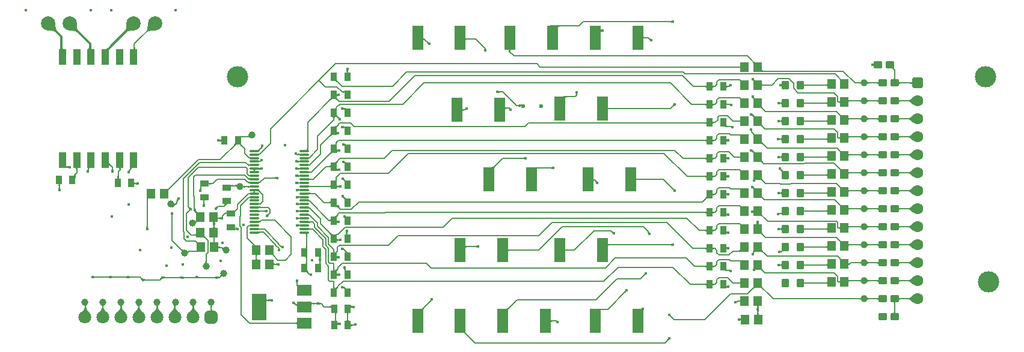
<source format=gtl>
G04*
G04 #@! TF.GenerationSoftware,Altium Limited,Altium Designer,23.11.1 (41)*
G04*
G04 Layer_Physical_Order=1*
G04 Layer_Color=255*
%FSLAX44Y44*%
%MOMM*%
G71*
G04*
G04 #@! TF.SameCoordinates,5EC7E9E9-DCDC-4549-86B2-7143CB65AA8E*
G04*
G04*
G04 #@! TF.FilePolarity,Positive*
G04*
G01*
G75*
%ADD13C,0.2000*%
G04:AMPARAMS|DCode=15|XSize=0.3mm|YSize=1.37mm|CornerRadius=0.075mm|HoleSize=0mm|Usage=FLASHONLY|Rotation=270.000|XOffset=0mm|YOffset=0mm|HoleType=Round|Shape=RoundedRectangle|*
%AMROUNDEDRECTD15*
21,1,0.3000,1.2200,0,0,270.0*
21,1,0.1500,1.3700,0,0,270.0*
1,1,0.1500,-0.6100,-0.0750*
1,1,0.1500,-0.6100,0.0750*
1,1,0.1500,0.6100,0.0750*
1,1,0.1500,0.6100,-0.0750*
%
%ADD15ROUNDEDRECTD15*%
%ADD16R,0.9000X1.3000*%
G04:AMPARAMS|DCode=17|XSize=1.2mm|YSize=1.1mm|CornerRadius=0.275mm|HoleSize=0mm|Usage=FLASHONLY|Rotation=270.000|XOffset=0mm|YOffset=0mm|HoleType=Round|Shape=RoundedRectangle|*
%AMROUNDEDRECTD17*
21,1,1.2000,0.5500,0,0,270.0*
21,1,0.6500,1.1000,0,0,270.0*
1,1,0.5500,-0.2750,-0.3250*
1,1,0.5500,-0.2750,0.3250*
1,1,0.5500,0.2750,0.3250*
1,1,0.5500,0.2750,-0.3250*
%
%ADD17ROUNDEDRECTD17*%
G04:AMPARAMS|DCode=18|XSize=1.08mm|YSize=1.22mm|CornerRadius=0.27mm|HoleSize=0mm|Usage=FLASHONLY|Rotation=270.000|XOffset=0mm|YOffset=0mm|HoleType=Round|Shape=RoundedRectangle|*
%AMROUNDEDRECTD18*
21,1,1.0800,0.6800,0,0,270.0*
21,1,0.5400,1.2200,0,0,270.0*
1,1,0.5400,-0.3400,-0.2700*
1,1,0.5400,-0.3400,0.2700*
1,1,0.5400,0.3400,0.2700*
1,1,0.5400,0.3400,-0.2700*
%
%ADD18ROUNDEDRECTD18*%
%ADD19C,1.0000*%
%ADD20R,1.1500X1.3500*%
%ADD21R,1.0200X2.2000*%
%ADD22R,1.5000X3.5000*%
%ADD23R,1.3000X0.9000*%
%ADD24R,2.0000X3.8000*%
%ADD25R,2.0000X1.5000*%
%ADD45C,0.3000*%
%ADD46C,3.0000*%
%ADD47C,2.0000*%
%ADD48C,0.6000*%
%ADD49C,1.6000*%
G04:AMPARAMS|DCode=50|XSize=1.6mm|YSize=1.6mm|CornerRadius=0.4mm|HoleSize=0mm|Usage=FLASHONLY|Rotation=270.000|XOffset=0mm|YOffset=0mm|HoleType=Round|Shape=RoundedRectangle|*
%AMROUNDEDRECTD50*
21,1,1.6000,0.8000,0,0,270.0*
21,1,0.8000,1.6000,0,0,270.0*
1,1,0.8000,-0.4000,-0.4000*
1,1,0.8000,-0.4000,0.4000*
1,1,0.8000,0.4000,0.4000*
1,1,0.8000,0.4000,-0.4000*
%
%ADD50ROUNDEDRECTD50*%
%ADD51C,1.8000*%
G04:AMPARAMS|DCode=52|XSize=1.8mm|YSize=1.8mm|CornerRadius=0.45mm|HoleSize=0mm|Usage=FLASHONLY|Rotation=90.000|XOffset=0mm|YOffset=0mm|HoleType=Round|Shape=RoundedRectangle|*
%AMROUNDEDRECTD52*
21,1,1.8000,0.9000,0,0,90.0*
21,1,0.9000,1.8000,0,0,90.0*
1,1,0.9000,0.4500,0.4500*
1,1,0.9000,0.4500,-0.4500*
1,1,0.9000,-0.4500,-0.4500*
1,1,0.9000,-0.4500,0.4500*
%
%ADD52ROUNDEDRECTD52*%
%ADD53C,0.4500*%
G36*
X199900Y460000D02*
X198283Y459996D01*
X194192Y459723D01*
X193082Y459546D01*
X192098Y459326D01*
X191241Y459063D01*
X190510Y458756D01*
X189906Y458407D01*
X189429Y458015D01*
X188015Y459429D01*
X188407Y459906D01*
X188756Y460510D01*
X189063Y461241D01*
X189326Y462098D01*
X189546Y463082D01*
X189723Y464192D01*
X189948Y466793D01*
X189996Y468283D01*
X190000Y469900D01*
X199900Y460000D01*
D02*
G37*
G36*
X169900D02*
X168413Y459991D01*
X165759Y459826D01*
X164592Y459670D01*
X163531Y459465D01*
X162577Y459211D01*
X161730Y458908D01*
X160989Y458556D01*
X160355Y458156D01*
X159827Y457706D01*
X157706Y459827D01*
X158155Y460355D01*
X158556Y460989D01*
X158908Y461730D01*
X159211Y462577D01*
X159465Y463531D01*
X159670Y464592D01*
X159826Y465759D01*
X159991Y468413D01*
X160000Y469900D01*
X169900Y460000D01*
D02*
G37*
G36*
X90009Y468413D02*
X90174Y465759D01*
X90330Y464592D01*
X90535Y463531D01*
X90789Y462577D01*
X91092Y461730D01*
X91444Y460989D01*
X91845Y460355D01*
X92294Y459827D01*
X90173Y457706D01*
X89645Y458156D01*
X89011Y458556D01*
X88270Y458908D01*
X87423Y459211D01*
X86469Y459465D01*
X85408Y459670D01*
X84241Y459826D01*
X81587Y459991D01*
X80100Y460000D01*
X90000Y469900D01*
X90009Y468413D01*
D02*
G37*
G36*
X60009D02*
X60174Y465759D01*
X60330Y464592D01*
X60535Y463531D01*
X60789Y462577D01*
X61092Y461730D01*
X61444Y460989D01*
X61845Y460355D01*
X62294Y459827D01*
X60173Y457706D01*
X59645Y458156D01*
X59011Y458556D01*
X58270Y458908D01*
X57423Y459211D01*
X56469Y459465D01*
X55408Y459670D01*
X54241Y459826D01*
X51587Y459991D01*
X50100Y460000D01*
X59999Y469900D01*
X60009Y468413D01*
D02*
G37*
G36*
X172010Y435584D02*
X172040Y435239D01*
X172090Y434934D01*
X172160Y434670D01*
X172250Y434447D01*
X172360Y434264D01*
X172490Y434122D01*
X172640Y434020D01*
X172810Y433959D01*
X173000Y433939D01*
X169000D01*
X169190Y433959D01*
X169360Y434020D01*
X169510Y434122D01*
X169640Y434264D01*
X169750Y434447D01*
X169840Y434670D01*
X169910Y434934D01*
X169960Y435239D01*
X169990Y435584D01*
X170000Y435970D01*
X172000D01*
X172010Y435584D01*
D02*
G37*
G36*
X110015Y436394D02*
X110060Y435879D01*
X110135Y435424D01*
X110240Y435030D01*
X110375Y434697D01*
X110540Y434424D01*
X110735Y434212D01*
X110960Y434060D01*
X111215Y433969D01*
X111500Y433939D01*
X105500D01*
X105785Y433969D01*
X106040Y434060D01*
X106265Y434212D01*
X106460Y434424D01*
X106625Y434697D01*
X106760Y435030D01*
X106865Y435424D01*
X106940Y435879D01*
X106985Y436394D01*
X107000Y436969D01*
X110000D01*
X110015Y436394D01*
D02*
G37*
G36*
X70015D02*
X70060Y435879D01*
X70135Y435424D01*
X70240Y435030D01*
X70375Y434697D01*
X70540Y434424D01*
X70735Y434212D01*
X70960Y434060D01*
X71215Y433969D01*
X71500Y433939D01*
X65500D01*
X65785Y433969D01*
X66040Y434060D01*
X66265Y434212D01*
X66460Y434424D01*
X66625Y434697D01*
X66760Y435030D01*
X66865Y435424D01*
X66940Y435879D01*
X66985Y436394D01*
X67000Y436969D01*
X70000D01*
X70015Y436394D01*
D02*
G37*
G36*
X137191Y435070D02*
X136545Y434403D01*
X135540Y433230D01*
X135181Y432725D01*
X134918Y432274D01*
X134750Y431876D01*
X134679Y431533D01*
X134703Y431244D01*
X134823Y431008D01*
X135039Y430827D01*
X129727Y433939D01*
X130007Y433821D01*
X130318Y433778D01*
X130662Y433808D01*
X131039Y433913D01*
X131447Y434091D01*
X131887Y434343D01*
X132360Y434669D01*
X132864Y435069D01*
X133401Y435543D01*
X133969Y436091D01*
X137191Y435070D01*
D02*
G37*
G36*
X131697Y423013D02*
X131631Y422998D01*
X131558Y422971D01*
X131477Y422931D01*
X131389Y422878D01*
X131294Y422812D01*
X131081Y422643D01*
X130839Y422422D01*
X130707Y422293D01*
X129293Y423707D01*
X129422Y423839D01*
X129812Y424294D01*
X129878Y424389D01*
X129931Y424477D01*
X129971Y424558D01*
X129998Y424631D01*
X130013Y424697D01*
X131697Y423013D01*
D02*
G37*
G36*
X334223Y308842D02*
X334074Y308929D01*
X333900Y309007D01*
X333702Y309076D01*
X333480Y309135D01*
X333234Y309186D01*
X332668Y309259D01*
X332349Y309282D01*
X331637Y309300D01*
X330298Y311300D01*
X330659Y311309D01*
X330980Y311336D01*
X331259Y311382D01*
X331497Y311445D01*
X331695Y311527D01*
X331851Y311627D01*
X331965Y311745D01*
X332039Y311882D01*
X332072Y312036D01*
X332063Y312209D01*
X334223Y308842D01*
D02*
G37*
G36*
X323310Y309300D02*
X322926Y309290D01*
X322582Y309260D01*
X322278Y309210D01*
X322015Y309140D01*
X321792Y309050D01*
X321609Y308940D01*
X321466Y308810D01*
X321363Y308660D01*
X321301Y308490D01*
X321279Y308300D01*
X321310Y311269D01*
X321329Y311275D01*
X321390Y311280D01*
X321810Y311292D01*
X323310Y311300D01*
Y309300D01*
D02*
G37*
G36*
X293401Y302800D02*
X293381Y302990D01*
X293320Y303160D01*
X293218Y303310D01*
X293076Y303440D01*
X292893Y303550D01*
X292670Y303640D01*
X292406Y303710D01*
X292225Y303740D01*
X292071Y303708D01*
X291888Y303656D01*
X291719Y303593D01*
X291562Y303518D01*
X291418Y303432D01*
X291286Y303334D01*
X291167Y303225D01*
Y306375D01*
X291286Y306266D01*
X291418Y306168D01*
X291562Y306082D01*
X291719Y306007D01*
X291888Y305944D01*
X292071Y305892D01*
X292225Y305860D01*
X292406Y305890D01*
X292670Y305960D01*
X292893Y306050D01*
X293076Y306160D01*
X293218Y306290D01*
X293320Y306440D01*
X293381Y306610D01*
X293401Y306800D01*
Y302800D01*
D02*
G37*
G36*
X315199Y298330D02*
X315043Y298444D01*
X314860Y298500D01*
X314647D01*
X314407Y298444D01*
X314138Y298330D01*
X313841Y298161D01*
X313516Y297934D01*
X313162Y297652D01*
X312370Y296916D01*
X310956Y298330D01*
X311352Y298741D01*
X311975Y299476D01*
X312201Y299801D01*
X312370Y300098D01*
X312484Y300367D01*
X312540Y300607D01*
Y300819D01*
X312484Y301003D01*
X312370Y301159D01*
X315199Y298330D01*
D02*
G37*
G36*
X321196Y301003D02*
X321140Y300819D01*
Y300607D01*
X321196Y300367D01*
X321310Y300098D01*
X321479Y299801D01*
X321706Y299476D01*
X321988Y299122D01*
X322724Y298330D01*
X321310Y296916D01*
X320899Y297312D01*
X320164Y297934D01*
X319839Y298161D01*
X319542Y298330D01*
X319273Y298444D01*
X319033Y298500D01*
X318820D01*
X318637Y298444D01*
X318481Y298330D01*
X321310Y301159D01*
X321196Y301003D01*
D02*
G37*
G36*
X352029Y295269D02*
X350193Y293429D01*
X348561Y294625D01*
X348724Y294798D01*
X348862Y294965D01*
X348976Y295127D01*
X349065Y295283D01*
X349128Y295434D01*
X349168Y295579D01*
X349182Y295719D01*
X349171Y295853D01*
X349135Y295982D01*
X349075Y296105D01*
X352029Y295269D01*
D02*
G37*
G36*
X348248Y291484D02*
X348015Y291241D01*
X347607Y290749D01*
X347431Y290500D01*
X347275Y290250D01*
X347137Y289997D01*
X347019Y289743D01*
X346920Y289487D01*
X346839Y289229D01*
X346778Y288969D01*
X344005Y291453D01*
X344165Y291350D01*
X344352Y291302D01*
X344566Y291308D01*
X344808Y291370D01*
X345077Y291487D01*
X345374Y291659D01*
X345698Y291886D01*
X346049Y292169D01*
X346834Y292898D01*
X348248Y291484D01*
D02*
G37*
G36*
X348619Y274500D02*
X348331Y274492D01*
X348063Y274469D01*
X347814Y274431D01*
X347585Y274377D01*
X347376Y274308D01*
X347185Y274223D01*
X347015Y274123D01*
X346863Y274008D01*
X346731Y273877D01*
X346619Y273731D01*
X346381Y276428D01*
X346384Y276441D01*
X346436Y276454D01*
X346537Y276465D01*
X346886Y276482D01*
X348619Y276500D01*
Y274500D01*
D02*
G37*
G36*
X135084Y274476D02*
X135126Y274193D01*
X135197Y273910D01*
X135296Y273627D01*
X135423Y273345D01*
X135579Y273062D01*
X135763Y272779D01*
X135975Y272496D01*
X136215Y272213D01*
X136484Y271931D01*
Y269102D01*
X136215Y269357D01*
X135975Y269555D01*
X135763Y269696D01*
X135579Y269781D01*
X135423Y269809D01*
X135296Y269781D01*
X135197Y269696D01*
X135126Y269555D01*
X135084Y269357D01*
X135070Y269102D01*
Y274759D01*
X135084Y274476D01*
D02*
G37*
G36*
X333619Y268572D02*
X333481Y268654D01*
X333322Y268726D01*
X333143Y268790D01*
X332943Y268846D01*
X332723Y268893D01*
X332221Y268962D01*
X331939Y268983D01*
X331314Y269000D01*
Y271000D01*
X331637Y271004D01*
X332482Y271068D01*
X332723Y271107D01*
X333143Y271210D01*
X333322Y271274D01*
X333481Y271346D01*
X333619Y271428D01*
Y268572D01*
D02*
G37*
G36*
X348393Y266010D02*
X348784Y266000D01*
Y264000D01*
X348442Y263996D01*
X348393Y263992D01*
Y263425D01*
X348274Y263534D01*
X348143Y263632D01*
X347998Y263718D01*
X347841Y263793D01*
X347672Y263856D01*
X347490Y263908D01*
X347451Y263916D01*
X347302Y263893D01*
X346866Y263790D01*
X346682Y263726D01*
X346520Y263654D01*
X346381Y263572D01*
Y266428D01*
X346520Y266346D01*
X346682Y266274D01*
X346866Y266210D01*
X347072Y266154D01*
X347302Y266107D01*
X347461Y266086D01*
X347490Y266092D01*
X347672Y266144D01*
X347841Y266207D01*
X347998Y266282D01*
X348143Y266368D01*
X348274Y266466D01*
X348393Y266575D01*
Y266010D01*
D02*
G37*
G36*
X75090Y269060D02*
X75149Y268890D01*
X75250Y268740D01*
X75389Y268610D01*
X75570Y268500D01*
X75789Y268410D01*
X76049Y268340D01*
X76350Y268290D01*
X76681Y268261D01*
X76837Y268273D01*
X77045Y268302D01*
X77239Y268342D01*
X77422Y268394D01*
X77591Y268457D01*
X77748Y268532D01*
X77892Y268618D01*
X78024Y268716D01*
X78143Y268825D01*
Y265675D01*
X78024Y265784D01*
X77892Y265882D01*
X77748Y265968D01*
X77591Y266043D01*
X77422Y266106D01*
X77239Y266158D01*
X77045Y266198D01*
X76837Y266227D01*
X76622Y266244D01*
X75389Y266171D01*
X75250Y266142D01*
X75149Y266110D01*
X75090Y266072D01*
X75069Y266031D01*
Y269250D01*
X75090Y269060D01*
D02*
G37*
G36*
X167673Y266039D02*
X167511Y265978D01*
X167367Y265878D01*
X167243Y265739D01*
X167139Y265560D01*
X167053Y265342D01*
X166986Y265084D01*
X166938Y264788D01*
X166910Y264452D01*
X166900Y264076D01*
X164900D01*
X164930Y266031D01*
X167854Y266061D01*
X167673Y266039D01*
D02*
G37*
G36*
X152824Y266041D02*
X152654Y265980D01*
X152504Y265878D01*
X152374Y265736D01*
X152264Y265553D01*
X152174Y265330D01*
X152104Y265066D01*
X152055Y264761D01*
X152024Y264416D01*
X152015Y264030D01*
X150014D01*
X150004Y264416D01*
X149974Y264761D01*
X149924Y265066D01*
X149854Y265330D01*
X149764Y265553D01*
X149655Y265736D01*
X149524Y265878D01*
X149375Y265980D01*
X149205Y266041D01*
X149015Y266061D01*
X153014D01*
X152824Y266041D01*
D02*
G37*
G36*
X91810D02*
X91640Y265980D01*
X91490Y265878D01*
X91360Y265736D01*
X91250Y265553D01*
X91160Y265330D01*
X91090Y265066D01*
X91040Y264761D01*
X91010Y264416D01*
X91000Y264030D01*
X89000D01*
X88990Y264416D01*
X88960Y264761D01*
X88910Y265066D01*
X88840Y265330D01*
X88750Y265553D01*
X88640Y265736D01*
X88510Y265878D01*
X88360Y265980D01*
X88190Y266041D01*
X88000Y266061D01*
X92000D01*
X91810Y266041D01*
D02*
G37*
G36*
X141256Y264383D02*
X141273Y264163D01*
X141302Y263955D01*
X141342Y263761D01*
X141394Y263578D01*
X141457Y263409D01*
X141532Y263252D01*
X141618Y263107D01*
X141716Y262976D01*
X141825Y262857D01*
X138675D01*
X138784Y262976D01*
X138882Y263107D01*
X138968Y263252D01*
X139043Y263409D01*
X139106Y263578D01*
X139158Y263761D01*
X139198Y263955D01*
X139227Y264163D01*
X139244Y264383D01*
X139250Y264615D01*
X141250D01*
X141256Y264383D01*
D02*
G37*
G36*
X108143Y266039D02*
X107973Y265977D01*
X107823Y265874D01*
X107693Y265732D01*
X107583Y265549D01*
X107493Y265326D01*
X107423Y265062D01*
X107373Y264759D01*
X107343Y264415D01*
X107333Y264030D01*
X107067D01*
X107333Y263949D01*
X107336Y263714D01*
X107389Y263082D01*
X107421Y262896D01*
X107507Y262559D01*
X107560Y262409D01*
X107620Y262270D01*
X107687Y262144D01*
X104645Y262960D01*
X104776Y263046D01*
X104893Y263148D01*
X104996Y263267D01*
X105085Y263402D01*
X105161Y263554D01*
X105223Y263722D01*
X105271Y263907D01*
X105305Y264109D01*
X105326Y264327D01*
X105328Y264415D01*
X105268Y265310D01*
X105232Y265530D01*
X105188Y265711D01*
X105136Y265851D01*
X105075Y265951D01*
X105007Y266010D01*
X104930Y266031D01*
X108333Y266061D01*
X108143Y266039D01*
D02*
G37*
G36*
X341810Y263526D02*
X341640Y263466D01*
X341490Y263364D01*
X341360Y263222D01*
X341250Y263039D01*
X341160Y262816D01*
X341090Y262552D01*
X341082Y262500D01*
X341090Y262448D01*
X341160Y262184D01*
X341250Y261961D01*
X341360Y261778D01*
X341490Y261636D01*
X341640Y261534D01*
X341810Y261473D01*
X342000Y261453D01*
X338000D01*
X338190Y261473D01*
X338360Y261534D01*
X338510Y261636D01*
X338640Y261778D01*
X338750Y261961D01*
X338840Y262184D01*
X338910Y262448D01*
X338918Y262500D01*
X338910Y262552D01*
X338840Y262816D01*
X338750Y263039D01*
X338640Y263222D01*
X338510Y263364D01*
X338360Y263466D01*
X338190Y263526D01*
X338000Y263547D01*
X342000D01*
X341810Y263526D01*
D02*
G37*
G36*
X165871Y262633D02*
X165710Y262463D01*
X165570Y262295D01*
X165451Y262127D01*
X165352Y261962D01*
X165274Y261798D01*
X165217Y261635D01*
X165180Y261474D01*
X165164Y261315D01*
X165168Y261157D01*
X165194Y261000D01*
X162544Y262703D01*
X162688Y262740D01*
X162836Y262791D01*
X162986Y262855D01*
X163138Y262934D01*
X163294Y263027D01*
X163451Y263133D01*
X163775Y263388D01*
X163940Y263537D01*
X164109Y263699D01*
X165871Y262633D01*
D02*
G37*
G36*
X88309Y255469D02*
X86241Y255439D01*
X86260Y255451D01*
X86277Y255485D01*
X86292Y255541D01*
X86304Y255620D01*
X86315Y255722D01*
X86336Y256162D01*
X86340Y256568D01*
X88340D01*
X88309Y255469D01*
D02*
G37*
G36*
X149510Y253340D02*
X149540Y252999D01*
X149590Y252700D01*
X149660Y252439D01*
X149750Y252220D01*
X149860Y252040D01*
X149990Y251900D01*
X150140Y251800D01*
X150310Y251740D01*
X150500Y251719D01*
X146136D01*
X146326Y251740D01*
X146496Y251800D01*
X146646Y251900D01*
X146776Y252040D01*
X146886Y252220D01*
X146976Y252439D01*
X147046Y252700D01*
X147096Y252999D01*
X147126Y253340D01*
X147136Y253720D01*
X149500D01*
X149510Y253340D01*
D02*
G37*
G36*
X333619Y251428D02*
X333241Y249029D01*
X333239Y249119D01*
X333203Y249199D01*
X333133Y249269D01*
X333029Y249331D01*
X332891Y249382D01*
X332718Y249425D01*
X332512Y249458D01*
X332272Y249481D01*
X331690Y249500D01*
Y251500D01*
X333619Y251428D01*
D02*
G37*
G36*
Y246428D02*
X333197Y244337D01*
X333191Y244368D01*
X333160Y244396D01*
X333103Y244420D01*
X333022Y244441D01*
X332915Y244459D01*
X332783Y244474D01*
X332444Y244494D01*
X332004Y244500D01*
Y246500D01*
X333619Y246428D01*
D02*
G37*
G36*
X170959Y245810D02*
X171020Y245640D01*
X171122Y245490D01*
X171264Y245360D01*
X171447Y245250D01*
X171670Y245160D01*
X171934Y245090D01*
X172239Y245040D01*
X172584Y245010D01*
X172650Y245008D01*
X172837Y245023D01*
X173045Y245052D01*
X173239Y245092D01*
X173422Y245144D01*
X173591Y245207D01*
X173748Y245282D01*
X173892Y245368D01*
X174024Y245466D01*
X174143Y245575D01*
Y242425D01*
X174024Y242534D01*
X173892Y242632D01*
X173748Y242718D01*
X173591Y242793D01*
X173422Y242856D01*
X173239Y242908D01*
X173045Y242948D01*
X172837Y242977D01*
X172650Y242992D01*
X172584Y242990D01*
X172239Y242960D01*
X171934Y242910D01*
X171670Y242840D01*
X171447Y242750D01*
X171264Y242640D01*
X171122Y242510D01*
X171020Y242360D01*
X170959Y242190D01*
X170939Y242000D01*
Y246000D01*
X170959Y245810D01*
D02*
G37*
G36*
X276490Y245560D02*
X276549Y245390D01*
X276649Y245240D01*
X276789Y245110D01*
X276970Y245000D01*
X277190Y244910D01*
X277449Y244840D01*
X277750Y244790D01*
X278090Y244760D01*
X278470Y244750D01*
Y242750D01*
X278090Y242740D01*
X277750Y242710D01*
X277449Y242660D01*
X277190Y242590D01*
X276970Y242500D01*
X276789Y242390D01*
X276649Y242260D01*
X276549Y242110D01*
X276490Y241940D01*
X276469Y241750D01*
Y245750D01*
X276490Y245560D01*
D02*
G37*
G36*
X67260Y242511D02*
X67090Y242451D01*
X66940Y242351D01*
X66810Y242211D01*
X66700Y242031D01*
X66610Y241810D01*
X66540Y241551D01*
X66490Y241250D01*
X66460Y240910D01*
X66450Y240530D01*
X64450D01*
X64440Y240910D01*
X64410Y241250D01*
X64360Y241551D01*
X64290Y241810D01*
X64200Y242031D01*
X64090Y242211D01*
X63960Y242351D01*
X63810Y242451D01*
X63640Y242511D01*
X63450Y242530D01*
X67450D01*
X67260Y242511D01*
D02*
G37*
G36*
X307489Y242785D02*
X307549Y242621D01*
X307649Y242475D01*
X307789Y242349D01*
X307969Y242242D01*
X308190Y242155D01*
X308449Y242087D01*
X308750Y242039D01*
X309090Y242010D01*
X309470Y242000D01*
Y240000D01*
X309090Y239990D01*
X308750Y239960D01*
X308449Y239910D01*
X308190Y239840D01*
X307969Y239750D01*
X307789Y239640D01*
X307649Y239510D01*
X307549Y239360D01*
X307489Y239190D01*
X307470Y239000D01*
Y242969D01*
X307489Y242785D01*
D02*
G37*
G36*
X315141Y238967D02*
X315101Y239163D01*
X315026Y239339D01*
X314914Y239494D01*
X314768Y239628D01*
X314585Y239742D01*
X314367Y239835D01*
X314113Y239907D01*
X313824Y239959D01*
X313499Y239990D01*
X313138Y240000D01*
X313343Y242000D01*
X313790Y242008D01*
X314586Y242070D01*
X314935Y242125D01*
X315251Y242196D01*
X315535Y242282D01*
X315785Y242383D01*
X316003Y242501D01*
X316189Y242634D01*
X316341Y242783D01*
X315141Y238967D01*
D02*
G37*
G36*
X333619Y238572D02*
X333614Y238559D01*
X333556Y238546D01*
X333444Y238535D01*
X332788Y238512D01*
X331166Y238500D01*
Y240500D01*
X331495Y240508D01*
X332080Y240569D01*
X332337Y240623D01*
X332571Y240692D01*
X332780Y240777D01*
X332966Y240877D01*
X333128Y240992D01*
X333267Y241123D01*
X333381Y241269D01*
X333619Y238572D01*
D02*
G37*
G36*
X266310Y239289D02*
X266140Y239226D01*
X265990Y239124D01*
X265860Y238981D01*
X265750Y238798D01*
X265660Y238575D01*
X265590Y238312D01*
X265540Y238008D01*
X265510Y237664D01*
X265505Y237487D01*
X265609Y235035D01*
X262803Y236389D01*
X262936Y236445D01*
X263054Y236520D01*
X263159Y236616D01*
X263249Y236732D01*
X263326Y236868D01*
X263389Y237024D01*
X263437Y237200D01*
X263472Y237397D01*
X263493Y237613D01*
X263500Y237850D01*
X263509Y237849D01*
X263531Y239280D01*
X266500Y239311D01*
X266310Y239289D01*
D02*
G37*
G36*
X324797Y241310D02*
X324928Y241140D01*
X325087Y240990D01*
X325275Y240860D01*
X325493Y240750D01*
X325739Y240660D01*
X326014Y240590D01*
X326317Y240540D01*
X326650Y240510D01*
X327012Y240500D01*
Y238500D01*
X326650Y238490D01*
X326317Y238460D01*
X326014Y238410D01*
X325739Y238340D01*
X325493Y238250D01*
X325275Y238140D01*
X325087Y238010D01*
X324928Y237860D01*
X324797Y237690D01*
X324695Y237500D01*
Y241500D01*
X324797Y241310D01*
D02*
G37*
G36*
X66456Y237585D02*
X66473Y237365D01*
X66502Y237157D01*
X66542Y236963D01*
X66594Y236780D01*
X66657Y236611D01*
X66732Y236454D01*
X66818Y236310D01*
X66916Y236178D01*
X67025Y236059D01*
X63875D01*
X63984Y236178D01*
X64082Y236310D01*
X64168Y236454D01*
X64243Y236611D01*
X64306Y236780D01*
X64358Y236963D01*
X64398Y237157D01*
X64427Y237365D01*
X64444Y237585D01*
X64450Y237817D01*
X66450D01*
X66456Y237585D01*
D02*
G37*
G36*
X346839Y235771D02*
X346920Y235513D01*
X347019Y235257D01*
X347137Y235003D01*
X347275Y234750D01*
X347431Y234500D01*
X347607Y234251D01*
X347802Y234004D01*
X348248Y233516D01*
X346834Y232102D01*
X346428Y232494D01*
X345698Y233114D01*
X345374Y233341D01*
X345077Y233513D01*
X344808Y233630D01*
X344566Y233692D01*
X344352Y233698D01*
X344165Y233650D01*
X344005Y233547D01*
X346778Y236031D01*
X346839Y235771D01*
D02*
G37*
G36*
X341810Y233527D02*
X341640Y233466D01*
X341490Y233364D01*
X341360Y233222D01*
X341250Y233039D01*
X341160Y232816D01*
X341090Y232552D01*
X341081Y232500D01*
X341090Y232448D01*
X341160Y232184D01*
X341250Y231961D01*
X341360Y231778D01*
X341490Y231636D01*
X341640Y231534D01*
X341810Y231473D01*
X342000Y231453D01*
X338000D01*
X338190Y231473D01*
X338360Y231534D01*
X338510Y231636D01*
X338640Y231778D01*
X338750Y231961D01*
X338840Y232184D01*
X338910Y232448D01*
X338918Y232500D01*
X338910Y232552D01*
X338840Y232816D01*
X338750Y233039D01*
X338640Y233222D01*
X338510Y233364D01*
X338360Y233466D01*
X338190Y233527D01*
X338000Y233547D01*
X342000D01*
X341810Y233527D01*
D02*
G37*
G36*
X333619Y228572D02*
X333619Y228559D01*
X333577Y228546D01*
X333491Y228535D01*
X333363Y228526D01*
X332076Y228501D01*
X331690Y228500D01*
Y230500D01*
X331998Y230505D01*
X332512Y230542D01*
X332718Y230575D01*
X332891Y230618D01*
X333029Y230669D01*
X333133Y230730D01*
X333203Y230801D01*
X333239Y230881D01*
X333241Y230970D01*
X333619Y228572D01*
D02*
G37*
G36*
X353012Y220765D02*
X350912D01*
X350922Y220784D01*
X350930Y220819D01*
X350938Y220871D01*
X350950Y221027D01*
X350962Y221541D01*
X350962Y221712D01*
X352962D01*
X353012Y220765D01*
D02*
G37*
G36*
X233706Y220297D02*
X233562Y220260D01*
X233414Y220209D01*
X233264Y220145D01*
X233112Y220066D01*
X232956Y219973D01*
X232799Y219867D01*
X232475Y219612D01*
X232310Y219463D01*
X232141Y219301D01*
X230379Y220367D01*
X230540Y220537D01*
X230680Y220706D01*
X230799Y220873D01*
X230898Y221038D01*
X230976Y221202D01*
X231033Y221365D01*
X231070Y221526D01*
X231086Y221685D01*
X231082Y221843D01*
X231056Y222000D01*
X233706Y220297D01*
D02*
G37*
G36*
X352235Y218219D02*
X351693Y217603D01*
X349889Y218628D01*
X350008Y218749D01*
X350409Y219206D01*
X350450Y219267D01*
X350477Y219319D01*
X350492Y219360D01*
X350493Y219392D01*
X352235Y218219D01*
D02*
G37*
G36*
X270006Y216133D02*
X270023Y215913D01*
X270052Y215705D01*
X270092Y215511D01*
X270144Y215328D01*
X270207Y215159D01*
X270282Y215002D01*
X270368Y214858D01*
X270466Y214726D01*
X270575Y214607D01*
X267425D01*
X267534Y214726D01*
X267632Y214858D01*
X267718Y215002D01*
X267793Y215159D01*
X267856Y215328D01*
X267908Y215511D01*
X267948Y215705D01*
X267977Y215913D01*
X267994Y216133D01*
X268000Y216366D01*
X270000D01*
X270006Y216133D01*
D02*
G37*
G36*
X348175Y214500D02*
X347900Y214497D01*
X347257Y214446D01*
X347103Y214416D01*
X346979Y214379D01*
X346885Y214336D01*
X346822Y214285D01*
X346789Y214228D01*
X346786Y214165D01*
X346381Y216428D01*
X346379Y216441D01*
X346418Y216454D01*
X346497Y216465D01*
X346616Y216474D01*
X347495Y216497D01*
X348175Y216500D01*
Y214500D01*
D02*
G37*
G36*
X302832Y215047D02*
X302553Y215003D01*
X302273Y214931D01*
X301992Y214830D01*
X301710Y214700D01*
X301427Y214541D01*
X301142Y214353D01*
X300856Y214136D01*
X300569Y213891D01*
X300280Y213616D01*
X297452D01*
X297712Y213891D01*
X297914Y214136D01*
X298059Y214353D01*
X298146Y214541D01*
X298174Y214700D01*
X298146Y214830D01*
X298059Y214931D01*
X297914Y215003D01*
X297712Y215047D01*
X297452Y215061D01*
X303109D01*
X302832Y215047D01*
D02*
G37*
G36*
X229263Y213849D02*
X226011Y211440D01*
X227498Y215154D01*
X228913Y216328D01*
X229263Y213849D01*
D02*
G37*
G36*
X288985Y210571D02*
X288824Y210402D01*
X288681Y210234D01*
X288554Y210067D01*
X288445Y209901D01*
X288353Y209736D01*
X288278Y209571D01*
X288220Y209407D01*
X288179Y209244D01*
X288155Y209082D01*
X288148Y208920D01*
X285920Y211148D01*
X286082Y211155D01*
X286244Y211179D01*
X286407Y211220D01*
X286571Y211278D01*
X286735Y211353D01*
X286901Y211445D01*
X287067Y211555D01*
X287234Y211681D01*
X287402Y211824D01*
X287571Y211985D01*
X288985Y210571D01*
D02*
G37*
G36*
X348834Y209499D02*
X348505Y209492D01*
X347920Y209430D01*
X347662Y209376D01*
X347429Y209307D01*
X347219Y209223D01*
X347034Y209123D01*
X346871Y209008D01*
X346733Y208877D01*
X346619Y208731D01*
X346381Y211428D01*
X346386Y211441D01*
X346445Y211453D01*
X346557Y211464D01*
X347212Y211488D01*
X348834Y211499D01*
Y209499D01*
D02*
G37*
G36*
X249060Y210537D02*
X249388Y210254D01*
X249549Y210133D01*
X249862Y209934D01*
X250014Y209855D01*
X250164Y209791D01*
X250312Y209740D01*
X250456Y209703D01*
X247806Y208000D01*
X247831Y208157D01*
X247836Y208315D01*
X247820Y208474D01*
X247783Y208635D01*
X247726Y208798D01*
X247648Y208962D01*
X247549Y209127D01*
X247430Y209294D01*
X247290Y209463D01*
X247129Y209633D01*
X248891Y210699D01*
X249060Y210537D01*
D02*
G37*
G36*
X256257Y210488D02*
X256277Y210272D01*
X256310Y210078D01*
X256357Y209907D01*
X256417Y209758D01*
X256491Y209631D01*
X256578Y209527D01*
X256678Y209445D01*
X256792Y209385D01*
X256919Y209348D01*
X254327Y207759D01*
X254250Y208701D01*
X256250Y210727D01*
X256257Y210488D01*
D02*
G37*
G36*
X314884Y205970D02*
X314488Y205559D01*
X313866Y204824D01*
X313639Y204499D01*
X313470Y204202D01*
X313356Y203933D01*
X313300Y203693D01*
Y203480D01*
X313356Y203297D01*
X313470Y203141D01*
X310641Y205970D01*
X310797Y205856D01*
X310980Y205800D01*
X311193D01*
X311433Y205856D01*
X311702Y205970D01*
X311999Y206139D01*
X312324Y206366D01*
X312678Y206648D01*
X313470Y207384D01*
X314884Y205970D01*
D02*
G37*
G36*
X249977Y205250D02*
X249816Y205243D01*
X249654Y205219D01*
X249491Y205178D01*
X249327Y205120D01*
X249162Y205045D01*
X248997Y204953D01*
X248831Y204843D01*
X248664Y204717D01*
X248496Y204574D01*
X248327Y204413D01*
X246913Y205827D01*
X247074Y205996D01*
X247217Y206164D01*
X247343Y206331D01*
X247453Y206497D01*
X247545Y206662D01*
X247620Y206827D01*
X247678Y206991D01*
X247719Y207154D01*
X247743Y207316D01*
X247750Y207477D01*
X249977Y205250D01*
D02*
G37*
G36*
X346520Y206346D02*
X346682Y206274D01*
X346866Y206210D01*
X347072Y206154D01*
X347302Y206107D01*
X347827Y206038D01*
X348124Y206017D01*
X348784Y206000D01*
Y204000D01*
X348442Y203996D01*
X347553Y203932D01*
X347302Y203893D01*
X346866Y203790D01*
X346682Y203726D01*
X346520Y203654D01*
X346381Y203572D01*
Y206428D01*
X346520Y206346D01*
D02*
G37*
G36*
X355578Y203506D02*
X355451Y203600D01*
X355312Y203684D01*
X355161Y203758D01*
X354999Y203822D01*
X354825Y203876D01*
X354639Y203921D01*
X354442Y203955D01*
X354232Y203980D01*
X353779Y204000D01*
X353529Y206000D01*
X353762Y206006D01*
X353981Y206025D01*
X354186Y206057D01*
X354377Y206102D01*
X354554Y206159D01*
X354717Y206229D01*
X354866Y206312D01*
X355001Y206407D01*
X355122Y206516D01*
X355229Y206637D01*
X355578Y203506D01*
D02*
G37*
G36*
X258226Y205683D02*
X258186Y205567D01*
X258171Y205444D01*
X258182Y205313D01*
X258219Y205175D01*
X258281Y205030D01*
X258369Y204878D01*
X258482Y204719D01*
X258531Y204660D01*
X259182Y204106D01*
X259509Y203877D01*
X259806Y203704D01*
X260074Y203588D01*
X260314Y203528D01*
X260524Y203526D01*
X260706Y203579D01*
X260859Y203689D01*
X258061Y200891D01*
X258171Y201044D01*
X258225Y201226D01*
X258221Y201436D01*
X258162Y201676D01*
X258046Y201944D01*
X257873Y202241D01*
X257644Y202568D01*
X257358Y202923D01*
X256616Y203720D01*
X256643Y203746D01*
X255340Y205205D01*
X258292Y205792D01*
X258226Y205683D01*
D02*
G37*
G36*
X300561Y200720D02*
X300545Y200820D01*
X300499Y200910D01*
X300420Y200990D01*
X300311Y201059D01*
X300171Y201117D01*
X299999Y201165D01*
X299796Y201202D01*
X299562Y201229D01*
X299297Y201245D01*
X299000Y201250D01*
Y203250D01*
X299297Y203255D01*
X299796Y203298D01*
X299999Y203335D01*
X300171Y203383D01*
X300311Y203441D01*
X300420Y203510D01*
X300499Y203589D01*
X300545Y203680D01*
X300561Y203780D01*
Y200720D01*
D02*
G37*
G36*
X361087Y200423D02*
X360926Y200254D01*
X360783Y200086D01*
X360657Y199919D01*
X360547Y199753D01*
X360455Y199588D01*
X360380Y199423D01*
X360322Y199259D01*
X360281Y199096D01*
X360257Y198934D01*
X360250Y198773D01*
X358022Y201000D01*
X358184Y201007D01*
X358346Y201031D01*
X358509Y201072D01*
X358673Y201130D01*
X358838Y201205D01*
X359003Y201297D01*
X359169Y201407D01*
X359336Y201533D01*
X359504Y201676D01*
X359673Y201837D01*
X361087Y200423D01*
D02*
G37*
G36*
X225466Y200274D02*
X225368Y200142D01*
X225282Y199998D01*
X225207Y199841D01*
X225144Y199672D01*
X225092Y199489D01*
X225052Y199295D01*
X225023Y199087D01*
X225006Y198867D01*
X225000Y198634D01*
X223000D01*
X222994Y198867D01*
X222977Y199087D01*
X222948Y199295D01*
X222908Y199489D01*
X222856Y199672D01*
X222793Y199841D01*
X222718Y199998D01*
X222632Y200142D01*
X222534Y200274D01*
X222425Y200393D01*
X225575D01*
X225466Y200274D01*
D02*
G37*
G36*
X292393Y193425D02*
X292274Y193534D01*
X292143Y193632D01*
X291998Y193718D01*
X291841Y193793D01*
X291672Y193856D01*
X291490Y193908D01*
X291295Y193948D01*
X291087Y193977D01*
X290867Y193994D01*
X290634Y194000D01*
Y196000D01*
X290867Y196006D01*
X291087Y196023D01*
X291295Y196052D01*
X291490Y196092D01*
X291672Y196144D01*
X291841Y196207D01*
X291998Y196282D01*
X292143Y196368D01*
X292274Y196466D01*
X292393Y196575D01*
Y193425D01*
D02*
G37*
G36*
X287990Y196810D02*
X288050Y196640D01*
X288150Y196490D01*
X288290Y196360D01*
X288470Y196250D01*
X288689Y196160D01*
X288950Y196090D01*
X289249Y196040D01*
X289590Y196010D01*
X289970Y196000D01*
Y194000D01*
X289590Y193990D01*
X289249Y193960D01*
X288950Y193910D01*
X288689Y193840D01*
X288470Y193750D01*
X288290Y193640D01*
X288150Y193510D01*
X288050Y193360D01*
X287990Y193190D01*
X287969Y193000D01*
Y197000D01*
X287990Y196810D01*
D02*
G37*
G36*
X260859Y190311D02*
X260706Y190421D01*
X260524Y190475D01*
X260314Y190471D01*
X260074Y190412D01*
X259806Y190296D01*
X259509Y190123D01*
X259182Y189894D01*
X258827Y189608D01*
X258780Y189564D01*
X258642Y189406D01*
X258461Y189168D01*
X258173Y188719D01*
X258066Y188508D01*
X257983Y188304D01*
X257925Y188109D01*
X257892Y187923D01*
X257418Y189479D01*
X256616Y190280D01*
X257015Y190693D01*
X257039Y190721D01*
X256726Y191749D01*
X256858Y191623D01*
X257005Y191539D01*
X257166Y191497D01*
X257342Y191496D01*
X257532Y191536D01*
X257737Y191618D01*
X257799Y191654D01*
X257873Y191759D01*
X258046Y192056D01*
X258162Y192324D01*
X258221Y192564D01*
X258225Y192774D01*
X258171Y192956D01*
X258061Y193109D01*
X260859Y190311D01*
D02*
G37*
G36*
X348550Y189500D02*
X348173Y189493D01*
X347542Y189437D01*
X347289Y189388D01*
X347076Y189325D01*
X346904Y189248D01*
X346774Y189157D01*
X346684Y189053D01*
X346636Y188934D01*
X346628Y188801D01*
X346381Y191428D01*
X346383Y191441D01*
X346433Y191454D01*
X346530Y191465D01*
X346869Y191482D01*
X348550Y191500D01*
Y189500D01*
D02*
G37*
G36*
X284256Y190633D02*
X284273Y190413D01*
X284287Y190311D01*
X285250D01*
X285060Y190291D01*
X284890Y190230D01*
X284740Y190128D01*
X284610Y189986D01*
X284500Y189803D01*
X284450Y189678D01*
X284457Y189659D01*
X284532Y189502D01*
X284618Y189357D01*
X284716Y189226D01*
X284825Y189107D01*
X284306D01*
X284290Y189011D01*
X284260Y188666D01*
X284250Y188281D01*
X282250D01*
X282240Y188666D01*
X282210Y189011D01*
X282194Y189107D01*
X281675D01*
X281784Y189226D01*
X281882Y189357D01*
X281968Y189502D01*
X282043Y189659D01*
X282050Y189678D01*
X282000Y189803D01*
X281890Y189986D01*
X281760Y190128D01*
X281610Y190230D01*
X281440Y190291D01*
X281250Y190311D01*
X282213D01*
X282227Y190413D01*
X282244Y190633D01*
X282250Y190866D01*
X284250D01*
X284256Y190633D01*
D02*
G37*
G36*
X284272Y185893D02*
X284825D01*
X284716Y185774D01*
X284618Y185643D01*
X284532Y185498D01*
X284457Y185341D01*
X284394Y185172D01*
X284342Y184989D01*
X284302Y184795D01*
X284273Y184587D01*
X284256Y184367D01*
X284250Y184135D01*
X282250D01*
X282244Y184367D01*
X282227Y184587D01*
X282198Y184795D01*
X282158Y184989D01*
X282106Y185172D01*
X282043Y185341D01*
X281968Y185498D01*
X281882Y185643D01*
X281784Y185774D01*
X281675Y185893D01*
X282244D01*
X282237Y186168D01*
X282225Y186323D01*
X282218Y186375D01*
X282209Y186411D01*
X282200Y186429D01*
X284300D01*
X284272Y185893D01*
D02*
G37*
G36*
X284260Y183334D02*
X284290Y182989D01*
X284340Y182684D01*
X284410Y182420D01*
X284500Y182197D01*
X284610Y182014D01*
X284740Y181872D01*
X284890Y181770D01*
X285060Y181709D01*
X285250Y181689D01*
X281250D01*
X281440Y181709D01*
X281610Y181770D01*
X281760Y181872D01*
X281890Y182014D01*
X282000Y182197D01*
X282090Y182420D01*
X282160Y182684D01*
X282210Y182989D01*
X282240Y183334D01*
X282250Y183720D01*
X284250D01*
X284260Y183334D01*
D02*
G37*
G36*
X190006Y182633D02*
X190023Y182413D01*
X190052Y182205D01*
X190092Y182010D01*
X190144Y181828D01*
X190207Y181659D01*
X190282Y181502D01*
X190368Y181357D01*
X190466Y181226D01*
X190575Y181107D01*
X187425D01*
X187534Y181226D01*
X187632Y181357D01*
X187718Y181502D01*
X187793Y181659D01*
X187856Y181828D01*
X187908Y182010D01*
X187948Y182205D01*
X187977Y182413D01*
X187994Y182633D01*
X188000Y182866D01*
X190000D01*
X190006Y182633D01*
D02*
G37*
G36*
X346733Y181123D02*
X346872Y180992D01*
X347034Y180877D01*
X347220Y180777D01*
X347429Y180692D01*
X347663Y180623D01*
X347920Y180569D01*
X348201Y180531D01*
X348505Y180508D01*
X348834Y180500D01*
Y178500D01*
X346381Y178572D01*
X346619Y181269D01*
X346733Y181123D01*
D02*
G37*
G36*
X313480Y183525D02*
X313511Y183519D01*
X313562Y183515D01*
X313841Y183505D01*
X314500Y183500D01*
Y181500D01*
X313559Y181472D01*
X313650Y181336D01*
X313790Y181206D01*
X313969Y181096D01*
X313999Y181084D01*
X314092Y181128D01*
X314236Y181214D01*
X314368Y181312D01*
X314487Y181421D01*
Y180930D01*
X314750Y180886D01*
X315089Y180856D01*
X315469Y180846D01*
Y178846D01*
X315089Y178838D01*
X314487Y178776D01*
Y178271D01*
X314368Y178380D01*
X314236Y178478D01*
X314092Y178564D01*
X313949Y178632D01*
X313790Y178552D01*
X313650Y178447D01*
X313549Y178324D01*
X313489Y178186D01*
X313470Y178030D01*
Y178778D01*
X313388Y178794D01*
X313181Y178823D01*
X312961Y178840D01*
X312728Y178846D01*
Y180846D01*
X312961Y180852D01*
X313181Y180869D01*
X313388Y180898D01*
X313470Y180915D01*
Y181469D01*
Y183531D01*
X313480Y183525D01*
D02*
G37*
G36*
X348834Y174500D02*
X348505Y174492D01*
X347920Y174431D01*
X347663Y174377D01*
X347429Y174308D01*
X347220Y174223D01*
X347034Y174123D01*
X346872Y174008D01*
X346733Y173877D01*
X346619Y173731D01*
X346381Y176428D01*
X346386Y176441D01*
X346444Y176454D01*
X346556Y176465D01*
X347212Y176488D01*
X348834Y176500D01*
Y174500D01*
D02*
G37*
G36*
X258061Y169454D02*
X258041Y169644D01*
X257980Y169814D01*
X257878Y169964D01*
X257736Y170094D01*
X257553Y170204D01*
X257330Y170294D01*
X257066Y170364D01*
X256761Y170414D01*
X256416Y170444D01*
X256031Y170454D01*
Y172454D01*
X256416Y172464D01*
X256761Y172494D01*
X257066Y172544D01*
X257330Y172614D01*
X257553Y172704D01*
X257736Y172814D01*
X257878Y172944D01*
X257980Y173094D01*
X258041Y173264D01*
X258061Y173454D01*
Y169454D01*
D02*
G37*
G36*
X269368Y171192D02*
X269320Y171000D01*
X269326Y170781D01*
X269386Y170537D01*
X269501Y170267D01*
X269669Y169971D01*
X269892Y169650D01*
X270168Y169302D01*
X270499Y168929D01*
X270884Y168531D01*
X269720Y166866D01*
X269298Y167274D01*
X268548Y167911D01*
X268219Y168141D01*
X267920Y168312D01*
X267653Y168424D01*
X267416Y168476D01*
X267211Y168470D01*
X267035Y168405D01*
X266891Y168281D01*
X269470Y171359D01*
X269368Y171192D01*
D02*
G37*
G36*
X285060Y168291D02*
X284890Y168230D01*
X284740Y168128D01*
X284610Y167986D01*
X284500Y167803D01*
X284410Y167580D01*
X284340Y167316D01*
X284290Y167012D01*
X284260Y166666D01*
X284250Y166280D01*
X282250D01*
X282240Y166666D01*
X282210Y167012D01*
X282160Y167316D01*
X282090Y167580D01*
X282000Y167803D01*
X281890Y167986D01*
X281760Y168128D01*
X281610Y168230D01*
X281440Y168291D01*
X281250Y168311D01*
X285250D01*
X285060Y168291D01*
D02*
G37*
G36*
X284260Y162334D02*
X284290Y161989D01*
X284340Y161684D01*
X284410Y161420D01*
X284500Y161197D01*
X284610Y161014D01*
X284740Y160872D01*
X284890Y160770D01*
X285060Y160709D01*
X285250Y160689D01*
X281250D01*
X281440Y160709D01*
X281610Y160770D01*
X281760Y160872D01*
X281890Y161014D01*
X282000Y161197D01*
X282090Y161420D01*
X282160Y161684D01*
X282210Y161989D01*
X282240Y162334D01*
X282250Y162719D01*
X284250D01*
X284260Y162334D01*
D02*
G37*
G36*
X259443Y161735D02*
X260182Y161106D01*
X260509Y160877D01*
X260806Y160704D01*
X261074Y160588D01*
X261314Y160529D01*
X261524Y160525D01*
X261706Y160579D01*
X261859Y160689D01*
X259061Y157891D01*
X259171Y158044D01*
X259225Y158226D01*
X259221Y158436D01*
X259162Y158676D01*
X259046Y158944D01*
X258873Y159241D01*
X258644Y159568D01*
X258358Y159923D01*
X257616Y160720D01*
X259030Y162134D01*
X259443Y161735D01*
D02*
G37*
G36*
X340650Y157859D02*
X340938Y157614D01*
X341223Y157397D01*
X341508Y157209D01*
X341792Y157050D01*
X342074Y156920D01*
X342355Y156819D01*
X342635Y156747D01*
X342913Y156704D01*
X343190Y156689D01*
X337534D01*
X337794Y156704D01*
X337996Y156747D01*
X338140Y156819D01*
X338227Y156920D01*
X338256Y157050D01*
X338227Y157209D01*
X338140Y157397D01*
X337996Y157614D01*
X337794Y157859D01*
X337534Y158134D01*
X340362D01*
X340650Y157859D01*
D02*
G37*
G36*
X288990Y155810D02*
X289049Y155640D01*
X289149Y155490D01*
X289289Y155360D01*
X289470Y155250D01*
X289690Y155160D01*
X289949Y155090D01*
X290250Y155040D01*
X290590Y155010D01*
X290970Y155000D01*
Y153000D01*
X290590Y152990D01*
X290250Y152960D01*
X289949Y152910D01*
X289690Y152840D01*
X289470Y152750D01*
X289289Y152640D01*
X289149Y152510D01*
X289049Y152360D01*
X288990Y152190D01*
X288969Y152000D01*
Y156000D01*
X288990Y155810D01*
D02*
G37*
G36*
X294989Y154275D02*
X295234Y154074D01*
X295469Y153912D01*
X295694Y153789D01*
X295909Y153705D01*
X296115Y153660D01*
X296310Y153654D01*
X296495Y153688D01*
X296671Y153760D01*
X296836Y153872D01*
X295010Y150314D01*
X295009Y150523D01*
X294980Y150738D01*
X294923Y150960D01*
X294839Y151187D01*
X294727Y151420D01*
X294586Y151659D01*
X294418Y151904D01*
X294222Y152155D01*
X293999Y152411D01*
X293747Y152674D01*
X294734Y154516D01*
X294989Y154275D01*
D02*
G37*
G36*
X238092Y151337D02*
X238348Y151123D01*
X238598Y150943D01*
X238842Y150798D01*
X239080Y150688D01*
X239311Y150612D01*
X239536Y150571D01*
X239755Y150564D01*
X239968Y150592D01*
X240174Y150655D01*
X237345Y147826D01*
X237408Y148032D01*
X237436Y148245D01*
X237429Y148464D01*
X237388Y148689D01*
X237312Y148920D01*
X237202Y149158D01*
X237057Y149402D01*
X236877Y149652D01*
X236663Y149909D01*
X236415Y150171D01*
X237829Y151585D01*
X238092Y151337D01*
D02*
G37*
G36*
X344560Y143291D02*
X344390Y143230D01*
X344240Y143128D01*
X344110Y142986D01*
X344000Y142803D01*
X343910Y142580D01*
X343840Y142316D01*
X343790Y142011D01*
X343760Y141666D01*
X343750Y141280D01*
X341750D01*
X341740Y141666D01*
X341710Y142011D01*
X341660Y142316D01*
X341590Y142580D01*
X341500Y142803D01*
X341390Y142986D01*
X341260Y143128D01*
X341110Y143230D01*
X340940Y143291D01*
X340750Y143311D01*
X344750D01*
X344560Y143291D01*
D02*
G37*
G36*
X343760Y138334D02*
X343790Y137989D01*
X343840Y137684D01*
X343910Y137420D01*
X344000Y137197D01*
X344110Y137014D01*
X344240Y136872D01*
X344390Y136770D01*
X344560Y136709D01*
X344750Y136689D01*
X340750D01*
X340940Y136709D01*
X341110Y136770D01*
X341260Y136872D01*
X341390Y137014D01*
X341500Y137197D01*
X341590Y137420D01*
X341660Y137684D01*
X341710Y137989D01*
X341740Y138334D01*
X341750Y138720D01*
X343750D01*
X343760Y138334D01*
D02*
G37*
G36*
X273010Y133619D02*
X273040Y133269D01*
X273090Y132950D01*
X273160Y132662D01*
X273250Y132405D01*
X273360Y132179D01*
X273490Y131983D01*
X273640Y131819D01*
X273810Y131685D01*
X274000Y131583D01*
X270000D01*
X270190Y131685D01*
X270360Y131819D01*
X270510Y131983D01*
X270640Y132179D01*
X270750Y132405D01*
X270840Y132662D01*
X270910Y132950D01*
X270960Y133269D01*
X270990Y133619D01*
X271000Y134000D01*
X273000D01*
X273010Y133619D01*
D02*
G37*
G36*
X294946Y112442D02*
X294744Y112513D01*
X294535Y112549D01*
X294319Y112550D01*
X294097Y112515D01*
X293868Y112444D01*
X293633Y112338D01*
X293390Y112197D01*
X293141Y112020D01*
X292885Y111807D01*
X292623Y111559D01*
X291280Y113044D01*
X291529Y113307D01*
X291744Y113564D01*
X291926Y113815D01*
X292074Y114060D01*
X292189Y114299D01*
X292271Y114532D01*
X292318Y114760D01*
X292333Y114981D01*
X292313Y115197D01*
X292261Y115407D01*
X294946Y112442D01*
D02*
G37*
G36*
X139240Y113408D02*
X139370Y113308D01*
X139512Y113220D01*
X139668Y113143D01*
X139836Y113078D01*
X140017Y113025D01*
X140211Y112984D01*
X140418Y112955D01*
X140638Y112937D01*
X140871Y112931D01*
X140821Y110931D01*
X140589Y110926D01*
X140160Y110881D01*
X139965Y110842D01*
X139782Y110791D01*
X139611Y110729D01*
X139453Y110657D01*
X139307Y110573D01*
X139174Y110477D01*
X139053Y110371D01*
X139123Y113520D01*
X139240Y113408D01*
D02*
G37*
G36*
X160739Y110342D02*
X160622Y110454D01*
X160493Y110554D01*
X160350Y110642D01*
X160194Y110719D01*
X160026Y110784D01*
X159845Y110837D01*
X159651Y110878D01*
X159444Y110908D01*
X159224Y110925D01*
X158991Y110931D01*
X159041Y112931D01*
X159274Y112937D01*
X159702Y112982D01*
X159897Y113021D01*
X160080Y113071D01*
X160251Y113133D01*
X160409Y113206D01*
X160555Y113290D01*
X160689Y113385D01*
X160810Y113491D01*
X160739Y110342D01*
D02*
G37*
G36*
X164107Y113347D02*
X164238Y113249D01*
X164383Y113163D01*
X164540Y113088D01*
X164709Y113025D01*
X164891Y112973D01*
X165086Y112933D01*
X165294Y112904D01*
X165514Y112887D01*
X165746Y112881D01*
Y110881D01*
X165514Y110875D01*
X165294Y110858D01*
X165086Y110829D01*
X164891Y110789D01*
X164709Y110737D01*
X164540Y110674D01*
X164383Y110599D01*
X164238Y110513D01*
X164107Y110415D01*
X163988Y110306D01*
Y113456D01*
X164107Y113347D01*
D02*
G37*
G36*
X135982Y110303D02*
X135858Y110404D01*
X135721Y110494D01*
X135573Y110573D01*
X135412Y110642D01*
X135240Y110700D01*
X135055Y110748D01*
X134859Y110785D01*
X134650Y110811D01*
X134430Y110827D01*
X134197Y110833D01*
X134049Y112832D01*
X134282Y112839D01*
X134501Y112857D01*
X134707Y112888D01*
X134900Y112931D01*
X135079Y112986D01*
X135245Y113054D01*
X135397Y113133D01*
X135536Y113225D01*
X135662Y113330D01*
X135774Y113447D01*
X135982Y110303D01*
D02*
G37*
G36*
X113807Y113261D02*
X113944Y113171D01*
X114092Y113092D01*
X114253Y113023D01*
X114425Y112965D01*
X114610Y112917D01*
X114806Y112880D01*
X115015Y112854D01*
X115236Y112838D01*
X115468Y112832D01*
X115616Y110833D01*
X115384Y110826D01*
X115164Y110808D01*
X114958Y110777D01*
X114765Y110734D01*
X114586Y110679D01*
X114420Y110611D01*
X114268Y110532D01*
X114129Y110440D01*
X114003Y110335D01*
X113891Y110218D01*
X113683Y113362D01*
X113807Y113261D01*
D02*
G37*
G36*
X288174Y112844D02*
X288314Y112776D01*
X288465Y112715D01*
X288629Y112663D01*
X288804Y112619D01*
X288991Y112583D01*
X289400Y112534D01*
X289622Y112522D01*
X289856Y112518D01*
X290349Y110518D01*
X290115Y110512D01*
X289896Y110491D01*
X289694Y110457D01*
X289507Y110410D01*
X289336Y110349D01*
X289180Y110275D01*
X289040Y110187D01*
X288916Y110086D01*
X288808Y109971D01*
X288715Y109843D01*
X288045Y112921D01*
X288174Y112844D01*
D02*
G37*
G36*
X236655Y109827D02*
X236561Y109955D01*
X236452Y110069D01*
X236327Y110170D01*
X236186Y110258D01*
X236030Y110332D01*
X235858Y110392D01*
X235671Y110439D01*
X235468Y110473D01*
X235250Y110493D01*
X235016Y110500D01*
X235488Y112500D01*
X235722Y112504D01*
X236154Y112537D01*
X236353Y112566D01*
X236715Y112648D01*
X236879Y112701D01*
X237030Y112762D01*
X237171Y112832D01*
X237299Y112910D01*
X236655Y109827D01*
D02*
G37*
G36*
X260809Y112829D02*
X260929Y112720D01*
X261063Y112624D01*
X261211Y112541D01*
X261373Y112471D01*
X261550Y112413D01*
X261741Y112368D01*
X261945Y112336D01*
X262164Y112317D01*
X262398Y112310D01*
X262127Y110310D01*
X261894Y110305D01*
X261463Y110267D01*
X261266Y110232D01*
X261080Y110189D01*
X260905Y110135D01*
X260743Y110072D01*
X260592Y109999D01*
X260453Y109916D01*
X260325Y109824D01*
X260704Y112951D01*
X260809Y112829D01*
D02*
G37*
G36*
X211845Y112818D02*
X211985Y112751D01*
X212136Y112692D01*
X212299Y112641D01*
X212475Y112598D01*
X212662Y112563D01*
X213071Y112516D01*
X213293Y112504D01*
X213527Y112500D01*
X214044Y110500D01*
X213810Y110493D01*
X213591Y110473D01*
X213389Y110439D01*
X213203Y110391D01*
X213032Y110330D01*
X212877Y110256D01*
X212738Y110168D01*
X212615Y110066D01*
X212508Y109950D01*
X212417Y109821D01*
X211717Y112893D01*
X211845Y112818D01*
D02*
G37*
G36*
X285026Y109669D02*
X284920Y109791D01*
X284800Y109900D01*
X284666Y109996D01*
X284518Y110080D01*
X284356Y110150D01*
X284179Y110208D01*
X283989Y110253D01*
X283784Y110285D01*
X283565Y110304D01*
X283332Y110310D01*
X283603Y112310D01*
X283836Y112315D01*
X284266Y112354D01*
X284464Y112388D01*
X284650Y112432D01*
X284824Y112485D01*
X284987Y112549D01*
X285138Y112621D01*
X285277Y112704D01*
X285404Y112797D01*
X285026Y109669D01*
D02*
G37*
G36*
X240276Y112506D02*
X240408Y112408D01*
X240552Y112322D01*
X240709Y112247D01*
X240878Y112184D01*
X241061Y112132D01*
X241255Y112092D01*
X241463Y112063D01*
X241683Y112046D01*
X241915Y112040D01*
Y110040D01*
X241683Y110034D01*
X241463Y110017D01*
X241255Y109988D01*
X241061Y109948D01*
X240878Y109896D01*
X240709Y109833D01*
X240552Y109758D01*
X240408Y109672D01*
X240276Y109574D01*
X240157Y109465D01*
Y112615D01*
X240276Y112506D01*
D02*
G37*
G36*
X210000Y108806D02*
X209843Y108832D01*
X209685Y108836D01*
X209526Y108820D01*
X209365Y108783D01*
X209202Y108726D01*
X209038Y108648D01*
X208873Y108549D01*
X208706Y108430D01*
X208537Y108289D01*
X208367Y108129D01*
X207301Y109891D01*
X207463Y110060D01*
X207746Y110388D01*
X207867Y110549D01*
X208066Y110862D01*
X208145Y111014D01*
X208209Y111164D01*
X208260Y111312D01*
X208297Y111456D01*
X210000Y108806D01*
D02*
G37*
G36*
X181572Y110732D02*
X181741Y110592D01*
X181908Y110472D01*
X182074Y110372D01*
X182239Y110293D01*
X182402Y110234D01*
X182563Y110196D01*
X182724Y110178D01*
X182882Y110180D01*
X183040Y110202D01*
X181289Y107584D01*
X181254Y107731D01*
X181206Y107881D01*
X181143Y108033D01*
X181065Y108187D01*
X180974Y108344D01*
X180869Y108503D01*
X180749Y108664D01*
X180467Y108993D01*
X180305Y109161D01*
X181402Y110892D01*
X181572Y110732D01*
D02*
G37*
G36*
X185226Y109466D02*
X185357Y109368D01*
X185502Y109282D01*
X185659Y109207D01*
X185828Y109144D01*
X186010Y109092D01*
X186205Y109052D01*
X186413Y109023D01*
X186633Y109006D01*
X186866Y109000D01*
Y107000D01*
X186633Y106994D01*
X186413Y106977D01*
X186205Y106948D01*
X186010Y106908D01*
X185828Y106856D01*
X185659Y106793D01*
X185502Y106718D01*
X185357Y106632D01*
X185226Y106534D01*
X185107Y106425D01*
Y109575D01*
X185226Y109466D01*
D02*
G37*
G36*
X359959Y81036D02*
X360020Y80866D01*
X360122Y80716D01*
X360264Y80586D01*
X360447Y80476D01*
X360670Y80386D01*
X360934Y80316D01*
X361239Y80266D01*
X361360Y80256D01*
X361521Y80278D01*
X361716Y80318D01*
X361898Y80370D01*
X362068Y80433D01*
X362225Y80508D01*
X362369Y80594D01*
X362501Y80692D01*
X362620Y80801D01*
Y77651D01*
X362501Y77761D01*
X362369Y77858D01*
X362225Y77945D01*
X362068Y78019D01*
X361898Y78083D01*
X361716Y78134D01*
X361521Y78175D01*
X361360Y78197D01*
X361239Y78186D01*
X360934Y78136D01*
X360670Y78066D01*
X360447Y77976D01*
X360264Y77866D01*
X360122Y77736D01*
X360020Y77586D01*
X359959Y77416D01*
X359939Y77226D01*
Y81226D01*
X359959Y81036D01*
D02*
G37*
G36*
X356959D02*
X357020Y80866D01*
X357122Y80716D01*
X357264Y80586D01*
X357447Y80476D01*
X357670Y80386D01*
X357934Y80316D01*
X358239Y80266D01*
X358584Y80236D01*
X358969Y80226D01*
Y78226D01*
X358584Y78216D01*
X358239Y78186D01*
X357934Y78136D01*
X357670Y78066D01*
X357447Y77976D01*
X357264Y77866D01*
X357122Y77736D01*
X357020Y77586D01*
X356959Y77416D01*
X356939Y77226D01*
Y81226D01*
X356959Y81036D01*
D02*
G37*
G36*
X255810Y72066D02*
X255640Y71935D01*
X255490Y71776D01*
X255360Y71587D01*
X255250Y71370D01*
X255160Y71124D01*
X255090Y70849D01*
X255040Y70545D01*
X255010Y70213D01*
X255000Y69851D01*
X253000D01*
X252990Y70213D01*
X252960Y70545D01*
X252910Y70849D01*
X252840Y71124D01*
X252750Y71370D01*
X252640Y71587D01*
X252510Y71776D01*
X252360Y71935D01*
X252190Y72066D01*
X252000Y72167D01*
X256000D01*
X255810Y72066D01*
D02*
G37*
G36*
X205010D02*
X204840Y71935D01*
X204690Y71776D01*
X204560Y71587D01*
X204450Y71370D01*
X204360Y71124D01*
X204290Y70849D01*
X204240Y70545D01*
X204210Y70213D01*
X204200Y69851D01*
X202200D01*
X202190Y70213D01*
X202160Y70545D01*
X202110Y70849D01*
X202040Y71124D01*
X201950Y71370D01*
X201840Y71587D01*
X201710Y71776D01*
X201560Y71935D01*
X201390Y72066D01*
X201200Y72167D01*
X205200D01*
X205010Y72066D01*
D02*
G37*
G36*
X154210D02*
X154040Y71935D01*
X153890Y71776D01*
X153760Y71587D01*
X153650Y71370D01*
X153560Y71124D01*
X153490Y70849D01*
X153440Y70545D01*
X153410Y70213D01*
X153400Y69851D01*
X151400D01*
X151390Y70213D01*
X151360Y70545D01*
X151310Y70849D01*
X151240Y71124D01*
X151150Y71370D01*
X151040Y71587D01*
X150910Y71776D01*
X150760Y71935D01*
X150590Y72066D01*
X150400Y72167D01*
X154400D01*
X154210Y72066D01*
D02*
G37*
G36*
X128497D02*
X128328Y71935D01*
X128177Y71776D01*
X128048Y71587D01*
X127937Y71370D01*
X127847Y71124D01*
X127778Y70849D01*
X127727Y70545D01*
X127697Y70213D01*
X127688Y69851D01*
X125688D01*
X125677Y70213D01*
X125647Y70545D01*
X125597Y70849D01*
X125527Y71124D01*
X125437Y71370D01*
X125328Y71587D01*
X125197Y71776D01*
X125048Y71935D01*
X124878Y72066D01*
X124688Y72167D01*
X128687D01*
X128497Y72066D01*
D02*
G37*
G36*
X281210Y71516D02*
X281040Y71385D01*
X280890Y71226D01*
X280760Y71037D01*
X280650Y70820D01*
X280560Y70574D01*
X280490Y70299D01*
X280440Y69995D01*
X280410Y69663D01*
X280400Y69301D01*
X278400D01*
X278390Y69663D01*
X278360Y69995D01*
X278310Y70299D01*
X278240Y70574D01*
X278150Y70820D01*
X278040Y71037D01*
X277910Y71226D01*
X277760Y71385D01*
X277590Y71516D01*
X277400Y71617D01*
X281400D01*
X281210Y71516D01*
D02*
G37*
G36*
X280410Y66022D02*
X280440Y65677D01*
X280490Y65373D01*
X280560Y65108D01*
X280650Y64885D01*
X280760Y64702D01*
X280890Y64560D01*
X281040Y64459D01*
X281210Y64398D01*
X281400Y64378D01*
X277400D01*
X277590Y64398D01*
X277760Y64459D01*
X277910Y64560D01*
X278040Y64702D01*
X278150Y64885D01*
X278240Y65108D01*
X278310Y65373D01*
X278360Y65677D01*
X278390Y66022D01*
X278400Y66408D01*
X280400D01*
X280410Y66022D01*
D02*
G37*
G36*
X255053Y69175D02*
X255212Y68557D01*
X255477Y67888D01*
X255848Y67171D01*
X256325Y66404D01*
X256908Y65588D01*
X258392Y63806D01*
X259293Y62842D01*
X260300Y61827D01*
X247700D01*
X248707Y62842D01*
X251092Y65588D01*
X251675Y66404D01*
X252152Y67171D01*
X252523Y67888D01*
X252788Y68557D01*
X252947Y69175D01*
X253000Y69744D01*
X255000D01*
X255053Y69175D01*
D02*
G37*
G36*
X204253D02*
X204412Y68557D01*
X204677Y67888D01*
X205048Y67171D01*
X205525Y66404D01*
X206108Y65588D01*
X207592Y63806D01*
X208493Y62842D01*
X209500Y61827D01*
X196900D01*
X197907Y62842D01*
X200292Y65588D01*
X200875Y66404D01*
X201352Y67171D01*
X201723Y67888D01*
X201988Y68557D01*
X202147Y69175D01*
X202200Y69744D01*
X204200D01*
X204253Y69175D01*
D02*
G37*
G36*
X153453D02*
X153612Y68557D01*
X153877Y67888D01*
X154248Y67171D01*
X154725Y66404D01*
X155308Y65588D01*
X156792Y63806D01*
X157693Y62842D01*
X158700Y61827D01*
X146100D01*
X147107Y62842D01*
X149492Y65588D01*
X150075Y66404D01*
X150552Y67171D01*
X150923Y67888D01*
X151188Y68557D01*
X151347Y69175D01*
X151400Y69744D01*
X153400D01*
X153453Y69175D01*
D02*
G37*
G36*
X127741Y69191D02*
X127903Y68566D01*
X128172Y67899D01*
X128549Y67189D01*
X129034Y66437D01*
X129626Y65643D01*
X130326Y64806D01*
X132050Y63006D01*
X133073Y62042D01*
X120481Y61605D01*
X121470Y62670D01*
X123813Y65527D01*
X124386Y66365D01*
X124854Y67146D01*
X125219Y67871D01*
X125479Y68539D01*
X125635Y69150D01*
X125688Y69704D01*
X127688Y69774D01*
X127741Y69191D01*
D02*
G37*
G36*
X179143Y71927D02*
X178977Y71789D01*
X178830Y71623D01*
X178703Y71429D01*
X178595Y71207D01*
X178507Y70957D01*
X178438Y70679D01*
X178389Y70373D01*
X178360Y70039D01*
X178352Y69759D01*
X178404Y69195D01*
X178567Y68568D01*
X178838Y67901D01*
X179217Y67195D01*
X179705Y66449D01*
X180301Y65665D01*
X181006Y64841D01*
X182741Y63076D01*
X183771Y62134D01*
X171187Y61504D01*
X172168Y62593D01*
X174491Y65498D01*
X175059Y66346D01*
X175524Y67134D01*
X175885Y67861D01*
X176143Y68528D01*
X176298Y69135D01*
X176348Y69660D01*
X176340Y69947D01*
X176309Y70278D01*
X176259Y70580D01*
X176187Y70852D01*
X176096Y71094D01*
X175984Y71306D01*
X175852Y71489D01*
X175699Y71641D01*
X175526Y71764D01*
X175333Y71857D01*
X179329Y72037D01*
X179143Y71927D01*
D02*
G37*
G36*
X103978Y72295D02*
X103818Y72147D01*
X103677Y71972D01*
X103554Y71770D01*
X103451Y71541D01*
X103366Y71286D01*
X103300Y71004D01*
X103253Y70695D01*
X103225Y70360D01*
X103215Y69998D01*
X101335Y69784D01*
X103215Y69654D01*
X103266Y69116D01*
X103420Y68514D01*
X103675Y67847D01*
X104033Y67117D01*
X104493Y66322D01*
X105055Y65462D01*
X106485Y63551D01*
X108325Y61382D01*
X95754Y62243D01*
X96792Y63158D01*
X98539Y64882D01*
X99249Y65690D01*
X99850Y66463D01*
X100342Y67200D01*
X100724Y67901D01*
X100997Y68567D01*
X101161Y69197D01*
X101215Y69787D01*
X101205Y70131D01*
X101174Y70461D01*
X101122Y70759D01*
X101050Y71027D01*
X100957Y71263D01*
X100843Y71468D01*
X100709Y71641D01*
X100554Y71783D01*
X100378Y71894D01*
X100181Y71974D01*
X104157Y72417D01*
X103978Y72295D01*
D02*
G37*
G36*
X229993Y71850D02*
X229795Y71791D01*
X229618Y71698D01*
X229461Y71572D01*
X229326Y71412D01*
X229211Y71219D01*
X229117Y70992D01*
X229044Y70732D01*
X228992Y70438D01*
X228960Y70111D01*
X228951Y69783D01*
X229005Y69197D01*
X229169Y68567D01*
X229442Y67901D01*
X229825Y67201D01*
X230317Y66465D01*
X230919Y65695D01*
X231630Y64890D01*
X233380Y63175D01*
X234419Y62266D01*
X221852Y61356D01*
X222821Y62478D01*
X225115Y65455D01*
X225676Y66316D01*
X226134Y67113D01*
X226491Y67844D01*
X226746Y68511D01*
X226899Y69112D01*
X226950Y69647D01*
X228803Y69783D01*
X226950Y70189D01*
X226941Y70552D01*
X226915Y70890D01*
X226872Y71203D01*
X226811Y71490D01*
X226733Y71753D01*
X226638Y71990D01*
X226525Y72203D01*
X226395Y72390D01*
X226247Y72552D01*
X226082Y72690D01*
X229993Y71850D01*
D02*
G37*
G36*
X637490Y449772D02*
X637550Y449602D01*
X637649Y449452D01*
X637789Y449322D01*
X637970Y449212D01*
X638190Y449122D01*
X638450Y449052D01*
X638750Y449002D01*
X639090Y448972D01*
X639469Y448962D01*
Y446962D01*
X639090Y446952D01*
X638750Y446922D01*
X638450Y446872D01*
X638190Y446802D01*
X637970Y446712D01*
X637789Y446602D01*
X637649Y446472D01*
X637550Y446322D01*
X637490Y446152D01*
X637469Y445962D01*
Y449962D01*
X637490Y449772D01*
D02*
G37*
G36*
X577490Y449390D02*
X577550Y449220D01*
X577649Y449070D01*
X577789Y448940D01*
X577970Y448830D01*
X578190Y448740D01*
X578450Y448670D01*
X578750Y448620D01*
X579090Y448590D01*
X579469Y448580D01*
Y446580D01*
X579090Y446570D01*
X578750Y446540D01*
X578450Y446490D01*
X578190Y446420D01*
X577970Y446330D01*
X577789Y446220D01*
X577649Y446090D01*
X577550Y445940D01*
X577490Y445770D01*
X577469Y445580D01*
Y449580D01*
X577490Y449390D01*
D02*
G37*
G36*
X584996Y443926D02*
X585164Y443783D01*
X585331Y443657D01*
X585497Y443547D01*
X585662Y443455D01*
X585827Y443380D01*
X585991Y443322D01*
X586154Y443281D01*
X586316Y443257D01*
X586478Y443250D01*
X584250Y441022D01*
X584243Y441184D01*
X584219Y441346D01*
X584178Y441509D01*
X584120Y441673D01*
X584045Y441838D01*
X583953Y442003D01*
X583843Y442169D01*
X583717Y442336D01*
X583574Y442504D01*
X583413Y442673D01*
X584827Y444087D01*
X584996Y443926D01*
D02*
G37*
G36*
X472466Y404274D02*
X472368Y404142D01*
X472282Y403998D01*
X472207Y403841D01*
X472144Y403672D01*
X472092Y403489D01*
X472052Y403295D01*
X472023Y403087D01*
X472018Y403019D01*
X472040Y402766D01*
X472090Y402466D01*
X472160Y402206D01*
X472250Y401986D01*
X472360Y401805D01*
X472490Y401665D01*
X472640Y401566D01*
X472810Y401506D01*
X473000Y401485D01*
X469000D01*
X469190Y401506D01*
X469360Y401566D01*
X469510Y401665D01*
X469640Y401805D01*
X469750Y401986D01*
X469840Y402206D01*
X469910Y402466D01*
X469960Y402766D01*
X469982Y403019D01*
X469977Y403087D01*
X469948Y403295D01*
X469908Y403489D01*
X469856Y403672D01*
X469793Y403841D01*
X469718Y403998D01*
X469632Y404142D01*
X469534Y404274D01*
X469425Y404393D01*
X472575D01*
X472466Y404274D01*
D02*
G37*
G36*
X456329Y391222D02*
X456275Y391040D01*
X456278Y390830D01*
X456338Y390590D01*
X456454Y390322D01*
X456627Y390025D01*
X456856Y389698D01*
X457142Y389343D01*
X457884Y388546D01*
X456469Y387132D01*
X456057Y387531D01*
X455317Y388160D01*
X454991Y388389D01*
X454694Y388562D01*
X454426Y388678D01*
X454186Y388737D01*
X453975Y388741D01*
X453794Y388687D01*
X453641Y388577D01*
X456439Y391375D01*
X456329Y391222D01*
D02*
G37*
G36*
X683476Y374716D02*
X683607Y374618D01*
X683752Y374532D01*
X683909Y374457D01*
X684078Y374394D01*
X684260Y374342D01*
X684455Y374302D01*
X684663Y374273D01*
X684883Y374256D01*
X685116Y374250D01*
Y372250D01*
X684883Y372244D01*
X684663Y372227D01*
X684455Y372198D01*
X684260Y372158D01*
X684078Y372106D01*
X683909Y372043D01*
X683752Y371968D01*
X683607Y371882D01*
X683476Y371784D01*
X683357Y371675D01*
Y374825D01*
X683476Y374716D01*
D02*
G37*
G36*
X466561Y371380D02*
X466541Y371570D01*
X466480Y371740D01*
X466378Y371890D01*
X466236Y372020D01*
X466053Y372130D01*
X465830Y372220D01*
X465566Y372290D01*
X465261Y372340D01*
X464916Y372370D01*
X464530Y372380D01*
Y374380D01*
X464916Y374390D01*
X465261Y374420D01*
X465566Y374470D01*
X465830Y374540D01*
X466053Y374630D01*
X466236Y374740D01*
X466378Y374870D01*
X466480Y375020D01*
X466541Y375190D01*
X466561Y375380D01*
Y371380D01*
D02*
G37*
G36*
X456459Y370810D02*
X456520Y370640D01*
X456622Y370490D01*
X456764Y370360D01*
X456940Y370254D01*
X456998Y370282D01*
X457142Y370368D01*
X457274Y370466D01*
X457393Y370575D01*
Y370101D01*
X457434Y370090D01*
X457738Y370040D01*
X458084Y370010D01*
X458469Y370000D01*
Y368000D01*
X458084Y367990D01*
X457738Y367960D01*
X457434Y367910D01*
X457393Y367899D01*
Y367425D01*
X457274Y367534D01*
X457142Y367632D01*
X456998Y367718D01*
X456940Y367746D01*
X456764Y367640D01*
X456622Y367510D01*
X456520Y367360D01*
X456459Y367190D01*
X456439Y367000D01*
Y367918D01*
X456295Y367948D01*
X456087Y367977D01*
X455867Y367994D01*
X455634Y368000D01*
Y370000D01*
X455867Y370006D01*
X456087Y370023D01*
X456295Y370052D01*
X456439Y370082D01*
Y371000D01*
X456459Y370810D01*
D02*
G37*
G36*
X450359Y363177D02*
X450206Y363287D01*
X450024Y363341D01*
X449814Y363338D01*
X449574Y363278D01*
X449306Y363162D01*
X449008Y362989D01*
X448682Y362760D01*
X448327Y362474D01*
X447530Y361732D01*
X446116Y363147D01*
X446515Y363559D01*
X447144Y364298D01*
X447373Y364625D01*
X447546Y364922D01*
X447662Y365190D01*
X447721Y365430D01*
X447724Y365640D01*
X447671Y365822D01*
X447561Y365975D01*
X450359Y363177D01*
D02*
G37*
G36*
X456329Y365822D02*
X456275Y365640D01*
X456278Y365430D01*
X456338Y365190D01*
X456454Y364922D01*
X456627Y364625D01*
X456856Y364298D01*
X457142Y363943D01*
X457884Y363147D01*
X456469Y361732D01*
X456057Y362131D01*
X455317Y362760D01*
X454991Y362989D01*
X454694Y363162D01*
X454426Y363278D01*
X454186Y363338D01*
X453975Y363341D01*
X453794Y363287D01*
X453641Y363177D01*
X456439Y365975D01*
X456329Y365822D01*
D02*
G37*
G36*
X465287Y350971D02*
X465419Y350873D01*
X465563Y350787D01*
X465720Y350712D01*
X465889Y350649D01*
X466072Y350597D01*
X466148Y350581D01*
X466350Y350593D01*
X466450Y350620D01*
X466510Y350651D01*
X466530Y350686D01*
X466532Y350523D01*
X466694Y350511D01*
X466926Y350505D01*
Y348505D01*
X466694Y348499D01*
X466552Y348488D01*
X466561Y347505D01*
X466539Y347695D01*
X466477Y347865D01*
X466374Y348015D01*
X466231Y348145D01*
X466049Y348255D01*
X465835Y348341D01*
X465720Y348298D01*
X465563Y348223D01*
X465419Y348137D01*
X465287Y348039D01*
X465168Y347930D01*
Y348473D01*
X464915Y348495D01*
X464530Y348505D01*
Y350505D01*
X464910Y350507D01*
X465168Y350522D01*
Y351080D01*
X465287Y350971D01*
D02*
G37*
G36*
X633289Y349790D02*
X633349Y349620D01*
X633450Y349470D01*
X633590Y349340D01*
X633769Y349230D01*
X633989Y349140D01*
X634249Y349070D01*
X634549Y349020D01*
X634889Y348990D01*
X635270Y348980D01*
Y346980D01*
X634889Y346970D01*
X634549Y346940D01*
X634249Y346890D01*
X633989Y346820D01*
X633769Y346730D01*
X633590Y346620D01*
X633450Y346490D01*
X633349Y346340D01*
X633289Y346170D01*
X633270Y345980D01*
Y349980D01*
X633289Y349790D01*
D02*
G37*
G36*
X453810Y337757D02*
X453640Y337696D01*
X453490Y337594D01*
X453360Y337452D01*
X453250Y337269D01*
X453160Y337046D01*
X453090Y336782D01*
X453040Y336478D01*
X453010Y336132D01*
X453000Y335746D01*
X451000D01*
X450990Y336132D01*
X450960Y336478D01*
X450910Y336782D01*
X450840Y337046D01*
X450750Y337269D01*
X450640Y337452D01*
X450510Y337594D01*
X450360Y337696D01*
X450190Y337757D01*
X450000Y337777D01*
X454000D01*
X453810Y337757D01*
D02*
G37*
G36*
X456378Y341483D02*
X456363Y341263D01*
X456394Y341025D01*
X456470Y340769D01*
X456591Y340495D01*
X456759Y340204D01*
X456972Y339894D01*
X457230Y339566D01*
X457534Y339221D01*
X457884Y338857D01*
X457653Y336937D01*
X458682Y338059D01*
X458851Y337899D01*
X459019Y337756D01*
X459186Y337631D01*
X459353Y337524D01*
X459518Y337434D01*
X459683Y337363D01*
X459847Y337308D01*
X460011Y337272D01*
X460174Y337253D01*
X460335Y337252D01*
X458196Y334940D01*
X458183Y335101D01*
X458154Y335262D01*
X458108Y335424D01*
X458046Y335587D01*
X457968Y335751D01*
X457873Y335915D01*
X457761Y336081D01*
X457634Y336248D01*
X457490Y336415D01*
X457425Y336483D01*
X457118Y336781D01*
X456313Y337475D01*
X455970Y337721D01*
X455667Y337899D01*
X455405Y338010D01*
X455182Y338053D01*
X454999Y338028D01*
X454855Y337937D01*
X454752Y337777D01*
X456439Y341686D01*
X456378Y341483D01*
D02*
G37*
G36*
X457884Y325289D02*
X457488Y324879D01*
X456866Y324144D01*
X456639Y323819D01*
X456469Y323522D01*
X456356Y323253D01*
X456300Y323013D01*
Y322800D01*
X456356Y322617D01*
X456469Y322461D01*
X453641Y325289D01*
X453797Y325176D01*
X453980Y325120D01*
X454193D01*
X454433Y325176D01*
X454702Y325289D01*
X454999Y325459D01*
X455324Y325686D01*
X455677Y325968D01*
X456469Y326704D01*
X457884Y325289D01*
D02*
G37*
G36*
X465690Y325195D02*
X465811Y325104D01*
X465946Y325024D01*
X466096Y324955D01*
X466154Y324934D01*
X466211Y324953D01*
X466351Y325021D01*
X466451Y325100D01*
X466511Y325190D01*
X466530Y325289D01*
X466534Y324830D01*
X466633Y324811D01*
X466842Y324784D01*
X467064Y324768D01*
X467302Y324763D01*
Y322763D01*
X467064Y322758D01*
X466633Y322715D01*
X466553Y322700D01*
X466561Y321763D01*
X466539Y321953D01*
X466477Y322123D01*
X466375Y322273D01*
X466232Y322403D01*
X466049Y322513D01*
X466007Y322530D01*
X465946Y322502D01*
X465811Y322422D01*
X465690Y322331D01*
X465583Y322230D01*
Y322668D01*
X465562Y322673D01*
X465259Y322723D01*
X464915Y322753D01*
X464530Y322763D01*
Y324763D01*
X464911Y324768D01*
X465583Y324827D01*
Y325296D01*
X465690Y325195D01*
D02*
G37*
G36*
X456452Y316335D02*
X456490Y316295D01*
X456553Y316260D01*
X456642Y316229D01*
X456756Y316203D01*
X456895Y316182D01*
X457250Y316153D01*
X457706Y316144D01*
Y314144D01*
X457465Y314142D01*
X456756Y314085D01*
X456642Y314059D01*
X456553Y314028D01*
X456490Y313993D01*
X456452Y313953D01*
X456439Y313908D01*
Y316380D01*
X456452Y316335D01*
D02*
G37*
G36*
X454990Y317077D02*
X455155Y316936D01*
X455311Y316821D01*
X455457Y316732D01*
X455594Y316670D01*
X455720Y316634D01*
X455837Y316623D01*
X455945Y316639D01*
X456042Y316682D01*
X456130Y316750D01*
X455875Y313835D01*
X453795Y315435D01*
X454814Y317244D01*
X454990Y317077D01*
D02*
G37*
G36*
X450359Y312381D02*
X450206Y312491D01*
X450024Y312545D01*
X449814Y312542D01*
X449574Y312482D01*
X449306Y312366D01*
X449009Y312193D01*
X448682Y311964D01*
X448327Y311678D01*
X447531Y310936D01*
X446116Y312351D01*
X446515Y312763D01*
X447144Y313502D01*
X447373Y313829D01*
X447546Y314126D01*
X447662Y314394D01*
X447721Y314634D01*
X447725Y314844D01*
X447671Y315026D01*
X447561Y315179D01*
X450359Y312381D01*
D02*
G37*
G36*
X456469Y299890D02*
X453819D01*
X453948Y299906D01*
X454064Y299957D01*
X454166Y300041D01*
X454255Y300159D01*
X454330Y300310D01*
X454391Y300495D01*
X454439Y300714D01*
X454473Y300966D01*
X454493Y301252D01*
X454500Y301571D01*
X456500D01*
X456469Y299890D01*
D02*
G37*
G36*
X416105Y293125D02*
X416183Y292232D01*
X416230Y291996D01*
X416287Y291789D01*
X416354Y291614D01*
X416432Y291468D01*
X416520Y291353D01*
X416619Y291269D01*
X413100Y291453D01*
X413290Y291464D01*
X413460Y291518D01*
X413610Y291614D01*
X413740Y291753D01*
X413850Y291935D01*
X413940Y292159D01*
X414010Y292426D01*
X414060Y292736D01*
X414090Y293088D01*
X414100Y293484D01*
X416100D01*
X416105Y293125D01*
D02*
G37*
G36*
X456459Y292141D02*
X456520Y291971D01*
X456622Y291821D01*
X456764Y291691D01*
X456947Y291581D01*
X457148Y291500D01*
X457250Y291538D01*
X457407Y291613D01*
X457551Y291699D01*
X457683Y291797D01*
X457802Y291906D01*
Y291365D01*
X458084Y291341D01*
X458470Y291331D01*
Y289331D01*
X458084Y289321D01*
X457802Y289296D01*
Y288756D01*
X457683Y288865D01*
X457551Y288963D01*
X457407Y289049D01*
X457250Y289124D01*
X457148Y289162D01*
X456947Y289081D01*
X456764Y288971D01*
X456622Y288841D01*
X456520Y288691D01*
X456459Y288521D01*
X456439Y288331D01*
Y289312D01*
X456276Y289325D01*
X456044Y289331D01*
Y291331D01*
X456276Y291337D01*
X456439Y291349D01*
Y292331D01*
X456459Y292141D01*
D02*
G37*
G36*
X450359Y286981D02*
X450206Y287091D01*
X450024Y287145D01*
X449814Y287141D01*
X449574Y287082D01*
X449306Y286966D01*
X449009Y286793D01*
X448682Y286564D01*
X448327Y286278D01*
X447531Y285536D01*
X446116Y286950D01*
X446515Y287363D01*
X447144Y288102D01*
X447373Y288429D01*
X447546Y288726D01*
X447662Y288994D01*
X447721Y289234D01*
X447725Y289444D01*
X447671Y289626D01*
X447561Y289779D01*
X450359Y286981D01*
D02*
G37*
G36*
X403619Y283572D02*
X403480Y283654D01*
X403318Y283726D01*
X403134Y283790D01*
X402928Y283846D01*
X402698Y283893D01*
X402173Y283962D01*
X401876Y283983D01*
X401216Y284000D01*
Y286000D01*
X401558Y286004D01*
X402447Y286068D01*
X402698Y286107D01*
X403134Y286210D01*
X403318Y286274D01*
X403480Y286346D01*
X403619Y286428D01*
Y283572D01*
D02*
G37*
G36*
X457884Y274485D02*
X457488Y274075D01*
X456866Y273340D01*
X456639Y273015D01*
X456469Y272718D01*
X456356Y272449D01*
X456300Y272209D01*
Y271996D01*
X456356Y271813D01*
X456469Y271657D01*
X453641Y274485D01*
X453797Y274372D01*
X453980Y274316D01*
X454193D01*
X454433Y274372D01*
X454702Y274485D01*
X454999Y274655D01*
X455324Y274881D01*
X455677Y275164D01*
X456469Y275900D01*
X457884Y274485D01*
D02*
G37*
G36*
X401427Y276524D02*
X401557Y276424D01*
X401700Y276336D01*
X401855Y276259D01*
X402024Y276195D01*
X402205Y276142D01*
X402347Y276112D01*
X402738Y276143D01*
X402964Y276184D01*
X403166Y276234D01*
X403342Y276291D01*
X403493Y276355D01*
X403619Y276428D01*
Y273572D01*
X403467Y273662D01*
X403295Y273743D01*
X403103Y273815D01*
X402892Y273876D01*
X402660Y273929D01*
X402409Y273972D01*
X402286Y273984D01*
X402155Y273958D01*
X401972Y273907D01*
X401802Y273846D01*
X401644Y273773D01*
X401498Y273688D01*
X401365Y273593D01*
X401244Y273486D01*
X401255Y274047D01*
X401207Y274048D01*
X401233Y276047D01*
X401298Y276048D01*
X401310Y276636D01*
X401427Y276524D01*
D02*
G37*
G36*
X466535Y274979D02*
X466623Y274876D01*
X466689Y274784D01*
X466734Y274705D01*
X466755Y274638D01*
X466755Y274583D01*
X466732Y274540D01*
X466687Y274510D01*
X466620Y274492D01*
X466530Y274485D01*
X466561Y271947D01*
X466545Y271997D01*
X466498Y272075D01*
X466420Y272181D01*
X466172Y272473D01*
X465304Y273385D01*
X465009Y273681D01*
X466424Y275095D01*
X466535Y274979D01*
D02*
G37*
G36*
X678884Y267470D02*
X678488Y267059D01*
X677866Y266324D01*
X677639Y265999D01*
X677469Y265702D01*
X677356Y265433D01*
X677300Y265193D01*
Y264981D01*
X677356Y264797D01*
X677469Y264641D01*
X674641Y267470D01*
X674797Y267356D01*
X674980Y267300D01*
X675193D01*
X675433Y267356D01*
X675702Y267470D01*
X675999Y267639D01*
X676324Y267866D01*
X676678Y268148D01*
X677469Y268884D01*
X678884Y267470D01*
D02*
G37*
G36*
X447561Y266016D02*
X447541Y266206D01*
X447480Y266376D01*
X447378Y266526D01*
X447236Y266656D01*
X447053Y266766D01*
X446830Y266856D01*
X446566Y266926D01*
X446261Y266976D01*
X445916Y267006D01*
X445531Y267016D01*
Y269016D01*
X445916Y269026D01*
X446261Y269056D01*
X446566Y269106D01*
X446830Y269176D01*
X447053Y269266D01*
X447236Y269376D01*
X447378Y269506D01*
X447480Y269656D01*
X447541Y269826D01*
X447561Y270016D01*
Y266016D01*
D02*
G37*
G36*
X401427Y266524D02*
X401557Y266424D01*
X401700Y266336D01*
X401855Y266259D01*
X402024Y266195D01*
X402205Y266142D01*
X402346Y266112D01*
X402738Y266143D01*
X402964Y266184D01*
X403166Y266234D01*
X403342Y266291D01*
X403493Y266355D01*
X403619Y266428D01*
Y263572D01*
X403467Y263662D01*
X403295Y263743D01*
X403103Y263815D01*
X402892Y263876D01*
X402660Y263929D01*
X402409Y263972D01*
X402286Y263984D01*
X402155Y263958D01*
X401972Y263907D01*
X401802Y263846D01*
X401644Y263773D01*
X401498Y263688D01*
X401365Y263593D01*
X401244Y263486D01*
X401255Y264047D01*
X401207Y264048D01*
X401233Y266047D01*
X401298Y266048D01*
X401310Y266636D01*
X401427Y266524D01*
D02*
G37*
G36*
X456461Y265202D02*
X456523Y265032D01*
X456625Y264882D01*
X456768Y264752D01*
X456951Y264642D01*
X457107Y264579D01*
X457161Y264599D01*
X457318Y264674D01*
X457463Y264760D01*
X457594Y264858D01*
X457713Y264967D01*
Y264437D01*
X457741Y264432D01*
X458085Y264402D01*
X458470Y264392D01*
Y262392D01*
X458089Y262383D01*
X457713Y262344D01*
Y261817D01*
X457594Y261926D01*
X457463Y262024D01*
X457318Y262110D01*
X457161Y262185D01*
X457075Y262217D01*
X456969Y262181D01*
X456790Y262088D01*
X456650Y261978D01*
X456549Y261851D01*
X456489Y261707D01*
X456469Y261546D01*
X456463Y262361D01*
X456407Y262369D01*
X456187Y262386D01*
X455955Y262392D01*
Y264392D01*
X456187Y264398D01*
X456407Y264415D01*
X456447Y264421D01*
X456439Y265392D01*
X456461Y265202D01*
D02*
G37*
G36*
X416520Y261346D02*
X416682Y261274D01*
X416866Y261210D01*
X417072Y261154D01*
X417302Y261107D01*
X417827Y261038D01*
X418124Y261017D01*
X418784Y261000D01*
Y259000D01*
X418442Y258996D01*
X417553Y258932D01*
X417302Y258893D01*
X416866Y258790D01*
X416682Y258726D01*
X416520Y258654D01*
X416381Y258572D01*
Y261428D01*
X416520Y261346D01*
D02*
G37*
G36*
X401427Y256524D02*
X401557Y256424D01*
X401700Y256336D01*
X401855Y256259D01*
X402024Y256195D01*
X402205Y256142D01*
X402347Y256112D01*
X402738Y256143D01*
X402964Y256184D01*
X403166Y256234D01*
X403342Y256291D01*
X403493Y256355D01*
X403619Y256428D01*
Y253572D01*
X403467Y253662D01*
X403295Y253743D01*
X403103Y253815D01*
X402892Y253876D01*
X402660Y253929D01*
X402409Y253972D01*
X402286Y253984D01*
X402155Y253958D01*
X401972Y253907D01*
X401802Y253846D01*
X401644Y253773D01*
X401498Y253688D01*
X401365Y253593D01*
X401244Y253486D01*
X401255Y254047D01*
X401207Y254048D01*
X401233Y256047D01*
X401298Y256048D01*
X401310Y256636D01*
X401427Y256524D01*
D02*
G37*
G36*
X370393Y250425D02*
X370274Y250534D01*
X370143Y250632D01*
X369998Y250718D01*
X369841Y250793D01*
X369672Y250856D01*
X369490Y250908D01*
X369295Y250948D01*
X369087Y250977D01*
X368867Y250994D01*
X368634Y251000D01*
Y253000D01*
X368867Y253006D01*
X369087Y253023D01*
X369295Y253052D01*
X369490Y253092D01*
X369672Y253144D01*
X369841Y253207D01*
X369998Y253282D01*
X370143Y253368D01*
X370274Y253466D01*
X370393Y253575D01*
Y250425D01*
D02*
G37*
G36*
X456469Y249086D02*
X453500D01*
X453690Y249105D01*
X453860Y249165D01*
X454010Y249265D01*
X454140Y249405D01*
X454250Y249585D01*
X454340Y249806D01*
X454410Y250065D01*
X454460Y250366D01*
X454490Y250706D01*
X454500Y251085D01*
X456500D01*
X456469Y249086D01*
D02*
G37*
G36*
X416520Y251346D02*
X416682Y251274D01*
X416866Y251210D01*
X417072Y251154D01*
X417302Y251107D01*
X417827Y251038D01*
X418124Y251017D01*
X418784Y251000D01*
Y249000D01*
X418442Y248996D01*
X417553Y248932D01*
X417302Y248893D01*
X416866Y248790D01*
X416682Y248726D01*
X416520Y248654D01*
X416381Y248572D01*
Y251428D01*
X416520Y251346D01*
D02*
G37*
G36*
X466445Y250980D02*
X466501Y250841D01*
X466570Y250699D01*
X466653Y250553D01*
X466749Y250403D01*
X466982Y250091D01*
X467056Y250005D01*
X467853Y249308D01*
X468033Y249186D01*
X468184Y249103D01*
X468307Y249058D01*
X468402Y249053D01*
X468469Y249086D01*
X466530Y247147D01*
X466563Y247214D01*
X466558Y247309D01*
X466513Y247432D01*
X466430Y247583D01*
X466308Y247763D01*
X466147Y247971D01*
X466033Y248101D01*
X465964Y248150D01*
X465799Y248246D01*
X465636Y248321D01*
X465476Y248375D01*
X465318Y248406D01*
X465161Y248416D01*
X465007Y248405D01*
X464854Y248372D01*
X465205Y248993D01*
X465116Y249086D01*
X465440Y249409D01*
X466402Y251115D01*
X466445Y250980D01*
D02*
G37*
G36*
X401427Y246524D02*
X401557Y246424D01*
X401700Y246336D01*
X401855Y246259D01*
X402024Y246195D01*
X402205Y246142D01*
X402347Y246112D01*
X402738Y246143D01*
X402964Y246184D01*
X403166Y246234D01*
X403342Y246291D01*
X403493Y246355D01*
X403619Y246428D01*
Y243572D01*
X403467Y243662D01*
X403295Y243743D01*
X403103Y243815D01*
X402892Y243876D01*
X402660Y243929D01*
X402409Y243972D01*
X402286Y243984D01*
X402155Y243958D01*
X401972Y243907D01*
X401802Y243846D01*
X401644Y243773D01*
X401498Y243688D01*
X401365Y243593D01*
X401244Y243486D01*
X401255Y244047D01*
X401207Y244048D01*
X401233Y246047D01*
X401298Y246048D01*
X401310Y246636D01*
X401427Y246524D01*
D02*
G37*
G36*
X416520Y241346D02*
X416682Y241274D01*
X416866Y241210D01*
X417072Y241154D01*
X417302Y241107D01*
X417827Y241038D01*
X418124Y241017D01*
X418784Y241000D01*
Y239000D01*
X418442Y238996D01*
X417553Y238932D01*
X417302Y238893D01*
X416866Y238790D01*
X416682Y238726D01*
X416520Y238654D01*
X416381Y238572D01*
Y241428D01*
X416520Y241346D01*
D02*
G37*
G36*
X456459Y241799D02*
X456520Y241629D01*
X456622Y241479D01*
X456764Y241349D01*
X456947Y241239D01*
X457170Y241149D01*
X457434Y241079D01*
X457738Y241029D01*
X457904Y241015D01*
X458093Y241041D01*
X458288Y241081D01*
X458470Y241133D01*
X458639Y241196D01*
X458796Y241271D01*
X458941Y241357D01*
X459072Y241455D01*
X459191Y241564D01*
Y238414D01*
X459072Y238523D01*
X458941Y238621D01*
X458796Y238707D01*
X458639Y238782D01*
X458470Y238845D01*
X458288Y238897D01*
X458093Y238937D01*
X457904Y238963D01*
X457738Y238949D01*
X457434Y238899D01*
X457170Y238829D01*
X456947Y238739D01*
X456764Y238629D01*
X456622Y238499D01*
X456520Y238349D01*
X456459Y238179D01*
X456439Y237989D01*
Y241989D01*
X456459Y241799D01*
D02*
G37*
G36*
X447561Y238000D02*
X447541Y238190D01*
X447480Y238360D01*
X447378Y238510D01*
X447236Y238640D01*
X447053Y238750D01*
X446830Y238840D01*
X446566Y238910D01*
X446261Y238960D01*
X445916Y238990D01*
X445530Y239000D01*
Y241000D01*
X445916Y241010D01*
X446261Y241040D01*
X446566Y241090D01*
X446830Y241160D01*
X447053Y241250D01*
X447236Y241360D01*
X447378Y241490D01*
X447480Y241640D01*
X447541Y241810D01*
X447561Y242000D01*
Y238000D01*
D02*
G37*
G36*
X401491Y236466D02*
X401623Y236368D01*
X401767Y236282D01*
X401924Y236207D01*
X402094Y236144D01*
X402276Y236092D01*
X402405Y236065D01*
X402447Y236068D01*
X402698Y236107D01*
X403134Y236210D01*
X403318Y236274D01*
X403480Y236346D01*
X403619Y236428D01*
Y233572D01*
X403480Y233654D01*
X403318Y233726D01*
X403134Y233790D01*
X402928Y233846D01*
X402698Y233893D01*
X402395Y233933D01*
X402276Y233908D01*
X402094Y233856D01*
X401924Y233793D01*
X401767Y233718D01*
X401623Y233632D01*
X401491Y233534D01*
X401372Y233425D01*
Y233996D01*
X401216Y234000D01*
Y236000D01*
X401372Y236002D01*
Y236575D01*
X401491Y236466D01*
D02*
G37*
G36*
X416520Y231346D02*
X416682Y231274D01*
X416866Y231210D01*
X417072Y231154D01*
X417302Y231107D01*
X417827Y231038D01*
X418124Y231017D01*
X418784Y231000D01*
Y229000D01*
X418442Y228996D01*
X417553Y228932D01*
X417302Y228893D01*
X416866Y228790D01*
X416682Y228726D01*
X416520Y228654D01*
X416381Y228572D01*
Y231428D01*
X416520Y231346D01*
D02*
G37*
G36*
X401491Y226466D02*
X401623Y226368D01*
X401767Y226282D01*
X401924Y226207D01*
X402094Y226144D01*
X402276Y226092D01*
X402405Y226065D01*
X402447Y226068D01*
X402698Y226107D01*
X403134Y226210D01*
X403318Y226274D01*
X403480Y226346D01*
X403619Y226428D01*
Y223572D01*
X403480Y223654D01*
X403318Y223726D01*
X403134Y223790D01*
X402928Y223846D01*
X402698Y223893D01*
X402395Y223933D01*
X402276Y223908D01*
X402094Y223856D01*
X401924Y223793D01*
X401767Y223718D01*
X401623Y223632D01*
X401491Y223534D01*
X401372Y223425D01*
Y223996D01*
X401216Y224000D01*
Y226000D01*
X401372Y226002D01*
Y226575D01*
X401491Y226466D01*
D02*
G37*
G36*
X466404Y225954D02*
X466413Y225792D01*
X466442Y225629D01*
X466488Y225465D01*
X466554Y225300D01*
X466639Y225135D01*
X466743Y224968D01*
X466865Y224801D01*
X466962Y224685D01*
X467676Y224081D01*
X468001Y223855D01*
X468298Y223685D01*
X468567Y223572D01*
X468807Y223516D01*
X469019D01*
X469203Y223572D01*
X469359Y223685D01*
X466530Y220857D01*
X466643Y221013D01*
X466700Y221196D01*
Y221409D01*
X466643Y221649D01*
X466530Y221918D01*
X466361Y222215D01*
X466134Y222540D01*
X465852Y222894D01*
X465348Y223436D01*
X465079Y223659D01*
X464915Y223774D01*
X464752Y223874D01*
X464591Y223958D01*
X464431Y224028D01*
X464272Y224081D01*
X464114Y224120D01*
X463958Y224143D01*
X466414Y226115D01*
X466404Y225954D01*
D02*
G37*
G36*
X447561Y215216D02*
X447541Y215406D01*
X447480Y215576D01*
X447378Y215726D01*
X447236Y215856D01*
X447053Y215966D01*
X446830Y216056D01*
X446566Y216126D01*
X446261Y216176D01*
X445916Y216206D01*
X445530Y216216D01*
Y218216D01*
X445916Y218226D01*
X446261Y218256D01*
X446566Y218306D01*
X446830Y218376D01*
X447053Y218466D01*
X447236Y218576D01*
X447378Y218706D01*
X447480Y218856D01*
X447541Y219026D01*
X447561Y219216D01*
Y215216D01*
D02*
G37*
G36*
X401491Y216466D02*
X401623Y216368D01*
X401767Y216282D01*
X401924Y216207D01*
X402094Y216144D01*
X402276Y216092D01*
X402405Y216065D01*
X402447Y216068D01*
X402698Y216107D01*
X403134Y216210D01*
X403318Y216274D01*
X403480Y216346D01*
X403619Y216428D01*
Y213572D01*
X403480Y213654D01*
X403318Y213726D01*
X403134Y213790D01*
X402928Y213846D01*
X402698Y213893D01*
X402395Y213933D01*
X402276Y213908D01*
X402094Y213856D01*
X401924Y213793D01*
X401767Y213718D01*
X401623Y213632D01*
X401491Y213534D01*
X401372Y213425D01*
Y213996D01*
X401216Y214000D01*
Y216000D01*
X401372Y216002D01*
Y216575D01*
X401491Y216466D01*
D02*
G37*
G36*
X456450Y212741D02*
X456482Y212736D01*
X456535Y212731D01*
X456959Y212719D01*
X457500Y212716D01*
Y210716D01*
X456469Y210746D01*
X456439Y212747D01*
X456450Y212741D01*
D02*
G37*
G36*
X455053Y213586D02*
X455179Y213486D01*
X455302Y213408D01*
X455422Y213351D01*
X455538Y213314D01*
X455651Y213300D01*
X455760Y213306D01*
X455866Y213333D01*
X455969Y213382D01*
X456068Y213452D01*
X455601Y210508D01*
X453601Y212201D01*
X454923Y213707D01*
X455053Y213586D01*
D02*
G37*
G36*
X459757Y211532D02*
X459781Y211370D01*
X459822Y211207D01*
X459880Y211043D01*
X459955Y210878D01*
X460047Y210713D01*
X460157Y210547D01*
X460283Y210380D01*
X460426Y210212D01*
X460587Y210043D01*
X459173Y208629D01*
X459004Y208790D01*
X458836Y208933D01*
X458669Y209059D01*
X458503Y209169D01*
X458338Y209261D01*
X458173Y209336D01*
X458009Y209394D01*
X457846Y209435D01*
X457684Y209459D01*
X457523Y209466D01*
X459750Y211693D01*
X459757Y211532D01*
D02*
G37*
G36*
X401491Y206466D02*
X401623Y206368D01*
X401767Y206282D01*
X401924Y206207D01*
X402094Y206144D01*
X402276Y206092D01*
X402405Y206065D01*
X402447Y206068D01*
X402698Y206107D01*
X403134Y206210D01*
X403318Y206274D01*
X403480Y206346D01*
X403619Y206428D01*
Y203572D01*
X403480Y203654D01*
X403318Y203726D01*
X403134Y203790D01*
X402928Y203846D01*
X402698Y203893D01*
X402395Y203933D01*
X402276Y203908D01*
X402094Y203856D01*
X401924Y203793D01*
X401767Y203718D01*
X401623Y203632D01*
X401491Y203534D01*
X401372Y203425D01*
Y203996D01*
X401216Y204000D01*
Y206000D01*
X401372Y206002D01*
Y206575D01*
X401491Y206466D01*
D02*
G37*
G36*
X457884Y198286D02*
X457488Y197875D01*
X456865Y197140D01*
X456639Y196815D01*
X456469Y196518D01*
X456356Y196249D01*
X456300Y196009D01*
Y195797D01*
X456356Y195613D01*
X456469Y195457D01*
X453641Y198286D01*
X453797Y198172D01*
X453980Y198116D01*
X454193D01*
X454433Y198172D01*
X454702Y198286D01*
X454999Y198455D01*
X455324Y198682D01*
X455677Y198964D01*
X456469Y199700D01*
X457884Y198286D01*
D02*
G37*
G36*
X469323Y197566D02*
X469347Y197404D01*
X469388Y197241D01*
X469446Y197077D01*
X469521Y196912D01*
X469613Y196747D01*
X469723Y196581D01*
X469849Y196414D01*
X469992Y196246D01*
X470153Y196077D01*
X468739Y194663D01*
X468570Y194824D01*
X468402Y194967D01*
X468235Y195093D01*
X468069Y195203D01*
X467904Y195295D01*
X467739Y195370D01*
X467575Y195428D01*
X467412Y195469D01*
X467250Y195493D01*
X467088Y195500D01*
X469316Y197728D01*
X469323Y197566D01*
D02*
G37*
G36*
X401491Y196466D02*
X401623Y196368D01*
X401767Y196282D01*
X401924Y196207D01*
X402094Y196144D01*
X402276Y196092D01*
X402405Y196065D01*
X402447Y196068D01*
X402698Y196107D01*
X403134Y196210D01*
X403318Y196274D01*
X403480Y196346D01*
X403619Y196428D01*
Y193572D01*
X403480Y193654D01*
X403318Y193726D01*
X403134Y193790D01*
X402928Y193846D01*
X402698Y193893D01*
X402395Y193933D01*
X402276Y193908D01*
X402094Y193856D01*
X401924Y193793D01*
X401767Y193718D01*
X401623Y193632D01*
X401491Y193534D01*
X401372Y193425D01*
Y193996D01*
X401216Y194000D01*
Y196000D01*
X401372Y196002D01*
Y196575D01*
X401491Y196466D01*
D02*
G37*
G36*
X447561Y189816D02*
X447541Y190006D01*
X447480Y190176D01*
X447378Y190326D01*
X447236Y190456D01*
X447053Y190566D01*
X446830Y190656D01*
X446566Y190726D01*
X446261Y190776D01*
X445916Y190806D01*
X445530Y190816D01*
Y192816D01*
X445916Y192826D01*
X446261Y192856D01*
X446566Y192906D01*
X446830Y192976D01*
X447053Y193066D01*
X447236Y193176D01*
X447378Y193306D01*
X447480Y193456D01*
X447541Y193626D01*
X447561Y193816D01*
Y189816D01*
D02*
G37*
G36*
X456458Y191963D02*
X456516Y191809D01*
X456613Y191673D01*
X456615Y191671D01*
X456648Y191696D01*
X456767Y191805D01*
Y191545D01*
X456923Y191456D01*
X457136Y191375D01*
X457387Y191311D01*
X457677Y191266D01*
X458006Y191239D01*
X458374Y191230D01*
Y189230D01*
X458006Y189221D01*
X457677Y189194D01*
X457387Y189149D01*
X457136Y189085D01*
X456923Y189004D01*
X456767Y188915D01*
Y188655D01*
X456648Y188764D01*
X456615Y188789D01*
X456613Y188787D01*
X456516Y188651D01*
X456458Y188497D01*
X456439Y188326D01*
Y188908D01*
X456372Y188948D01*
X456215Y189023D01*
X456046Y189086D01*
X455863Y189138D01*
X455669Y189178D01*
X455461Y189207D01*
X455241Y189224D01*
X455008Y189230D01*
Y191230D01*
X455241Y191236D01*
X455461Y191253D01*
X455669Y191282D01*
X455863Y191322D01*
X456046Y191374D01*
X456215Y191437D01*
X456372Y191512D01*
X456439Y191552D01*
Y192134D01*
X456458Y191963D01*
D02*
G37*
G36*
X416733Y191123D02*
X416872Y190992D01*
X417034Y190877D01*
X417220Y190777D01*
X417429Y190692D01*
X417663Y190623D01*
X417920Y190569D01*
X418201Y190531D01*
X418505Y190508D01*
X418834Y190500D01*
Y188500D01*
X416381Y188572D01*
X416619Y191269D01*
X416733Y191123D01*
D02*
G37*
G36*
X401491Y186466D02*
X401623Y186368D01*
X401767Y186282D01*
X401924Y186207D01*
X402094Y186144D01*
X402276Y186092D01*
X402405Y186065D01*
X402447Y186068D01*
X402698Y186107D01*
X403134Y186210D01*
X403318Y186274D01*
X403480Y186346D01*
X403619Y186428D01*
Y183572D01*
X403480Y183654D01*
X403318Y183726D01*
X403134Y183790D01*
X402928Y183846D01*
X402698Y183893D01*
X402395Y183933D01*
X402276Y183908D01*
X402094Y183856D01*
X401924Y183793D01*
X401767Y183718D01*
X401623Y183632D01*
X401491Y183534D01*
X401372Y183425D01*
Y183996D01*
X401216Y184000D01*
Y186000D01*
X401372Y186002D01*
Y186575D01*
X401491Y186466D01*
D02*
G37*
G36*
X416733Y181123D02*
X416872Y180992D01*
X417034Y180877D01*
X417220Y180777D01*
X417429Y180692D01*
X417663Y180623D01*
X417920Y180569D01*
X418201Y180531D01*
X418505Y180508D01*
X418834Y180500D01*
Y178500D01*
X416381Y178572D01*
X416619Y181269D01*
X416733Y181123D01*
D02*
G37*
G36*
X471540Y175340D02*
X471442Y175208D01*
X471356Y175064D01*
X471282Y174907D01*
X471218Y174738D01*
X471166Y174555D01*
X471126Y174361D01*
X471109Y174233D01*
X471115Y174165D01*
X471165Y173866D01*
X471235Y173605D01*
X471325Y173386D01*
X471435Y173206D01*
X471564Y173065D01*
X471715Y172966D01*
X471885Y172906D01*
X472075Y172885D01*
X468075D01*
X468265Y172906D01*
X468434Y172966D01*
X468585Y173065D01*
X468715Y173206D01*
X468825Y173386D01*
X468915Y173605D01*
X468985Y173866D01*
X469035Y174165D01*
X469040Y174233D01*
X469023Y174361D01*
X468983Y174555D01*
X468931Y174738D01*
X468867Y174907D01*
X468793Y175064D01*
X468707Y175208D01*
X468609Y175340D01*
X468499Y175459D01*
X471650D01*
X471540Y175340D01*
D02*
G37*
G36*
X415310Y173527D02*
X415140Y173466D01*
X414990Y173364D01*
X414860Y173222D01*
X414750Y173039D01*
X414660Y172816D01*
X414590Y172552D01*
X414540Y172247D01*
X414510Y171902D01*
X414500Y171516D01*
X412500D01*
X412490Y171902D01*
X412460Y172247D01*
X412410Y172552D01*
X412340Y172816D01*
X412250Y173039D01*
X412140Y173222D01*
X412010Y173364D01*
X411860Y173466D01*
X411690Y173527D01*
X411500Y173547D01*
X415500D01*
X415310Y173527D01*
D02*
G37*
G36*
X457500Y170916D02*
X456439Y170886D01*
X456469Y172885D01*
X457500Y172916D01*
Y170916D01*
D02*
G37*
G36*
X447941Y173904D02*
X448676Y173281D01*
X449001Y173055D01*
X449298Y172885D01*
X449567Y172772D01*
X449807Y172716D01*
X450019D01*
X450203Y172772D01*
X450359Y172885D01*
X447530Y170057D01*
X447644Y170213D01*
X447700Y170396D01*
Y170609D01*
X447644Y170849D01*
X447530Y171118D01*
X447361Y171415D01*
X447134Y171740D01*
X446852Y172094D01*
X446116Y172885D01*
X447530Y174300D01*
X447941Y173904D01*
D02*
G37*
G36*
X456459Y166083D02*
X456520Y165913D01*
X456622Y165763D01*
X456764Y165633D01*
X456947Y165523D01*
X457170Y165433D01*
X457434Y165363D01*
X457738Y165313D01*
X458084Y165283D01*
X458174Y165280D01*
X458369Y165296D01*
X458577Y165324D01*
X458772Y165365D01*
X458954Y165416D01*
X459123Y165480D01*
X459280Y165554D01*
X459425Y165641D01*
X459556Y165738D01*
X459675Y165848D01*
Y162698D01*
X459556Y162807D01*
X459425Y162905D01*
X459280Y162991D01*
X459123Y163066D01*
X458954Y163129D01*
X458772Y163181D01*
X458577Y163221D01*
X458369Y163250D01*
X458174Y163265D01*
X458084Y163263D01*
X457738Y163233D01*
X457434Y163183D01*
X457170Y163113D01*
X456947Y163023D01*
X456764Y162913D01*
X456622Y162783D01*
X456520Y162633D01*
X456459Y162463D01*
X456439Y162273D01*
Y166273D01*
X456459Y166083D01*
D02*
G37*
G36*
X414505Y155090D02*
X414575Y154190D01*
X414617Y153969D01*
X414669Y153790D01*
X414730Y153650D01*
X414800Y153549D01*
X414880Y153490D01*
X414969Y153469D01*
X411500D01*
X411690Y153490D01*
X411860Y153549D01*
X412010Y153650D01*
X412140Y153790D01*
X412250Y153969D01*
X412340Y154190D01*
X412410Y154450D01*
X412460Y154749D01*
X412490Y155090D01*
X412500Y155470D01*
X414500D01*
X414505Y155090D01*
D02*
G37*
G36*
X653713Y153365D02*
X653594Y153474D01*
X653463Y153572D01*
X653318Y153658D01*
X653161Y153733D01*
X652992Y153796D01*
X652810Y153848D01*
X652615Y153888D01*
X652407Y153917D01*
X652187Y153934D01*
X651954Y153940D01*
Y155940D01*
X652187Y155946D01*
X652407Y155963D01*
X652615Y155992D01*
X652810Y156032D01*
X652992Y156084D01*
X653161Y156147D01*
X653318Y156222D01*
X653463Y156308D01*
X653594Y156406D01*
X653713Y156515D01*
Y153365D01*
D02*
G37*
G36*
X637490Y156750D02*
X637550Y156580D01*
X637649Y156430D01*
X637789Y156300D01*
X637970Y156190D01*
X638190Y156100D01*
X638450Y156030D01*
X638750Y155980D01*
X639090Y155950D01*
X639469Y155940D01*
Y153940D01*
X639090Y153930D01*
X638750Y153900D01*
X638450Y153850D01*
X638190Y153780D01*
X637970Y153690D01*
X637789Y153580D01*
X637649Y153450D01*
X637550Y153300D01*
X637490Y153130D01*
X637469Y152940D01*
Y156940D01*
X637490Y156750D01*
D02*
G37*
G36*
X467332Y151151D02*
X466205Y149449D01*
X466032Y149614D01*
X465865Y149753D01*
X465705Y149866D01*
X465553Y149954D01*
X465408Y150016D01*
X465270Y150053D01*
X465139Y150064D01*
X465015Y150049D01*
X464899Y150009D01*
X464789Y149943D01*
X465384Y152896D01*
X467332Y151151D01*
D02*
G37*
G36*
X469866Y148631D02*
X470149Y148391D01*
X470432Y148179D01*
X470715Y147995D01*
X470998Y147839D01*
X471281Y147712D01*
X471563Y147613D01*
X471846Y147542D01*
X472129Y147500D01*
X472412Y147486D01*
X466755D01*
X467010Y147500D01*
X467208Y147542D01*
X467349Y147613D01*
X467434Y147712D01*
X467462Y147839D01*
X467434Y147995D01*
X467349Y148179D01*
X467208Y148391D01*
X467010Y148631D01*
X466755Y148900D01*
X469584D01*
X469866Y148631D01*
D02*
G37*
G36*
X453010Y149106D02*
X453040Y148765D01*
X453090Y148465D01*
X453160Y148205D01*
X453250Y147985D01*
X453360Y147806D01*
X453490Y147666D01*
X453640Y147565D01*
X453810Y147506D01*
X454000Y147486D01*
X450000D01*
X450190Y147506D01*
X450360Y147565D01*
X450510Y147666D01*
X450640Y147806D01*
X450750Y147985D01*
X450840Y148205D01*
X450910Y148465D01*
X450960Y148765D01*
X450990Y149106D01*
X451000Y149486D01*
X453000D01*
X453010Y149106D01*
D02*
G37*
G36*
X414969Y140531D02*
X414880Y140511D01*
X414800Y140450D01*
X414730Y140351D01*
X414669Y140211D01*
X414617Y140030D01*
X414575Y139810D01*
X414542Y139551D01*
X414505Y138911D01*
X414500Y138531D01*
X412500D01*
X412490Y138915D01*
X412460Y139259D01*
X412410Y139562D01*
X412340Y139826D01*
X412250Y140049D01*
X412140Y140232D01*
X412010Y140374D01*
X411860Y140477D01*
X411690Y140539D01*
X411500Y140561D01*
X414969Y140531D01*
D02*
G37*
G36*
X456459Y141810D02*
X456520Y141640D01*
X456622Y141490D01*
X456764Y141360D01*
X456940Y141254D01*
X456998Y141282D01*
X457142Y141368D01*
X457274Y141466D01*
X457393Y141575D01*
Y141101D01*
X457434Y141090D01*
X457738Y141040D01*
X458084Y141010D01*
X458469Y141000D01*
Y139000D01*
X458084Y138990D01*
X457738Y138960D01*
X457434Y138910D01*
X457393Y138899D01*
Y138425D01*
X457274Y138534D01*
X457142Y138632D01*
X456998Y138718D01*
X456940Y138746D01*
X456764Y138640D01*
X456622Y138510D01*
X456520Y138360D01*
X456459Y138190D01*
X456439Y138000D01*
Y138918D01*
X456295Y138948D01*
X456087Y138977D01*
X455867Y138994D01*
X455634Y139000D01*
Y141000D01*
X455867Y141006D01*
X456087Y141023D01*
X456295Y141052D01*
X456439Y141082D01*
Y142000D01*
X456459Y141810D01*
D02*
G37*
G36*
X433969Y140531D02*
X433880Y140511D01*
X433801Y140450D01*
X433730Y140351D01*
X433669Y140211D01*
X433617Y140030D01*
X433575Y139810D01*
X433542Y139551D01*
X433531Y139356D01*
X433552Y139205D01*
X433592Y139010D01*
X433644Y138828D01*
X433707Y138659D01*
X433782Y138502D01*
X433868Y138357D01*
X433966Y138226D01*
X434075Y138107D01*
X430925D01*
X431034Y138226D01*
X431132Y138357D01*
X431218Y138502D01*
X431293Y138659D01*
X431356Y138828D01*
X431408Y139010D01*
X431448Y139205D01*
X431458Y139273D01*
X431410Y139562D01*
X431340Y139826D01*
X431250Y140049D01*
X431140Y140232D01*
X431010Y140374D01*
X430860Y140477D01*
X430690Y140539D01*
X430500Y140561D01*
X433969Y140531D01*
D02*
G37*
G36*
X433966Y134774D02*
X433868Y134642D01*
X433782Y134498D01*
X433707Y134341D01*
X433644Y134172D01*
X433592Y133989D01*
X433552Y133795D01*
X433523Y133587D01*
X433506Y133367D01*
X433504Y133280D01*
X433507Y133090D01*
X433565Y132450D01*
X433615Y132190D01*
X433680Y131969D01*
X433759Y131790D01*
X433853Y131650D01*
X433960Y131550D01*
X434083Y131489D01*
X434220Y131469D01*
X430500D01*
X430690Y131489D01*
X430860Y131550D01*
X431010Y131650D01*
X431140Y131790D01*
X431250Y131969D01*
X431340Y132190D01*
X431410Y132450D01*
X431460Y132750D01*
X431490Y133090D01*
X431496Y133308D01*
X431494Y133367D01*
X431477Y133587D01*
X431448Y133795D01*
X431408Y133989D01*
X431356Y134172D01*
X431293Y134341D01*
X431218Y134498D01*
X431132Y134642D01*
X431034Y134774D01*
X430925Y134893D01*
X434075D01*
X433966Y134774D01*
D02*
G37*
G36*
X414507Y133090D02*
X414565Y132450D01*
X414615Y132190D01*
X414680Y131969D01*
X414759Y131790D01*
X414853Y131650D01*
X414961Y131550D01*
X415083Y131489D01*
X415219Y131469D01*
X411500D01*
X411690Y131489D01*
X411860Y131550D01*
X412010Y131650D01*
X412140Y131790D01*
X412250Y131969D01*
X412340Y132190D01*
X412410Y132450D01*
X412460Y132750D01*
X412490Y133090D01*
X412500Y133469D01*
X414500D01*
X414507Y133090D01*
D02*
G37*
G36*
X372371Y128621D02*
X372252Y128730D01*
X372120Y128828D01*
X371976Y128914D01*
X371819Y128989D01*
X371649Y129052D01*
X371467Y129104D01*
X371272Y129144D01*
X371065Y129173D01*
X370845Y129190D01*
X370612Y129196D01*
Y131196D01*
X370845Y131202D01*
X371065Y131219D01*
X371272Y131248D01*
X371467Y131288D01*
X371649Y131340D01*
X371819Y131403D01*
X371976Y131478D01*
X372120Y131564D01*
X372252Y131662D01*
X372371Y131771D01*
Y128621D01*
D02*
G37*
G36*
X366959Y132006D02*
X367020Y131836D01*
X367122Y131686D01*
X367264Y131556D01*
X367447Y131446D01*
X367670Y131356D01*
X367934Y131286D01*
X368239Y131236D01*
X368584Y131206D01*
X368969Y131196D01*
Y129196D01*
X368584Y129186D01*
X368239Y129156D01*
X367934Y129106D01*
X367670Y129036D01*
X367447Y128946D01*
X367264Y128836D01*
X367122Y128706D01*
X367020Y128556D01*
X366959Y128386D01*
X366939Y128196D01*
Y132196D01*
X366959Y132006D01*
D02*
G37*
G36*
X468818Y124405D02*
X468751Y124265D01*
X468692Y124114D01*
X468641Y123950D01*
X468598Y123775D01*
X468563Y123588D01*
X468539Y123379D01*
X468540Y123365D01*
X468590Y123066D01*
X468660Y122806D01*
X468750Y122585D01*
X468860Y122406D01*
X468990Y122266D01*
X469140Y122165D01*
X469310Y122106D01*
X469500Y122086D01*
X466530D01*
X466525Y122106D01*
X466519Y122165D01*
X466518Y122211D01*
X466500Y122206D01*
X466493Y122440D01*
X466473Y122659D01*
X466439Y122861D01*
X466391Y123047D01*
X466330Y123218D01*
X466256Y123373D01*
X466167Y123512D01*
X466066Y123635D01*
X465950Y123742D01*
X465821Y123833D01*
X466500Y123988D01*
X466500Y124086D01*
X466928D01*
X468893Y124533D01*
X468818Y124405D01*
D02*
G37*
G36*
X453010Y123706D02*
X453040Y123365D01*
X453090Y123066D01*
X453160Y122806D01*
X453250Y122585D01*
X453360Y122406D01*
X453490Y122266D01*
X453640Y122165D01*
X453810Y122106D01*
X454000Y122086D01*
X453641D01*
X453797Y121972D01*
X453980Y121916D01*
X454193D01*
X454433Y121972D01*
X454702Y122086D01*
X454999Y122255D01*
X455324Y122481D01*
X455677Y122764D01*
X456469Y123500D01*
X457884Y122086D01*
X457488Y121675D01*
X456865Y120940D01*
X456639Y120615D01*
X456469Y120318D01*
X456356Y120049D01*
X456300Y119809D01*
Y119597D01*
X456356Y119413D01*
X456469Y119257D01*
X453641Y122086D01*
X450000D01*
X450190Y122106D01*
X450360Y122165D01*
X450510Y122266D01*
X450640Y122406D01*
X450750Y122585D01*
X450840Y122806D01*
X450910Y123066D01*
X450960Y123365D01*
X450990Y123706D01*
X451000Y124086D01*
X453000D01*
X453010Y123706D01*
D02*
G37*
G36*
X415079Y121206D02*
X415025Y121024D01*
X415028Y120814D01*
X415088Y120574D01*
X415204Y120306D01*
X415377Y120009D01*
X415606Y119682D01*
X415892Y119327D01*
X416634Y118531D01*
X415219Y117116D01*
X414807Y117515D01*
X414068Y118144D01*
X413741Y118373D01*
X413444Y118546D01*
X413176Y118662D01*
X412936Y118722D01*
X412726Y118725D01*
X412544Y118671D01*
X412391Y118561D01*
X415189Y121359D01*
X415079Y121206D01*
D02*
G37*
G36*
X456459Y117060D02*
X456520Y116890D01*
X456622Y116740D01*
X456764Y116610D01*
X456947Y116500D01*
X457170Y116410D01*
X457196Y116403D01*
X457341Y116457D01*
X457498Y116532D01*
X457643Y116618D01*
X457774Y116716D01*
X457893Y116825D01*
Y116277D01*
X458084Y116260D01*
X458469Y116250D01*
Y114250D01*
X458084Y114240D01*
X457893Y114223D01*
Y113675D01*
X457774Y113784D01*
X457643Y113882D01*
X457498Y113968D01*
X457341Y114043D01*
X457196Y114097D01*
X457170Y114090D01*
X456947Y114000D01*
X456764Y113890D01*
X456622Y113760D01*
X456520Y113610D01*
X456459Y113440D01*
X456439Y113250D01*
Y114239D01*
X456367Y114244D01*
X456134Y114250D01*
Y116250D01*
X456367Y116256D01*
X456439Y116261D01*
Y117250D01*
X456459Y117060D01*
D02*
G37*
G36*
X401466Y105274D02*
X401368Y105142D01*
X401282Y104998D01*
X401207Y104841D01*
X401144Y104672D01*
X401092Y104489D01*
X401052Y104295D01*
X401023Y104087D01*
X401006Y103867D01*
X401000Y103634D01*
X399000D01*
X398994Y103867D01*
X398977Y104087D01*
X398948Y104295D01*
X398908Y104489D01*
X398856Y104672D01*
X398793Y104841D01*
X398718Y104998D01*
X398632Y105142D01*
X398534Y105274D01*
X398425Y105393D01*
X401575D01*
X401466Y105274D01*
D02*
G37*
G36*
X466075Y98648D02*
X466143Y98561D01*
X466372Y98300D01*
X467811Y96819D01*
X466575Y95227D01*
X466403Y95389D01*
X466235Y95527D01*
X466072Y95641D01*
X465913Y95731D01*
X465760Y95797D01*
X465611Y95838D01*
X465466Y95855D01*
X465326Y95847D01*
X465191Y95816D01*
X465061Y95759D01*
X466039Y98706D01*
X466075Y98648D01*
D02*
G37*
G36*
X453010Y98306D02*
X453040Y97965D01*
X453090Y97666D01*
X453160Y97406D01*
X453250Y97185D01*
X453360Y97006D01*
X453490Y96866D01*
X453640Y96765D01*
X453810Y96706D01*
X454000Y96685D01*
X453641D01*
X453797Y96572D01*
X453980Y96516D01*
X454193D01*
X454433Y96572D01*
X454702Y96685D01*
X454999Y96855D01*
X455324Y97081D01*
X455677Y97364D01*
X456469Y98100D01*
X457884Y96685D01*
X457488Y96275D01*
X456866Y95540D01*
X456639Y95215D01*
X456469Y94918D01*
X456356Y94649D01*
X456300Y94409D01*
Y94197D01*
X456356Y94013D01*
X456469Y93857D01*
X453641Y96685D01*
X450000D01*
X450190Y96706D01*
X450360Y96765D01*
X450510Y96866D01*
X450640Y97006D01*
X450750Y97185D01*
X450840Y97406D01*
X450910Y97666D01*
X450960Y97965D01*
X450990Y98306D01*
X451000Y98686D01*
X453000D01*
X453010Y98306D01*
D02*
G37*
G36*
X590686Y78857D02*
X590561Y78811D01*
X590432Y78752D01*
X590297Y78680D01*
X590158Y78595D01*
X589864Y78384D01*
X589710Y78258D01*
X589216Y77802D01*
X587261Y78675D01*
X587422Y78846D01*
X587561Y79015D01*
X587678Y79181D01*
X587772Y79344D01*
X587844Y79505D01*
X587894Y79663D01*
X587922Y79819D01*
X587927Y79973D01*
X587910Y80123D01*
X587871Y80272D01*
X590686Y78857D01*
D02*
G37*
G36*
X431726Y75966D02*
X431857Y75868D01*
X432002Y75782D01*
X432159Y75707D01*
X432328Y75644D01*
X432510Y75592D01*
X432705Y75552D01*
X432913Y75523D01*
X433133Y75506D01*
X433366Y75500D01*
Y73500D01*
X433133Y73494D01*
X432913Y73477D01*
X432705Y73448D01*
X432510Y73408D01*
X432328Y73356D01*
X432159Y73293D01*
X432002Y73218D01*
X431857Y73132D01*
X431726Y73034D01*
X431607Y72925D01*
Y76075D01*
X431726Y75966D01*
D02*
G37*
G36*
X428393Y72925D02*
X428274Y73034D01*
X428143Y73132D01*
X427998Y73218D01*
X427841Y73293D01*
X427672Y73356D01*
X427490Y73408D01*
X427295Y73448D01*
X427087Y73477D01*
X426867Y73494D01*
X426634Y73500D01*
Y75500D01*
X426867Y75506D01*
X427087Y75523D01*
X427295Y75552D01*
X427490Y75592D01*
X427672Y75644D01*
X427841Y75707D01*
X427998Y75782D01*
X428143Y75868D01*
X428274Y75966D01*
X428393Y76075D01*
Y72925D01*
D02*
G37*
G36*
X397257Y75816D02*
X397281Y75654D01*
X397322Y75491D01*
X397380Y75327D01*
X397455Y75162D01*
X397547Y74997D01*
X397657Y74831D01*
X397783Y74664D01*
X397926Y74496D01*
X398087Y74327D01*
X396673Y72913D01*
X396504Y73074D01*
X396336Y73217D01*
X396169Y73343D01*
X396003Y73453D01*
X395838Y73545D01*
X395673Y73620D01*
X395509Y73678D01*
X395346Y73719D01*
X395184Y73743D01*
X395023Y73750D01*
X397250Y75978D01*
X397257Y75816D01*
D02*
G37*
G36*
X422961Y76310D02*
X423023Y76140D01*
X423125Y75990D01*
X423268Y75860D01*
X423451Y75750D01*
X423674Y75660D01*
X423937Y75590D01*
X424241Y75540D01*
X424585Y75510D01*
X424969Y75500D01*
Y73500D01*
X424590Y73490D01*
X424249Y73461D01*
X423950Y73413D01*
X423689Y73345D01*
X423470Y73258D01*
X423289Y73151D01*
X423149Y73025D01*
X423050Y72880D01*
X422990Y72715D01*
X422970Y72530D01*
X422939Y76500D01*
X422961Y76310D01*
D02*
G37*
G36*
X419959D02*
X420020Y76140D01*
X420122Y75990D01*
X420264Y75860D01*
X420447Y75750D01*
X420670Y75660D01*
X420934Y75590D01*
X421239Y75540D01*
X421584Y75510D01*
X421969Y75500D01*
Y73500D01*
X421584Y73490D01*
X421239Y73460D01*
X420934Y73410D01*
X420670Y73340D01*
X420447Y73250D01*
X420264Y73140D01*
X420122Y73010D01*
X420020Y72860D01*
X419959Y72690D01*
X419939Y72500D01*
Y76500D01*
X419959Y76310D01*
D02*
G37*
G36*
X400061Y70970D02*
X400042Y71133D01*
X399985Y71279D01*
X399891Y71408D01*
X399759Y71519D01*
X399589Y71614D01*
X399381Y71691D01*
X399135Y71751D01*
X398852Y71794D01*
X398531Y71820D01*
X398172Y71828D01*
Y73828D01*
X398531Y73837D01*
X398852Y73863D01*
X399135Y73906D01*
X399381Y73966D01*
X399589Y74043D01*
X399759Y74138D01*
X399891Y74249D01*
X399985Y74378D01*
X400042Y74524D01*
X400061Y74687D01*
Y70970D01*
D02*
G37*
G36*
X475959Y71810D02*
X476020Y71640D01*
X476122Y71490D01*
X476264Y71360D01*
X476447Y71250D01*
X476670Y71160D01*
X476934Y71090D01*
X477225Y71042D01*
X477295Y71052D01*
X477490Y71092D01*
X477672Y71144D01*
X477841Y71207D01*
X477998Y71282D01*
X478143Y71368D01*
X478274Y71466D01*
X478393Y71575D01*
Y68425D01*
X478274Y68534D01*
X478143Y68632D01*
X477998Y68718D01*
X477841Y68793D01*
X477672Y68856D01*
X477490Y68908D01*
X477295Y68948D01*
X477225Y68958D01*
X476934Y68910D01*
X476670Y68840D01*
X476447Y68750D01*
X476264Y68640D01*
X476122Y68510D01*
X476020Y68360D01*
X475959Y68190D01*
X475939Y68000D01*
Y72000D01*
X475959Y71810D01*
D02*
G37*
G36*
X448061Y68000D02*
X448041Y68190D01*
X447980Y68360D01*
X447878Y68510D01*
X447736Y68640D01*
X447553Y68750D01*
X447330Y68840D01*
X447066Y68910D01*
X446761Y68960D01*
X446416Y68990D01*
X446031Y69000D01*
Y71000D01*
X446416Y71010D01*
X446761Y71040D01*
X447066Y71090D01*
X447330Y71160D01*
X447553Y71250D01*
X447736Y71360D01*
X447878Y71490D01*
X447980Y71640D01*
X448041Y71810D01*
X448061Y72000D01*
Y68000D01*
D02*
G37*
G36*
X578884Y67470D02*
X578488Y67059D01*
X577865Y66324D01*
X577639Y65999D01*
X577469Y65702D01*
X577356Y65433D01*
X577300Y65193D01*
Y64981D01*
X577356Y64797D01*
X577469Y64641D01*
X574641Y67470D01*
X574797Y67356D01*
X574981Y67300D01*
X575193D01*
X575433Y67356D01*
X575702Y67470D01*
X575999Y67639D01*
X576324Y67866D01*
X576678Y68148D01*
X577469Y68884D01*
X578884Y67470D01*
D02*
G37*
G36*
X473310Y60541D02*
X473140Y60480D01*
X472990Y60378D01*
X472860Y60236D01*
X472750Y60053D01*
X472660Y59830D01*
X472590Y59566D01*
X472540Y59261D01*
X472510Y58916D01*
X472500Y58531D01*
X470500D01*
X470490Y58916D01*
X470460Y59261D01*
X470410Y59566D01*
X470340Y59830D01*
X470250Y60053D01*
X470140Y60236D01*
X470010Y60378D01*
X469860Y60480D01*
X469690Y60541D01*
X469500Y60561D01*
X473500D01*
X473310Y60541D01*
D02*
G37*
G36*
X456310D02*
X456140Y60480D01*
X455990Y60378D01*
X455860Y60236D01*
X455750Y60053D01*
X455660Y59830D01*
X455590Y59566D01*
X455540Y59261D01*
X455510Y58916D01*
X455500Y58531D01*
X453500D01*
X453490Y58916D01*
X453460Y59261D01*
X453410Y59566D01*
X453340Y59830D01*
X453250Y60053D01*
X453140Y60236D01*
X453010Y60378D01*
X452860Y60480D01*
X452690Y60541D01*
X452500Y60561D01*
X456500D01*
X456310Y60541D01*
D02*
G37*
G36*
X472510Y52090D02*
X472540Y51750D01*
X472590Y51449D01*
X472660Y51189D01*
X472750Y50970D01*
X472860Y50789D01*
X472990Y50649D01*
X473140Y50550D01*
X473310Y50490D01*
X473500Y50469D01*
X469500D01*
X469690Y50490D01*
X469860Y50550D01*
X470010Y50649D01*
X470140Y50789D01*
X470250Y50970D01*
X470340Y51189D01*
X470410Y51449D01*
X470460Y51750D01*
X470490Y52090D01*
X470500Y52470D01*
X472500D01*
X472510Y52090D01*
D02*
G37*
G36*
X400061Y45000D02*
X400041Y45190D01*
X399980Y45360D01*
X399878Y45510D01*
X399736Y45640D01*
X399553Y45750D01*
X399330Y45840D01*
X399066Y45910D01*
X398761Y45960D01*
X398416Y45990D01*
X398031Y46000D01*
Y48000D01*
X398416Y48010D01*
X398761Y48040D01*
X399066Y48090D01*
X399330Y48160D01*
X399553Y48250D01*
X399736Y48360D01*
X399878Y48490D01*
X399980Y48640D01*
X400041Y48810D01*
X400061Y49000D01*
Y45000D01*
D02*
G37*
G36*
X456959Y47810D02*
X457020Y47640D01*
X457122Y47490D01*
X457264Y47360D01*
X457447Y47250D01*
X457670Y47160D01*
X457696Y47153D01*
X457841Y47207D01*
X457998Y47282D01*
X458143Y47368D01*
X458274Y47466D01*
X458393Y47575D01*
Y47027D01*
X458584Y47010D01*
X458969Y47000D01*
Y45000D01*
X458584Y44990D01*
X458393Y44973D01*
Y44425D01*
X458274Y44534D01*
X458143Y44632D01*
X457998Y44718D01*
X457841Y44793D01*
X457696Y44847D01*
X457670Y44840D01*
X457447Y44750D01*
X457264Y44640D01*
X457122Y44510D01*
X457020Y44360D01*
X456959Y44190D01*
X456939Y44000D01*
Y44989D01*
X456867Y44994D01*
X456634Y45000D01*
Y47000D01*
X456867Y47006D01*
X456939Y47011D01*
Y48000D01*
X456959Y47810D01*
D02*
G37*
G36*
X475959Y45810D02*
X476020Y45640D01*
X476122Y45490D01*
X476264Y45360D01*
X476447Y45250D01*
X476670Y45160D01*
X476934Y45090D01*
X477239Y45040D01*
X477584Y45010D01*
X477970Y45000D01*
Y43000D01*
X477584Y42990D01*
X477239Y42960D01*
X476934Y42910D01*
X476670Y42840D01*
X476447Y42750D01*
X476264Y42640D01*
X476122Y42510D01*
X476020Y42360D01*
X475959Y42190D01*
X475939Y42000D01*
Y46000D01*
X475959Y45810D01*
D02*
G37*
G36*
X637356Y35203D02*
X637300Y35020D01*
Y34807D01*
X637356Y34567D01*
X637469Y34298D01*
X637639Y34001D01*
X637865Y33676D01*
X638148Y33322D01*
X638884Y32531D01*
X637469Y31116D01*
X637059Y31512D01*
X636324Y32134D01*
X635999Y32361D01*
X635702Y32531D01*
X635433Y32644D01*
X635193Y32700D01*
X634981D01*
X634797Y32644D01*
X634641Y32531D01*
X637469Y35359D01*
X637356Y35203D01*
D02*
G37*
G36*
X928033Y470865D02*
X927914Y470974D01*
X927783Y471072D01*
X927638Y471158D01*
X927481Y471233D01*
X927312Y471296D01*
X927130Y471348D01*
X926935Y471388D01*
X926727Y471417D01*
X926507Y471434D01*
X926274Y471440D01*
Y473440D01*
X926507Y473446D01*
X926727Y473463D01*
X926935Y473492D01*
X927130Y473532D01*
X927312Y473584D01*
X927481Y473647D01*
X927638Y473722D01*
X927783Y473808D01*
X927914Y473906D01*
X928033Y474015D01*
Y470865D01*
D02*
G37*
G36*
X769470Y465500D02*
X769090Y465490D01*
X768749Y465460D01*
X768449Y465410D01*
X768189Y465340D01*
X767970Y465250D01*
X767790Y465140D01*
X767650Y465010D01*
X767550Y464860D01*
X767489Y464690D01*
X767469Y464500D01*
Y467469D01*
X767489Y467475D01*
X767550Y467481D01*
X767970Y467492D01*
X769470Y467500D01*
Y465500D01*
D02*
G37*
G36*
X827489Y461810D02*
X827550Y461640D01*
X827650Y461490D01*
X827790Y461360D01*
X827953Y461260D01*
X827998Y461282D01*
X828142Y461368D01*
X828274Y461466D01*
X828393Y461575D01*
Y461105D01*
X828449Y461090D01*
X828749Y461040D01*
X829090Y461010D01*
X829470Y461000D01*
Y459000D01*
X829090Y458990D01*
X828749Y458960D01*
X828449Y458910D01*
X828393Y458895D01*
Y458425D01*
X828274Y458534D01*
X828142Y458632D01*
X827998Y458718D01*
X827953Y458740D01*
X827790Y458640D01*
X827650Y458510D01*
X827550Y458360D01*
X827489Y458190D01*
X827469Y458000D01*
Y458912D01*
X827295Y458948D01*
X827087Y458977D01*
X826867Y458994D01*
X826634Y459000D01*
Y461000D01*
X826867Y461006D01*
X827087Y461023D01*
X827295Y461052D01*
X827469Y461088D01*
Y462000D01*
X827489Y461810D01*
D02*
G37*
G36*
X887489Y451810D02*
X887550Y451640D01*
X887650Y451490D01*
X887790Y451360D01*
X887970Y451250D01*
X888189Y451160D01*
X888449Y451090D01*
X888749Y451040D01*
X889090Y451010D01*
X889470Y451000D01*
Y449000D01*
X889090Y448990D01*
X888749Y448960D01*
X888449Y448910D01*
X888189Y448840D01*
X887970Y448750D01*
X887790Y448640D01*
X887650Y448510D01*
X887550Y448360D01*
X887489Y448190D01*
X887469Y448000D01*
Y452000D01*
X887489Y451810D01*
D02*
G37*
G36*
X896631Y449311D02*
X896800Y449171D01*
X896967Y449049D01*
X897134Y448948D01*
X897299Y448866D01*
X897463Y448804D01*
X897626Y448762D01*
X897788Y448739D01*
X897948Y448736D01*
X898108Y448753D01*
X896251Y446208D01*
X896221Y446361D01*
X896177Y446515D01*
X896118Y446670D01*
X896045Y446828D01*
X895957Y446987D01*
X895854Y447148D01*
X895736Y447311D01*
X895457Y447641D01*
X895296Y447810D01*
X896462Y449472D01*
X896631Y449311D01*
D02*
G37*
G36*
X701024Y432542D02*
X700878Y432485D01*
X700749Y432391D01*
X700638Y432259D01*
X700543Y432089D01*
X700466Y431881D01*
X700406Y431635D01*
X700363Y431352D01*
X700337Y431031D01*
X700328Y430672D01*
X698328D01*
X698320Y431031D01*
X698294Y431352D01*
X698251Y431635D01*
X698191Y431881D01*
X698114Y432089D01*
X698019Y432259D01*
X697908Y432391D01*
X697779Y432485D01*
X697633Y432542D01*
X697469Y432561D01*
X701187D01*
X701024Y432542D01*
D02*
G37*
G36*
X1211948Y412785D02*
X1212037Y412732D01*
X1212194Y412657D01*
X1212363Y412594D01*
X1212545Y412542D01*
X1212740Y412502D01*
X1212948Y412473D01*
X1213168Y412456D01*
X1213401Y412450D01*
Y410450D01*
X1213168Y410444D01*
X1212948Y410427D01*
X1212740Y410398D01*
X1212545Y410358D01*
X1212363Y410306D01*
X1212194Y410243D01*
X1212037Y410168D01*
X1211948Y410115D01*
Y409568D01*
X1211929Y409735D01*
X1211871Y409885D01*
X1211786Y410003D01*
X1211761Y409984D01*
X1211642Y409875D01*
Y410132D01*
X1211470Y410229D01*
X1211259Y410309D01*
X1211011Y410371D01*
X1210724Y410415D01*
X1210398Y410441D01*
X1210035Y410450D01*
Y412450D01*
X1210398Y412459D01*
X1210724Y412485D01*
X1211011Y412529D01*
X1211259Y412591D01*
X1211470Y412671D01*
X1211642Y412768D01*
Y413025D01*
X1211761Y412916D01*
X1211786Y412897D01*
X1211871Y413015D01*
X1211929Y413165D01*
X1211948Y413332D01*
Y412785D01*
D02*
G37*
G36*
X1043691Y416288D02*
X1044426Y415666D01*
X1044751Y415439D01*
X1045048Y415270D01*
X1045317Y415156D01*
X1045557Y415100D01*
X1045770D01*
X1045953Y415156D01*
X1046109Y415270D01*
X1043280Y412441D01*
X1043394Y412597D01*
X1043450Y412780D01*
Y412993D01*
X1043394Y413233D01*
X1043280Y413502D01*
X1043111Y413799D01*
X1042885Y414124D01*
X1042602Y414478D01*
X1041866Y415270D01*
X1043280Y416684D01*
X1043691Y416288D01*
D02*
G37*
G36*
X1024781Y406550D02*
X1024761Y406740D01*
X1024700Y406910D01*
X1024601Y407060D01*
X1024461Y407190D01*
X1024280Y407300D01*
X1024061Y407390D01*
X1023801Y407460D01*
X1023501Y407510D01*
X1023160Y407540D01*
X1022781Y407550D01*
Y409550D01*
X1023160Y409560D01*
X1023501Y409590D01*
X1023801Y409640D01*
X1024061Y409710D01*
X1024280Y409800D01*
X1024461Y409910D01*
X1024601Y410040D01*
X1024700Y410190D01*
X1024761Y410360D01*
X1024781Y410550D01*
Y406550D01*
D02*
G37*
G36*
X1240629Y407949D02*
X1240532Y407811D01*
X1240490Y407644D01*
X1240503Y407450D01*
X1240572Y407229D01*
X1240696Y406981D01*
X1240875Y406704D01*
X1241109Y406401D01*
X1241398Y406070D01*
X1241743Y405712D01*
X1239941Y404685D01*
X1239573Y405039D01*
X1238896Y405605D01*
X1238587Y405817D01*
X1238299Y405981D01*
X1238030Y406097D01*
X1237781Y406166D01*
X1237552Y406188D01*
X1237343Y406162D01*
X1237154Y406088D01*
X1240781Y408061D01*
X1240629Y407949D01*
D02*
G37*
G36*
X1054711Y404610D02*
X1054773Y404440D01*
X1054876Y404290D01*
X1055019Y404160D01*
X1055202Y404050D01*
X1055425Y403960D01*
X1055688Y403890D01*
X1055992Y403840D01*
X1056336Y403810D01*
X1056720Y403800D01*
Y401800D01*
X1054719Y401830D01*
X1054689Y404800D01*
X1054711Y404610D01*
D02*
G37*
G36*
X1242660Y393057D02*
X1242690Y392712D01*
X1242740Y392407D01*
X1242810Y392143D01*
X1242900Y391920D01*
X1243010Y391737D01*
X1243140Y391595D01*
X1243290Y391493D01*
X1243460Y391432D01*
X1243650Y391412D01*
X1239650D01*
X1239840Y391432D01*
X1240010Y391493D01*
X1240160Y391595D01*
X1240290Y391737D01*
X1240400Y391920D01*
X1240490Y392143D01*
X1240560Y392407D01*
X1240610Y392712D01*
X1240640Y393057D01*
X1240650Y393442D01*
X1242650D01*
X1242660Y393057D01*
D02*
G37*
G36*
X1165691Y392138D02*
X1166426Y391516D01*
X1166751Y391289D01*
X1167048Y391119D01*
X1167317Y391006D01*
X1167557Y390950D01*
X1167769D01*
X1167953Y391006D01*
X1168109Y391119D01*
X1165280Y388291D01*
X1165394Y388447D01*
X1165450Y388630D01*
Y388843D01*
X1165394Y389083D01*
X1165280Y389352D01*
X1165111Y389649D01*
X1164884Y389974D01*
X1164602Y390328D01*
X1163866Y391119D01*
X1165280Y392534D01*
X1165691Y392138D01*
D02*
G37*
G36*
X1043596Y390973D02*
X1043694Y390886D01*
X1043985Y391260D01*
X1044010Y391106D01*
X1044051Y390949D01*
X1044107Y390791D01*
X1044177Y390632D01*
X1044263Y390471D01*
X1044364Y390309D01*
X1044396Y390264D01*
X1044573Y390107D01*
X1044747Y389984D01*
X1044892Y389899D01*
X1045009Y389852D01*
X1045098Y389842D01*
X1045159Y389869D01*
X1044871Y389581D01*
X1043706Y388030D01*
X1043536Y388191D01*
X1043505Y388216D01*
X1043280Y387991D01*
X1043308Y388052D01*
X1043298Y388141D01*
X1043251Y388258D01*
X1043166Y388403D01*
X1043075Y388531D01*
X1043033Y388557D01*
X1042868Y388640D01*
X1042703Y388705D01*
X1042540Y388750D01*
X1042377Y388776D01*
X1042216Y388783D01*
X1042055Y388771D01*
X1042444Y389273D01*
X1041866Y389869D01*
X1043280Y391284D01*
X1043596Y390973D01*
D02*
G37*
G36*
X1193917Y384150D02*
X1193816Y384340D01*
X1193685Y384510D01*
X1193526Y384660D01*
X1193337Y384790D01*
X1193120Y384900D01*
X1192874Y384990D01*
X1192599Y385060D01*
X1192295Y385110D01*
X1191963Y385140D01*
X1191601Y385150D01*
Y387150D01*
X1191963Y387160D01*
X1192295Y387190D01*
X1192599Y387240D01*
X1192874Y387310D01*
X1193120Y387400D01*
X1193337Y387510D01*
X1193526Y387640D01*
X1193685Y387790D01*
X1193816Y387960D01*
X1193917Y388150D01*
Y384150D01*
D02*
G37*
G36*
X1203202Y387913D02*
X1203331Y387743D01*
X1203489Y387592D01*
X1203676Y387462D01*
X1203892Y387351D01*
X1204137Y387261D01*
X1204412Y387190D01*
X1204715Y387140D01*
X1205047Y387110D01*
X1205409Y387100D01*
X1205388Y385100D01*
X1205027Y385090D01*
X1204694Y385060D01*
X1204390Y385010D01*
X1204114Y384941D01*
X1203867Y384851D01*
X1203649Y384742D01*
X1203459Y384612D01*
X1203298Y384463D01*
X1203166Y384294D01*
X1203062Y384104D01*
X1203102Y388104D01*
X1203202Y387913D01*
D02*
G37*
G36*
X1218788Y384100D02*
X1218768Y384290D01*
X1218707Y384460D01*
X1218605Y384610D01*
X1218463Y384740D01*
X1218280Y384850D01*
X1218057Y384940D01*
X1217793Y385010D01*
X1217488Y385060D01*
X1217143Y385090D01*
X1216758Y385100D01*
Y387100D01*
X1217143Y387110D01*
X1217488Y387140D01*
X1217793Y387190D01*
X1218057Y387260D01*
X1218280Y387350D01*
X1218463Y387460D01*
X1218605Y387590D01*
X1218707Y387740D01*
X1218768Y387910D01*
X1218788Y388100D01*
Y384100D01*
D02*
G37*
G36*
X1266027Y384050D02*
X1266006Y384240D01*
X1265946Y384410D01*
X1265844Y384560D01*
X1265702Y384690D01*
X1265519Y384800D01*
X1265296Y384890D01*
X1265032Y384960D01*
X1264727Y385010D01*
X1264382Y385040D01*
X1263996Y385050D01*
Y387050D01*
X1264382Y387060D01*
X1264727Y387090D01*
X1265032Y387140D01*
X1265296Y387210D01*
X1265519Y387300D01*
X1265702Y387410D01*
X1265844Y387540D01*
X1265946Y387690D01*
X1266006Y387860D01*
X1266027Y388050D01*
Y384050D01*
D02*
G37*
G36*
X1247732Y387860D02*
X1247793Y387690D01*
X1247895Y387540D01*
X1248037Y387410D01*
X1248220Y387300D01*
X1248443Y387210D01*
X1248707Y387140D01*
X1249012Y387090D01*
X1249357Y387060D01*
X1249743Y387050D01*
Y385050D01*
X1249357Y385040D01*
X1249012Y385010D01*
X1248707Y384960D01*
X1248443Y384890D01*
X1248220Y384800D01*
X1248037Y384690D01*
X1247895Y384560D01*
X1247793Y384410D01*
X1247732Y384240D01*
X1247712Y384050D01*
Y388050D01*
X1247732Y387860D01*
D02*
G37*
G36*
X1082538Y381742D02*
X1082525Y381791D01*
X1082486Y381835D01*
X1082422Y381874D01*
X1082331Y381907D01*
X1082215Y381936D01*
X1082074Y381959D01*
X1081906Y381977D01*
X1081494Y381997D01*
X1081249Y382000D01*
Y384000D01*
X1081494Y384003D01*
X1082074Y384041D01*
X1082215Y384064D01*
X1082331Y384093D01*
X1082422Y384126D01*
X1082486Y384165D01*
X1082525Y384209D01*
X1082538Y384258D01*
Y381742D01*
D02*
G37*
G36*
X1082975Y384466D02*
X1083107Y384368D01*
X1083251Y384282D01*
X1083408Y384207D01*
X1083578Y384144D01*
X1083760Y384092D01*
X1083955Y384052D01*
X1084162Y384023D01*
X1084382Y384006D01*
X1084615Y384000D01*
Y382000D01*
X1084382Y381994D01*
X1084162Y381977D01*
X1083955Y381948D01*
X1083760Y381908D01*
X1083578Y381856D01*
X1083408Y381793D01*
X1083251Y381718D01*
X1083107Y381632D01*
X1082975Y381534D01*
X1082856Y381425D01*
Y384575D01*
X1082975Y384466D01*
D02*
G37*
G36*
X1054709Y384960D02*
X1054770Y384790D01*
X1054872Y384640D01*
X1055014Y384510D01*
X1055197Y384400D01*
X1055420Y384310D01*
X1055684Y384240D01*
X1055988Y384190D01*
X1056334Y384160D01*
X1056720Y384150D01*
Y382150D01*
X1056334Y382140D01*
X1055988Y382110D01*
X1055684Y382060D01*
X1055420Y381990D01*
X1055197Y381900D01*
X1055014Y381790D01*
X1054872Y381660D01*
X1054770Y381510D01*
X1054709Y381340D01*
X1054689Y381150D01*
Y385150D01*
X1054709Y384960D01*
D02*
G37*
G36*
X1146780Y381000D02*
X1146760Y381190D01*
X1146700Y381360D01*
X1146600Y381510D01*
X1146460Y381640D01*
X1146281Y381750D01*
X1146060Y381840D01*
X1145800Y381910D01*
X1145500Y381960D01*
X1145161Y381990D01*
X1144781Y382000D01*
Y384000D01*
X1145161Y384010D01*
X1145500Y384040D01*
X1145800Y384090D01*
X1146060Y384160D01*
X1146281Y384250D01*
X1146460Y384360D01*
X1146600Y384490D01*
X1146700Y384640D01*
X1146760Y384810D01*
X1146780Y385000D01*
Y381000D01*
D02*
G37*
G36*
X1114483Y384810D02*
X1114544Y384640D01*
X1114645Y384490D01*
X1114787Y384360D01*
X1114970Y384250D01*
X1115193Y384160D01*
X1115458Y384090D01*
X1115762Y384040D01*
X1116107Y384010D01*
X1116493Y384000D01*
Y382000D01*
X1116107Y381990D01*
X1115762Y381960D01*
X1115458Y381910D01*
X1115193Y381840D01*
X1114970Y381750D01*
X1114787Y381640D01*
X1114645Y381510D01*
X1114544Y381360D01*
X1114483Y381190D01*
X1114463Y381000D01*
Y385000D01*
X1114483Y384810D01*
D02*
G37*
G36*
X1010241Y380953D02*
X1010113Y380979D01*
X1009981Y380984D01*
X1009845Y380969D01*
X1009705Y380934D01*
X1009560Y380878D01*
X1009411Y380802D01*
X1009258Y380705D01*
X1009100Y380588D01*
X1008939Y380451D01*
X1008773Y380293D01*
X1007660Y382008D01*
X1007830Y382183D01*
X1008243Y382667D01*
X1008349Y382815D01*
X1008438Y382956D01*
X1008511Y383091D01*
X1008568Y383218D01*
X1008609Y383339D01*
X1008634Y383454D01*
X1010241Y380953D01*
D02*
G37*
G36*
X1004559Y382810D02*
X1004620Y382640D01*
X1004722Y382490D01*
X1004864Y382360D01*
X1005047Y382250D01*
X1005270Y382160D01*
X1005534Y382090D01*
X1005838Y382040D01*
X1006184Y382010D01*
X1006569Y382000D01*
Y380000D01*
X1006184Y379990D01*
X1005838Y379960D01*
X1005534Y379910D01*
X1005270Y379840D01*
X1005047Y379750D01*
X1004864Y379640D01*
X1004722Y379510D01*
X1004620Y379360D01*
X1004559Y379190D01*
X1004539Y379000D01*
Y383000D01*
X1004559Y382810D01*
D02*
G37*
G36*
X985559D02*
X985620Y382640D01*
X985722Y382490D01*
X985864Y382360D01*
X986047Y382250D01*
X986270Y382160D01*
X986534Y382090D01*
X986839Y382040D01*
X987184Y382010D01*
X987569Y382000D01*
Y380000D01*
X987184Y379990D01*
X986839Y379960D01*
X986534Y379910D01*
X986270Y379840D01*
X986047Y379750D01*
X985864Y379640D01*
X985722Y379510D01*
X985620Y379360D01*
X985559Y379190D01*
X985539Y379000D01*
Y383000D01*
X985559Y382810D01*
D02*
G37*
G36*
X976661Y379000D02*
X976641Y379190D01*
X976580Y379360D01*
X976478Y379510D01*
X976336Y379640D01*
X976153Y379750D01*
X975930Y379840D01*
X975666Y379910D01*
X975361Y379960D01*
X975016Y379990D01*
X974630Y380000D01*
Y382000D01*
X975016Y382010D01*
X975361Y382040D01*
X975666Y382090D01*
X975930Y382160D01*
X976153Y382250D01*
X976336Y382360D01*
X976478Y382490D01*
X976580Y382640D01*
X976641Y382810D01*
X976661Y383000D01*
Y379000D01*
D02*
G37*
G36*
X795294Y370899D02*
X795166Y370806D01*
X795051Y370698D01*
X794950Y370574D01*
X794862Y370434D01*
X794788Y370278D01*
X794727Y370107D01*
X794679Y369920D01*
X794646Y369717D01*
X794625Y369499D01*
X794619Y369265D01*
X792619Y369758D01*
X792615Y369992D01*
X792582Y370424D01*
X792554Y370623D01*
X792474Y370985D01*
X792422Y371149D01*
X792361Y371300D01*
X792293Y371440D01*
X792216Y371569D01*
X795294Y370899D01*
D02*
G37*
G36*
X1044053Y365877D02*
X1044015Y365755D01*
X1044002Y365626D01*
X1044014Y365491D01*
X1044052Y365349D01*
X1044115Y365201D01*
X1044203Y365047D01*
X1044231Y365006D01*
X1044752Y364541D01*
X1044849Y364484D01*
X1044918Y364460D01*
X1044959Y364469D01*
X1043280Y362791D01*
X1043290Y362832D01*
X1043266Y362901D01*
X1043209Y362998D01*
X1043118Y363123D01*
X1042993Y363277D01*
X1042418Y363908D01*
X1041866Y364469D01*
X1041898Y364501D01*
X1041161Y365281D01*
X1043160Y365763D01*
X1043280Y365884D01*
X1043355Y365810D01*
X1044117Y365994D01*
X1044053Y365877D01*
D02*
G37*
G36*
X779470Y365500D02*
X779090Y365490D01*
X778749Y365460D01*
X778449Y365410D01*
X778189Y365340D01*
X777970Y365250D01*
X777790Y365140D01*
X777650Y365010D01*
X777550Y364860D01*
X777489Y364690D01*
X777469Y364500D01*
Y367469D01*
X777489Y367475D01*
X777550Y367481D01*
X777970Y367492D01*
X779470Y367500D01*
Y365500D01*
D02*
G37*
G36*
X1247732Y362660D02*
X1247793Y362490D01*
X1247895Y362340D01*
X1248037Y362210D01*
X1248220Y362100D01*
X1248443Y362010D01*
X1248707Y361940D01*
X1249012Y361890D01*
X1249357Y361860D01*
X1249743Y361850D01*
Y359850D01*
X1249357Y359840D01*
X1249012Y359810D01*
X1248707Y359760D01*
X1248443Y359690D01*
X1248220Y359600D01*
X1248037Y359490D01*
X1247895Y359360D01*
X1247793Y359210D01*
X1247732Y359040D01*
X1247712Y358850D01*
Y362850D01*
X1247732Y362660D01*
D02*
G37*
G36*
X1193917Y358750D02*
X1193816Y358940D01*
X1193685Y359110D01*
X1193526Y359260D01*
X1193337Y359390D01*
X1193120Y359500D01*
X1192874Y359590D01*
X1192599Y359660D01*
X1192295Y359710D01*
X1191963Y359740D01*
X1191601Y359750D01*
Y361750D01*
X1191963Y361760D01*
X1192295Y361790D01*
X1192599Y361840D01*
X1192874Y361910D01*
X1193120Y362000D01*
X1193337Y362110D01*
X1193526Y362240D01*
X1193685Y362390D01*
X1193816Y362560D01*
X1193917Y362750D01*
Y358750D01*
D02*
G37*
G36*
X1176709Y362560D02*
X1176770Y362390D01*
X1176872Y362240D01*
X1177014Y362110D01*
X1177197Y362000D01*
X1177420Y361910D01*
X1177684Y361840D01*
X1177989Y361790D01*
X1178334Y361760D01*
X1178719Y361750D01*
Y359750D01*
X1178334Y359740D01*
X1177989Y359710D01*
X1177684Y359660D01*
X1177420Y359590D01*
X1177197Y359500D01*
X1177014Y359390D01*
X1176872Y359260D01*
X1176770Y359110D01*
X1176709Y358940D01*
X1176689Y358750D01*
Y362750D01*
X1176709Y362560D01*
D02*
G37*
G36*
X1203202Y362513D02*
X1203331Y362343D01*
X1203489Y362192D01*
X1203676Y362062D01*
X1203892Y361951D01*
X1204137Y361861D01*
X1204412Y361790D01*
X1204715Y361740D01*
X1205047Y361710D01*
X1205409Y361700D01*
X1205388Y359700D01*
X1205027Y359690D01*
X1204694Y359660D01*
X1204390Y359610D01*
X1204114Y359541D01*
X1203867Y359451D01*
X1203649Y359342D01*
X1203459Y359212D01*
X1203298Y359063D01*
X1203166Y358894D01*
X1203062Y358704D01*
X1203102Y362704D01*
X1203202Y362513D01*
D02*
G37*
G36*
X1218788Y358700D02*
X1218768Y358890D01*
X1218707Y359060D01*
X1218605Y359210D01*
X1218463Y359340D01*
X1218280Y359450D01*
X1218057Y359540D01*
X1217793Y359610D01*
X1217488Y359660D01*
X1217143Y359690D01*
X1216758Y359700D01*
Y361700D01*
X1217143Y361710D01*
X1217488Y361740D01*
X1217793Y361790D01*
X1218057Y361860D01*
X1218280Y361950D01*
X1218463Y362060D01*
X1218605Y362190D01*
X1218707Y362340D01*
X1218768Y362510D01*
X1218788Y362700D01*
Y358700D01*
D02*
G37*
G36*
X1082538Y355600D02*
X1082517Y355790D01*
X1082456Y355960D01*
X1082355Y356110D01*
X1082213Y356240D01*
X1082030Y356350D01*
X1081806Y356440D01*
X1081543Y356510D01*
X1081238Y356560D01*
X1081116Y356571D01*
X1080955Y356548D01*
X1080760Y356508D01*
X1080578Y356456D01*
X1080409Y356393D01*
X1080252Y356318D01*
X1080107Y356232D01*
X1079976Y356134D01*
X1079857Y356025D01*
Y359175D01*
X1079976Y359066D01*
X1080107Y358968D01*
X1080252Y358882D01*
X1080409Y358807D01*
X1080578Y358744D01*
X1080760Y358692D01*
X1080955Y358652D01*
X1081116Y358629D01*
X1081238Y358640D01*
X1081543Y358690D01*
X1081806Y358760D01*
X1082030Y358850D01*
X1082213Y358960D01*
X1082355Y359090D01*
X1082456Y359240D01*
X1082517Y359410D01*
X1082538Y359600D01*
Y355600D01*
D02*
G37*
G36*
X1165280Y357000D02*
X1165260Y357190D01*
X1165200Y357360D01*
X1165100Y357510D01*
X1164960Y357640D01*
X1164780Y357750D01*
X1164560Y357840D01*
X1164300Y357910D01*
X1164000Y357960D01*
X1163661Y357990D01*
X1163280Y358000D01*
Y360000D01*
X1163661Y360010D01*
X1164000Y360040D01*
X1164300Y360090D01*
X1164560Y360160D01*
X1164780Y360250D01*
X1164960Y360360D01*
X1165100Y360490D01*
X1165200Y360640D01*
X1165260Y360810D01*
X1165280Y361000D01*
Y357000D01*
D02*
G37*
G36*
X1146780Y355600D02*
X1146760Y355790D01*
X1146700Y355960D01*
X1146600Y356110D01*
X1146460Y356240D01*
X1146281Y356350D01*
X1146060Y356440D01*
X1145800Y356510D01*
X1145500Y356560D01*
X1145161Y356590D01*
X1144781Y356600D01*
Y358600D01*
X1145161Y358610D01*
X1145500Y358640D01*
X1145800Y358690D01*
X1146060Y358760D01*
X1146281Y358850D01*
X1146460Y358960D01*
X1146600Y359090D01*
X1146700Y359240D01*
X1146760Y359410D01*
X1146780Y359600D01*
Y355600D01*
D02*
G37*
G36*
X1114483Y359410D02*
X1114544Y359240D01*
X1114645Y359090D01*
X1114787Y358960D01*
X1114970Y358850D01*
X1115193Y358760D01*
X1115458Y358690D01*
X1115762Y358640D01*
X1116107Y358610D01*
X1116493Y358600D01*
Y356600D01*
X1116107Y356590D01*
X1115762Y356560D01*
X1115458Y356510D01*
X1115193Y356440D01*
X1114970Y356350D01*
X1114787Y356240D01*
X1114645Y356110D01*
X1114544Y355960D01*
X1114483Y355790D01*
X1114463Y355600D01*
Y359600D01*
X1114483Y359410D01*
D02*
G37*
G36*
X1268429Y355309D02*
X1267515Y356172D01*
X1265040Y358215D01*
X1264304Y358715D01*
X1263613Y359123D01*
X1262966Y359441D01*
X1262363Y359668D01*
X1261805Y359805D01*
X1261291Y359850D01*
X1261240Y361850D01*
X1261771Y361897D01*
X1262338Y362036D01*
X1262941Y362269D01*
X1263578Y362595D01*
X1264251Y363014D01*
X1264960Y363526D01*
X1265704Y364131D01*
X1267298Y365621D01*
X1268149Y366505D01*
X1268429Y355309D01*
D02*
G37*
G36*
X1004559Y357810D02*
X1004620Y357640D01*
X1004722Y357490D01*
X1004864Y357360D01*
X1005047Y357250D01*
X1005270Y357160D01*
X1005534Y357090D01*
X1005838Y357040D01*
X1006184Y357010D01*
X1006569Y357000D01*
Y355000D01*
X1006184Y354990D01*
X1005838Y354960D01*
X1005534Y354910D01*
X1005270Y354840D01*
X1005047Y354750D01*
X1004864Y354640D01*
X1004722Y354510D01*
X1004620Y354360D01*
X1004559Y354190D01*
X1004539Y354000D01*
Y358000D01*
X1004559Y357810D01*
D02*
G37*
G36*
X985559Y357410D02*
X985620Y357240D01*
X985722Y357090D01*
X985864Y356960D01*
X986047Y356850D01*
X986270Y356760D01*
X986534Y356690D01*
X986839Y356640D01*
X987184Y356610D01*
X987569Y356600D01*
Y354600D01*
X987184Y354590D01*
X986839Y354560D01*
X986534Y354510D01*
X986270Y354440D01*
X986047Y354350D01*
X985864Y354240D01*
X985722Y354110D01*
X985620Y353960D01*
X985559Y353790D01*
X985539Y353600D01*
Y357600D01*
X985559Y357410D01*
D02*
G37*
G36*
X976661Y353600D02*
X976641Y353790D01*
X976580Y353960D01*
X976478Y354110D01*
X976336Y354240D01*
X976153Y354350D01*
X975930Y354440D01*
X975666Y354510D01*
X975361Y354560D01*
X975016Y354590D01*
X974630Y354600D01*
Y356600D01*
X975016Y356610D01*
X975361Y356640D01*
X975666Y356690D01*
X975930Y356760D01*
X976153Y356850D01*
X976336Y356960D01*
X976478Y357090D01*
X976580Y357240D01*
X976641Y357410D01*
X976661Y357600D01*
Y353600D01*
D02*
G37*
G36*
X931977Y353750D02*
X931816Y353743D01*
X931654Y353719D01*
X931491Y353678D01*
X931327Y353620D01*
X931162Y353545D01*
X930997Y353453D01*
X930831Y353343D01*
X930664Y353217D01*
X930496Y353074D01*
X930327Y352913D01*
X928913Y354327D01*
X929074Y354496D01*
X929217Y354664D01*
X929343Y354831D01*
X929453Y354997D01*
X929545Y355162D01*
X929620Y355327D01*
X929678Y355491D01*
X929719Y355654D01*
X929743Y355816D01*
X929750Y355978D01*
X931977Y353750D01*
D02*
G37*
G36*
X714544Y350469D02*
X714209Y350988D01*
X713865Y351453D01*
X713513Y351863D01*
X713153Y352218D01*
X712785Y352519D01*
X712409Y352765D01*
X712024Y352957D01*
X711632Y353093D01*
X711231Y353175D01*
X710822Y353203D01*
X711302Y355203D01*
X711631Y355223D01*
X711994Y355286D01*
X712392Y355390D01*
X712825Y355536D01*
X713292Y355723D01*
X714329Y356222D01*
X715504Y356888D01*
X716144Y357283D01*
X714544Y350469D01*
D02*
G37*
G36*
X1054579Y353706D02*
X1054525Y353524D01*
X1054529Y353314D01*
X1054588Y353074D01*
X1054704Y352806D01*
X1054877Y352509D01*
X1055106Y352182D01*
X1055392Y351827D01*
X1056134Y351031D01*
X1054719Y349616D01*
X1054307Y350015D01*
X1053568Y350644D01*
X1053241Y350873D01*
X1052944Y351046D01*
X1052676Y351162D01*
X1052436Y351222D01*
X1052226Y351225D01*
X1052044Y351171D01*
X1051891Y351061D01*
X1054689Y353859D01*
X1054579Y353706D01*
D02*
G37*
G36*
X700195Y350527D02*
X698902Y348993D01*
X698053Y349813D01*
X699467Y351227D01*
X700195Y350527D01*
D02*
G37*
G36*
X693289Y352330D02*
X693350Y352160D01*
X693449Y352010D01*
X693589Y351880D01*
X693770Y351770D01*
X693989Y351680D01*
X694249Y351610D01*
X694549Y351560D01*
X694890Y351530D01*
X695269Y351520D01*
Y349520D01*
X694890Y349510D01*
X694549Y349480D01*
X694249Y349430D01*
X693989Y349360D01*
X693770Y349270D01*
X693589Y349160D01*
X693449Y349030D01*
X693350Y348880D01*
X693289Y348710D01*
X693270Y348520D01*
Y352520D01*
X693289Y352330D01*
D02*
G37*
G36*
X837489Y351810D02*
X837550Y351640D01*
X837650Y351490D01*
X837790Y351360D01*
X837970Y351250D01*
X838189Y351160D01*
X838449Y351090D01*
X838749Y351040D01*
X839090Y351010D01*
X839470Y351000D01*
Y349000D01*
X839090Y348990D01*
X838749Y348960D01*
X838449Y348910D01*
X838189Y348840D01*
X837970Y348750D01*
X837790Y348640D01*
X837650Y348510D01*
X837550Y348360D01*
X837489Y348190D01*
X837469Y348000D01*
Y352000D01*
X837489Y351810D01*
D02*
G37*
G36*
X1165691Y341338D02*
X1166426Y340715D01*
X1166751Y340489D01*
X1167048Y340320D01*
X1167317Y340206D01*
X1167557Y340150D01*
X1167769D01*
X1167953Y340206D01*
X1168109Y340320D01*
X1165280Y337491D01*
X1165394Y337647D01*
X1165450Y337831D01*
Y338043D01*
X1165394Y338283D01*
X1165280Y338552D01*
X1165111Y338849D01*
X1164884Y339174D01*
X1164602Y339528D01*
X1163866Y340320D01*
X1165280Y341734D01*
X1165691Y341338D01*
D02*
G37*
G36*
X1041939Y342161D02*
X1041998Y342032D01*
X1042070Y341898D01*
X1042155Y341758D01*
X1042366Y341464D01*
X1042492Y341310D01*
X1042948Y340816D01*
X1042412Y339615D01*
X1043280Y340484D01*
X1043691Y340088D01*
X1044426Y339465D01*
X1044751Y339239D01*
X1045048Y339070D01*
X1045317Y338956D01*
X1045557Y338900D01*
X1045770D01*
X1045953Y338956D01*
X1046109Y339070D01*
X1043280Y336241D01*
X1043394Y336397D01*
X1043450Y336581D01*
Y336793D01*
X1043394Y337033D01*
X1043280Y337302D01*
X1043111Y337599D01*
X1042885Y337924D01*
X1042602Y338278D01*
X1041956Y338973D01*
X1041904Y339022D01*
X1041735Y339161D01*
X1041569Y339278D01*
X1041406Y339372D01*
X1041245Y339444D01*
X1041087Y339494D01*
X1040931Y339522D01*
X1040777Y339527D01*
X1040627Y339510D01*
X1040478Y339471D01*
X1041893Y342286D01*
X1041939Y342161D01*
D02*
G37*
G36*
X1247732Y337260D02*
X1247793Y337090D01*
X1247895Y336940D01*
X1248037Y336810D01*
X1248220Y336700D01*
X1248443Y336610D01*
X1248707Y336540D01*
X1249012Y336490D01*
X1249357Y336460D01*
X1249743Y336450D01*
Y334450D01*
X1249357Y334440D01*
X1249012Y334410D01*
X1248707Y334360D01*
X1248443Y334290D01*
X1248220Y334200D01*
X1248037Y334090D01*
X1247895Y333960D01*
X1247793Y333810D01*
X1247732Y333640D01*
X1247712Y333450D01*
Y337450D01*
X1247732Y337260D01*
D02*
G37*
G36*
X1193917Y333350D02*
X1193816Y333540D01*
X1193685Y333710D01*
X1193526Y333860D01*
X1193337Y333990D01*
X1193120Y334100D01*
X1192874Y334190D01*
X1192599Y334260D01*
X1192295Y334310D01*
X1191963Y334340D01*
X1191601Y334350D01*
Y336350D01*
X1191963Y336360D01*
X1192295Y336390D01*
X1192599Y336440D01*
X1192874Y336510D01*
X1193120Y336600D01*
X1193337Y336710D01*
X1193526Y336840D01*
X1193685Y336990D01*
X1193816Y337160D01*
X1193917Y337350D01*
Y333350D01*
D02*
G37*
G36*
X1176709Y337160D02*
X1176770Y336990D01*
X1176872Y336840D01*
X1177014Y336710D01*
X1177197Y336600D01*
X1177420Y336510D01*
X1177684Y336440D01*
X1177989Y336390D01*
X1178334Y336360D01*
X1178719Y336350D01*
Y334350D01*
X1178334Y334340D01*
X1177989Y334310D01*
X1177684Y334260D01*
X1177420Y334190D01*
X1177197Y334100D01*
X1177014Y333990D01*
X1176872Y333860D01*
X1176770Y333710D01*
X1176709Y333540D01*
X1176689Y333350D01*
Y337350D01*
X1176709Y337160D01*
D02*
G37*
G36*
X1203202Y337113D02*
X1203331Y336943D01*
X1203489Y336792D01*
X1203676Y336661D01*
X1203892Y336551D01*
X1204137Y336461D01*
X1204412Y336390D01*
X1204715Y336340D01*
X1205047Y336310D01*
X1205409Y336300D01*
X1205388Y334300D01*
X1205027Y334290D01*
X1204694Y334260D01*
X1204390Y334210D01*
X1204114Y334141D01*
X1203867Y334051D01*
X1203649Y333941D01*
X1203459Y333812D01*
X1203298Y333663D01*
X1203166Y333493D01*
X1203062Y333304D01*
X1203102Y337304D01*
X1203202Y337113D01*
D02*
G37*
G36*
X1218788Y333300D02*
X1218768Y333490D01*
X1218707Y333660D01*
X1218605Y333810D01*
X1218463Y333940D01*
X1218280Y334050D01*
X1218057Y334140D01*
X1217793Y334210D01*
X1217488Y334260D01*
X1217143Y334290D01*
X1216758Y334300D01*
Y336300D01*
X1217143Y336310D01*
X1217488Y336340D01*
X1217793Y336390D01*
X1218057Y336460D01*
X1218280Y336550D01*
X1218463Y336660D01*
X1218605Y336790D01*
X1218707Y336940D01*
X1218768Y337110D01*
X1218788Y337300D01*
Y333300D01*
D02*
G37*
G36*
X1082538Y330200D02*
X1082517Y330390D01*
X1082456Y330560D01*
X1082355Y330710D01*
X1082213Y330840D01*
X1082030Y330950D01*
X1081806Y331040D01*
X1081543Y331110D01*
X1081238Y331160D01*
X1081116Y331171D01*
X1080955Y331148D01*
X1080760Y331108D01*
X1080578Y331056D01*
X1080409Y330993D01*
X1080252Y330918D01*
X1080107Y330832D01*
X1079976Y330734D01*
X1079857Y330625D01*
Y333775D01*
X1079976Y333666D01*
X1080107Y333568D01*
X1080252Y333482D01*
X1080409Y333407D01*
X1080578Y333344D01*
X1080760Y333292D01*
X1080955Y333252D01*
X1081116Y333229D01*
X1081238Y333240D01*
X1081543Y333290D01*
X1081806Y333360D01*
X1082030Y333450D01*
X1082213Y333560D01*
X1082355Y333690D01*
X1082456Y333840D01*
X1082517Y334010D01*
X1082538Y334200D01*
Y330200D01*
D02*
G37*
G36*
X1024781Y330350D02*
X1024761Y330540D01*
X1024700Y330710D01*
X1024601Y330860D01*
X1024461Y330990D01*
X1024280Y331100D01*
X1024061Y331190D01*
X1023801Y331260D01*
X1023501Y331310D01*
X1023160Y331340D01*
X1022781Y331350D01*
Y333350D01*
X1023160Y333360D01*
X1023501Y333390D01*
X1023801Y333440D01*
X1024061Y333510D01*
X1024280Y333600D01*
X1024461Y333710D01*
X1024601Y333840D01*
X1024700Y333990D01*
X1024761Y334160D01*
X1024781Y334350D01*
Y330350D01*
D02*
G37*
G36*
X1146780Y330200D02*
X1146760Y330390D01*
X1146700Y330560D01*
X1146600Y330710D01*
X1146460Y330840D01*
X1146281Y330950D01*
X1146060Y331040D01*
X1145800Y331110D01*
X1145500Y331160D01*
X1145161Y331190D01*
X1144781Y331200D01*
Y333200D01*
X1145161Y333210D01*
X1145500Y333240D01*
X1145800Y333290D01*
X1146060Y333360D01*
X1146281Y333450D01*
X1146460Y333560D01*
X1146600Y333690D01*
X1146700Y333840D01*
X1146760Y334010D01*
X1146780Y334200D01*
Y330200D01*
D02*
G37*
G36*
X1114483Y334010D02*
X1114544Y333840D01*
X1114645Y333690D01*
X1114787Y333560D01*
X1114970Y333450D01*
X1115193Y333360D01*
X1115458Y333290D01*
X1115762Y333240D01*
X1116107Y333210D01*
X1116493Y333200D01*
Y331200D01*
X1116107Y331190D01*
X1115762Y331160D01*
X1115458Y331110D01*
X1115193Y331040D01*
X1114970Y330950D01*
X1114787Y330840D01*
X1114645Y330710D01*
X1114544Y330560D01*
X1114483Y330390D01*
X1114463Y330200D01*
Y334200D01*
X1114483Y334010D01*
D02*
G37*
G36*
X1268429Y329909D02*
X1267515Y330772D01*
X1265040Y332815D01*
X1264304Y333315D01*
X1263613Y333723D01*
X1262966Y334041D01*
X1262363Y334268D01*
X1261805Y334405D01*
X1261291Y334450D01*
X1261240Y336450D01*
X1261771Y336497D01*
X1262338Y336636D01*
X1262941Y336869D01*
X1263578Y337195D01*
X1264251Y337614D01*
X1264960Y338126D01*
X1265704Y338731D01*
X1267298Y340221D01*
X1268149Y341105D01*
X1268429Y329909D01*
D02*
G37*
G36*
X985559Y332010D02*
X985620Y331840D01*
X985722Y331690D01*
X985864Y331560D01*
X986047Y331450D01*
X986270Y331360D01*
X986534Y331290D01*
X986839Y331240D01*
X987184Y331210D01*
X987569Y331200D01*
Y329200D01*
X987184Y329190D01*
X986839Y329160D01*
X986534Y329110D01*
X986270Y329040D01*
X986047Y328950D01*
X985864Y328840D01*
X985722Y328710D01*
X985620Y328560D01*
X985559Y328390D01*
X985539Y328200D01*
Y332200D01*
X985559Y332010D01*
D02*
G37*
G36*
X976661Y327500D02*
X976641Y327690D01*
X976580Y327860D01*
X976478Y328010D01*
X976336Y328140D01*
X976153Y328250D01*
X975930Y328340D01*
X975666Y328410D01*
X975361Y328460D01*
X975016Y328490D01*
X974630Y328500D01*
Y330500D01*
X975016Y330510D01*
X975361Y330540D01*
X975666Y330590D01*
X975930Y330660D01*
X976153Y330750D01*
X976336Y330860D01*
X976478Y330990D01*
X976580Y331140D01*
X976641Y331310D01*
X976661Y331500D01*
Y327500D01*
D02*
G37*
G36*
X1054579Y328306D02*
X1054525Y328124D01*
X1054529Y327914D01*
X1054588Y327674D01*
X1054704Y327406D01*
X1054877Y327109D01*
X1055106Y326782D01*
X1055392Y326427D01*
X1056134Y325630D01*
X1054719Y324216D01*
X1054307Y324615D01*
X1053568Y325244D01*
X1053241Y325473D01*
X1052944Y325646D01*
X1052676Y325762D01*
X1052436Y325821D01*
X1052226Y325825D01*
X1052044Y325771D01*
X1051891Y325661D01*
X1054689Y328459D01*
X1054579Y328306D01*
D02*
G37*
G36*
X1004561Y326510D02*
X1004623Y326340D01*
X1004726Y326190D01*
X1004869Y326060D01*
X1005052Y325950D01*
X1005275Y325860D01*
X1005538Y325790D01*
X1005842Y325740D01*
X1006186Y325710D01*
X1006569Y325700D01*
Y323700D01*
X1004569Y323731D01*
X1004539Y326700D01*
X1004561Y326510D01*
D02*
G37*
G36*
X1041349Y318403D02*
X1041324Y318337D01*
X1041301Y318246D01*
X1041282Y318132D01*
X1041252Y317834D01*
X1041234Y317441D01*
X1041228Y316954D01*
X1039228Y316722D01*
X1039225Y316925D01*
X1039200Y317276D01*
X1039178Y317423D01*
X1039150Y317551D01*
X1039116Y317660D01*
X1039075Y317751D01*
X1039028Y317823D01*
X1038975Y317876D01*
X1038915Y317910D01*
X1041377Y318446D01*
X1041349Y318403D01*
D02*
G37*
G36*
X1043691Y314688D02*
X1044426Y314065D01*
X1044751Y313839D01*
X1045048Y313669D01*
X1045317Y313556D01*
X1045557Y313500D01*
X1045770D01*
X1045953Y313556D01*
X1046109Y313669D01*
X1043280Y310841D01*
X1043394Y310997D01*
X1043450Y311180D01*
Y311393D01*
X1043394Y311633D01*
X1043280Y311902D01*
X1043111Y312199D01*
X1042885Y312524D01*
X1042602Y312878D01*
X1041866Y313669D01*
X1043280Y315084D01*
X1043691Y314688D01*
D02*
G37*
G36*
X1024781Y313669D02*
Y310700D01*
X1024761Y310890D01*
X1024700Y311060D01*
X1024601Y311210D01*
X1024461Y311340D01*
X1024280Y311450D01*
X1024061Y311540D01*
X1023801Y311610D01*
X1023501Y311660D01*
X1023160Y311690D01*
X1022781Y311700D01*
Y313700D01*
X1024781Y313669D01*
D02*
G37*
G36*
X1247732Y311860D02*
X1247793Y311690D01*
X1247895Y311540D01*
X1248037Y311410D01*
X1248220Y311300D01*
X1248443Y311210D01*
X1248707Y311140D01*
X1249012Y311090D01*
X1249357Y311060D01*
X1249743Y311050D01*
Y309050D01*
X1249357Y309040D01*
X1249012Y309010D01*
X1248707Y308960D01*
X1248443Y308890D01*
X1248220Y308800D01*
X1248037Y308690D01*
X1247895Y308560D01*
X1247793Y308410D01*
X1247732Y308240D01*
X1247712Y308050D01*
Y312050D01*
X1247732Y311860D01*
D02*
G37*
G36*
X1193917Y307950D02*
X1193816Y308140D01*
X1193685Y308310D01*
X1193526Y308460D01*
X1193337Y308590D01*
X1193120Y308700D01*
X1192874Y308790D01*
X1192599Y308860D01*
X1192295Y308910D01*
X1191963Y308940D01*
X1191601Y308950D01*
Y310950D01*
X1191963Y310960D01*
X1192295Y310990D01*
X1192599Y311040D01*
X1192874Y311110D01*
X1193120Y311200D01*
X1193337Y311310D01*
X1193526Y311440D01*
X1193685Y311590D01*
X1193816Y311760D01*
X1193917Y311950D01*
Y307950D01*
D02*
G37*
G36*
X1176709Y311760D02*
X1176770Y311590D01*
X1176872Y311440D01*
X1177014Y311310D01*
X1177197Y311200D01*
X1177420Y311110D01*
X1177684Y311040D01*
X1177989Y310990D01*
X1178334Y310960D01*
X1178719Y310950D01*
Y308950D01*
X1178334Y308940D01*
X1177989Y308910D01*
X1177684Y308860D01*
X1177420Y308790D01*
X1177197Y308700D01*
X1177014Y308590D01*
X1176872Y308460D01*
X1176770Y308310D01*
X1176709Y308140D01*
X1176689Y307950D01*
Y311950D01*
X1176709Y311760D01*
D02*
G37*
G36*
X1203202Y311713D02*
X1203331Y311543D01*
X1203489Y311392D01*
X1203676Y311262D01*
X1203892Y311151D01*
X1204137Y311061D01*
X1204412Y310990D01*
X1204715Y310940D01*
X1205047Y310910D01*
X1205409Y310900D01*
X1205388Y308900D01*
X1205027Y308890D01*
X1204694Y308860D01*
X1204390Y308810D01*
X1204114Y308741D01*
X1203867Y308651D01*
X1203649Y308542D01*
X1203459Y308412D01*
X1203298Y308263D01*
X1203166Y308093D01*
X1203062Y307904D01*
X1203102Y311904D01*
X1203202Y311713D01*
D02*
G37*
G36*
X1218788Y307900D02*
X1218768Y308090D01*
X1218707Y308260D01*
X1218605Y308410D01*
X1218463Y308540D01*
X1218280Y308650D01*
X1218057Y308740D01*
X1217793Y308810D01*
X1217488Y308860D01*
X1217143Y308890D01*
X1216758Y308900D01*
Y310900D01*
X1217143Y310910D01*
X1217488Y310940D01*
X1217793Y310990D01*
X1218057Y311060D01*
X1218280Y311150D01*
X1218463Y311260D01*
X1218605Y311390D01*
X1218707Y311540D01*
X1218768Y311710D01*
X1218788Y311900D01*
Y307900D01*
D02*
G37*
G36*
X1082538Y304800D02*
X1082517Y304990D01*
X1082456Y305160D01*
X1082355Y305310D01*
X1082213Y305440D01*
X1082030Y305550D01*
X1081806Y305640D01*
X1081543Y305710D01*
X1081238Y305760D01*
X1080893Y305790D01*
X1080657Y305796D01*
X1080583Y305794D01*
X1080363Y305777D01*
X1080155Y305748D01*
X1079960Y305708D01*
X1079778Y305656D01*
X1079609Y305593D01*
X1079452Y305518D01*
X1079307Y305432D01*
X1079176Y305334D01*
X1079057Y305225D01*
Y308375D01*
X1079176Y308266D01*
X1079307Y308168D01*
X1079452Y308082D01*
X1079609Y308007D01*
X1079778Y307944D01*
X1079960Y307892D01*
X1080155Y307852D01*
X1080363Y307823D01*
X1080583Y307806D01*
X1080657Y307804D01*
X1080893Y307810D01*
X1081238Y307840D01*
X1081543Y307890D01*
X1081806Y307960D01*
X1082030Y308050D01*
X1082213Y308160D01*
X1082355Y308290D01*
X1082456Y308440D01*
X1082517Y308610D01*
X1082538Y308800D01*
Y304800D01*
D02*
G37*
G36*
X1165280Y306200D02*
X1165260Y306390D01*
X1165200Y306560D01*
X1165100Y306710D01*
X1164960Y306840D01*
X1164780Y306950D01*
X1164560Y307040D01*
X1164300Y307110D01*
X1164000Y307160D01*
X1163661Y307190D01*
X1163280Y307200D01*
Y309200D01*
X1163661Y309210D01*
X1164000Y309240D01*
X1164300Y309290D01*
X1164560Y309360D01*
X1164780Y309450D01*
X1164960Y309560D01*
X1165100Y309690D01*
X1165200Y309840D01*
X1165260Y310010D01*
X1165280Y310200D01*
Y306200D01*
D02*
G37*
G36*
X1146780Y304800D02*
X1146760Y304990D01*
X1146700Y305160D01*
X1146600Y305310D01*
X1146460Y305440D01*
X1146281Y305550D01*
X1146060Y305640D01*
X1145800Y305710D01*
X1145500Y305760D01*
X1145161Y305790D01*
X1144781Y305800D01*
Y307800D01*
X1145161Y307810D01*
X1145500Y307840D01*
X1145800Y307890D01*
X1146060Y307960D01*
X1146281Y308050D01*
X1146460Y308160D01*
X1146600Y308290D01*
X1146700Y308440D01*
X1146760Y308610D01*
X1146780Y308800D01*
Y304800D01*
D02*
G37*
G36*
X1114483Y308610D02*
X1114544Y308440D01*
X1114645Y308290D01*
X1114787Y308160D01*
X1114970Y308050D01*
X1115193Y307960D01*
X1115458Y307890D01*
X1115762Y307840D01*
X1116107Y307810D01*
X1116493Y307800D01*
Y305800D01*
X1116107Y305790D01*
X1115762Y305760D01*
X1115458Y305710D01*
X1115193Y305640D01*
X1114970Y305550D01*
X1114787Y305440D01*
X1114645Y305310D01*
X1114544Y305160D01*
X1114483Y304990D01*
X1114463Y304800D01*
Y308800D01*
X1114483Y308610D01*
D02*
G37*
G36*
X1268429Y304509D02*
X1267515Y305372D01*
X1265040Y307415D01*
X1264304Y307915D01*
X1263613Y308323D01*
X1262966Y308641D01*
X1262363Y308868D01*
X1261805Y309005D01*
X1261291Y309050D01*
X1261240Y311050D01*
X1261771Y311097D01*
X1262338Y311236D01*
X1262941Y311469D01*
X1263578Y311795D01*
X1264251Y312214D01*
X1264960Y312726D01*
X1265704Y313331D01*
X1267298Y314821D01*
X1268149Y315705D01*
X1268429Y304509D01*
D02*
G37*
G36*
X1004559Y306810D02*
X1004620Y306640D01*
X1004722Y306490D01*
X1004864Y306360D01*
X1004996Y306281D01*
X1004998Y306282D01*
X1005143Y306368D01*
X1005274Y306466D01*
X1005393Y306575D01*
Y306127D01*
X1005534Y306090D01*
X1005838Y306040D01*
X1006184Y306010D01*
X1006569Y306000D01*
Y304000D01*
X1006184Y303990D01*
X1005838Y303960D01*
X1005534Y303910D01*
X1005393Y303873D01*
Y303425D01*
X1005274Y303534D01*
X1005143Y303632D01*
X1004998Y303718D01*
X1004996Y303719D01*
X1004864Y303640D01*
X1004722Y303510D01*
X1004620Y303360D01*
X1004559Y303190D01*
X1004539Y303000D01*
Y303894D01*
X1004490Y303908D01*
X1004295Y303948D01*
X1004087Y303977D01*
X1003867Y303994D01*
X1003634Y304000D01*
Y306000D01*
X1003867Y306006D01*
X1004087Y306023D01*
X1004295Y306052D01*
X1004490Y306092D01*
X1004539Y306106D01*
Y307000D01*
X1004559Y306810D01*
D02*
G37*
G36*
X985559Y306610D02*
X985620Y306440D01*
X985722Y306290D01*
X985864Y306160D01*
X986047Y306050D01*
X986270Y305960D01*
X986534Y305890D01*
X986839Y305840D01*
X987184Y305810D01*
X987569Y305800D01*
Y303800D01*
X987184Y303790D01*
X986839Y303760D01*
X986534Y303710D01*
X986270Y303640D01*
X986047Y303550D01*
X985864Y303440D01*
X985722Y303310D01*
X985620Y303160D01*
X985559Y302990D01*
X985539Y302800D01*
Y306800D01*
X985559Y306610D01*
D02*
G37*
G36*
X976661Y302800D02*
X976641Y302990D01*
X976580Y303160D01*
X976478Y303310D01*
X976336Y303440D01*
X976153Y303550D01*
X975930Y303640D01*
X975666Y303710D01*
X975361Y303760D01*
X975016Y303790D01*
X974630Y303800D01*
Y305800D01*
X975016Y305810D01*
X975361Y305840D01*
X975666Y305890D01*
X975930Y305960D01*
X976153Y306050D01*
X976336Y306160D01*
X976478Y306290D01*
X976580Y306440D01*
X976641Y306610D01*
X976661Y306800D01*
Y302800D01*
D02*
G37*
G36*
X1054623Y303862D02*
X1054604Y303645D01*
X1054632Y303410D01*
X1054707Y303156D01*
X1054828Y302882D01*
X1054996Y302590D01*
X1055210Y302278D01*
X1055471Y301948D01*
X1055779Y301599D01*
X1056134Y301231D01*
X1055720Y298816D01*
X1055262Y299260D01*
X1054464Y299947D01*
X1054123Y300192D01*
X1053820Y300369D01*
X1053557Y300481D01*
X1053332Y300525D01*
X1053147Y300504D01*
X1052999Y300416D01*
X1052891Y300261D01*
X1054689Y304059D01*
X1054623Y303862D01*
D02*
G37*
G36*
X1165691Y290538D02*
X1166426Y289916D01*
X1166751Y289689D01*
X1167048Y289520D01*
X1167317Y289406D01*
X1167557Y289350D01*
X1167769D01*
X1167953Y289406D01*
X1168109Y289520D01*
X1165280Y286691D01*
X1165394Y286847D01*
X1165450Y287031D01*
Y287243D01*
X1165394Y287483D01*
X1165280Y287752D01*
X1165111Y288049D01*
X1164884Y288374D01*
X1164602Y288728D01*
X1163866Y289520D01*
X1165280Y290934D01*
X1165691Y290538D01*
D02*
G37*
G36*
X1041939Y291361D02*
X1041998Y291232D01*
X1042070Y291098D01*
X1042155Y290958D01*
X1042366Y290664D01*
X1042492Y290510D01*
X1042948Y290016D01*
X1042412Y288815D01*
X1043280Y289684D01*
X1043691Y289288D01*
X1044426Y288666D01*
X1044751Y288439D01*
X1045048Y288270D01*
X1045317Y288156D01*
X1045557Y288100D01*
X1045770D01*
X1045953Y288156D01*
X1046109Y288270D01*
X1043280Y285441D01*
X1043394Y285597D01*
X1043450Y285781D01*
Y285993D01*
X1043394Y286233D01*
X1043280Y286502D01*
X1043111Y286799D01*
X1042885Y287124D01*
X1042602Y287478D01*
X1041956Y288173D01*
X1041904Y288222D01*
X1041735Y288361D01*
X1041569Y288478D01*
X1041406Y288572D01*
X1041245Y288644D01*
X1041087Y288694D01*
X1040931Y288722D01*
X1040777Y288727D01*
X1040627Y288710D01*
X1040478Y288671D01*
X1041893Y291486D01*
X1041939Y291361D01*
D02*
G37*
G36*
X1247732Y286460D02*
X1247793Y286290D01*
X1247895Y286140D01*
X1248037Y286010D01*
X1248220Y285900D01*
X1248443Y285810D01*
X1248707Y285740D01*
X1249012Y285690D01*
X1249357Y285660D01*
X1249743Y285650D01*
Y283650D01*
X1249357Y283640D01*
X1249012Y283610D01*
X1248707Y283560D01*
X1248443Y283490D01*
X1248220Y283400D01*
X1248037Y283290D01*
X1247895Y283160D01*
X1247793Y283010D01*
X1247732Y282840D01*
X1247712Y282650D01*
Y286650D01*
X1247732Y286460D01*
D02*
G37*
G36*
X1193917Y282550D02*
X1193816Y282740D01*
X1193685Y282910D01*
X1193526Y283060D01*
X1193337Y283190D01*
X1193120Y283300D01*
X1192874Y283390D01*
X1192599Y283460D01*
X1192295Y283510D01*
X1191963Y283540D01*
X1191601Y283550D01*
Y285550D01*
X1191963Y285560D01*
X1192295Y285590D01*
X1192599Y285640D01*
X1192874Y285710D01*
X1193120Y285800D01*
X1193337Y285910D01*
X1193526Y286040D01*
X1193685Y286190D01*
X1193816Y286360D01*
X1193917Y286550D01*
Y282550D01*
D02*
G37*
G36*
X1176709Y286360D02*
X1176770Y286190D01*
X1176872Y286040D01*
X1177014Y285910D01*
X1177197Y285800D01*
X1177420Y285710D01*
X1177684Y285640D01*
X1177989Y285590D01*
X1178334Y285560D01*
X1178719Y285550D01*
Y283550D01*
X1178334Y283540D01*
X1177989Y283510D01*
X1177684Y283460D01*
X1177420Y283390D01*
X1177197Y283300D01*
X1177014Y283190D01*
X1176872Y283060D01*
X1176770Y282910D01*
X1176709Y282740D01*
X1176689Y282550D01*
Y286550D01*
X1176709Y286360D01*
D02*
G37*
G36*
X1203202Y286313D02*
X1203331Y286143D01*
X1203489Y285992D01*
X1203676Y285861D01*
X1203892Y285751D01*
X1204137Y285661D01*
X1204412Y285590D01*
X1204715Y285540D01*
X1205047Y285510D01*
X1205409Y285500D01*
X1205388Y283500D01*
X1205027Y283490D01*
X1204694Y283460D01*
X1204390Y283410D01*
X1204114Y283341D01*
X1203867Y283251D01*
X1203649Y283141D01*
X1203459Y283012D01*
X1203298Y282863D01*
X1203166Y282694D01*
X1203062Y282504D01*
X1203102Y286504D01*
X1203202Y286313D01*
D02*
G37*
G36*
X1218788Y282500D02*
X1218768Y282690D01*
X1218707Y282860D01*
X1218605Y283010D01*
X1218463Y283140D01*
X1218280Y283250D01*
X1218057Y283340D01*
X1217793Y283410D01*
X1217488Y283460D01*
X1217143Y283490D01*
X1216758Y283500D01*
Y285500D01*
X1217143Y285510D01*
X1217488Y285540D01*
X1217793Y285590D01*
X1218057Y285660D01*
X1218280Y285750D01*
X1218463Y285860D01*
X1218605Y285990D01*
X1218707Y286140D01*
X1218768Y286310D01*
X1218788Y286500D01*
Y282500D01*
D02*
G37*
G36*
X1082538Y279400D02*
X1082517Y279590D01*
X1082456Y279760D01*
X1082355Y279910D01*
X1082213Y280040D01*
X1082030Y280150D01*
X1081806Y280240D01*
X1081543Y280310D01*
X1081238Y280360D01*
X1081116Y280371D01*
X1080955Y280348D01*
X1080760Y280308D01*
X1080578Y280256D01*
X1080409Y280193D01*
X1080252Y280118D01*
X1080107Y280032D01*
X1079976Y279934D01*
X1079857Y279825D01*
Y282975D01*
X1079976Y282866D01*
X1080107Y282768D01*
X1080252Y282682D01*
X1080409Y282607D01*
X1080578Y282544D01*
X1080760Y282492D01*
X1080955Y282452D01*
X1081116Y282429D01*
X1081238Y282440D01*
X1081543Y282490D01*
X1081806Y282560D01*
X1082030Y282650D01*
X1082213Y282760D01*
X1082355Y282890D01*
X1082456Y283040D01*
X1082517Y283210D01*
X1082538Y283400D01*
Y279400D01*
D02*
G37*
G36*
X1024781Y279550D02*
X1024761Y279740D01*
X1024700Y279910D01*
X1024601Y280060D01*
X1024461Y280190D01*
X1024280Y280300D01*
X1024061Y280390D01*
X1023801Y280460D01*
X1023501Y280510D01*
X1023160Y280540D01*
X1022781Y280550D01*
Y282550D01*
X1023160Y282560D01*
X1023501Y282590D01*
X1023801Y282640D01*
X1024061Y282710D01*
X1024280Y282800D01*
X1024461Y282910D01*
X1024601Y283040D01*
X1024700Y283190D01*
X1024761Y283360D01*
X1024781Y283550D01*
Y279550D01*
D02*
G37*
G36*
X1146780Y279400D02*
X1146760Y279590D01*
X1146700Y279760D01*
X1146600Y279910D01*
X1146460Y280040D01*
X1146281Y280150D01*
X1146060Y280240D01*
X1145800Y280310D01*
X1145500Y280360D01*
X1145161Y280390D01*
X1144781Y280400D01*
Y282400D01*
X1145161Y282410D01*
X1145500Y282440D01*
X1145800Y282490D01*
X1146060Y282560D01*
X1146281Y282650D01*
X1146460Y282760D01*
X1146600Y282890D01*
X1146700Y283040D01*
X1146760Y283210D01*
X1146780Y283400D01*
Y279400D01*
D02*
G37*
G36*
X1114483Y283210D02*
X1114544Y283040D01*
X1114645Y282890D01*
X1114787Y282760D01*
X1114970Y282650D01*
X1115193Y282560D01*
X1115458Y282490D01*
X1115762Y282440D01*
X1116107Y282410D01*
X1116493Y282400D01*
Y280400D01*
X1116107Y280390D01*
X1115762Y280360D01*
X1115458Y280310D01*
X1115193Y280240D01*
X1114970Y280150D01*
X1114787Y280040D01*
X1114645Y279910D01*
X1114544Y279760D01*
X1114483Y279590D01*
X1114463Y279400D01*
Y283400D01*
X1114483Y283210D01*
D02*
G37*
G36*
X1268429Y279109D02*
X1267515Y279972D01*
X1265040Y282015D01*
X1264304Y282515D01*
X1263613Y282923D01*
X1262966Y283241D01*
X1262363Y283468D01*
X1261805Y283605D01*
X1261291Y283650D01*
X1261240Y285650D01*
X1261771Y285697D01*
X1262338Y285836D01*
X1262941Y286069D01*
X1263578Y286395D01*
X1264251Y286814D01*
X1264960Y287326D01*
X1265704Y287931D01*
X1267298Y289421D01*
X1268149Y290305D01*
X1268429Y279109D01*
D02*
G37*
G36*
X1004559Y281810D02*
X1004620Y281640D01*
X1004722Y281490D01*
X1004864Y281360D01*
X1004996Y281281D01*
X1004998Y281282D01*
X1005143Y281368D01*
X1005274Y281466D01*
X1005393Y281575D01*
Y281127D01*
X1005534Y281090D01*
X1005838Y281040D01*
X1006184Y281010D01*
X1006569Y281000D01*
Y279000D01*
X1006184Y278990D01*
X1005838Y278960D01*
X1005534Y278910D01*
X1005393Y278873D01*
Y278425D01*
X1005274Y278534D01*
X1005143Y278632D01*
X1004998Y278718D01*
X1004996Y278719D01*
X1004864Y278640D01*
X1004722Y278510D01*
X1004620Y278360D01*
X1004559Y278190D01*
X1004539Y278000D01*
Y278894D01*
X1004490Y278908D01*
X1004295Y278948D01*
X1004087Y278977D01*
X1003867Y278994D01*
X1003634Y279000D01*
Y281000D01*
X1003867Y281006D01*
X1004087Y281023D01*
X1004295Y281052D01*
X1004490Y281092D01*
X1004539Y281106D01*
Y282000D01*
X1004559Y281810D01*
D02*
G37*
G36*
X720143Y278175D02*
X720024Y278284D01*
X719893Y278382D01*
X719748Y278468D01*
X719591Y278543D01*
X719422Y278606D01*
X719240Y278658D01*
X719045Y278698D01*
X718837Y278727D01*
X718617Y278744D01*
X718384Y278750D01*
Y280750D01*
X718617Y280756D01*
X718837Y280773D01*
X719045Y280802D01*
X719240Y280842D01*
X719422Y280894D01*
X719591Y280957D01*
X719748Y281032D01*
X719893Y281118D01*
X720024Y281216D01*
X720143Y281325D01*
Y278175D01*
D02*
G37*
G36*
X985559Y281210D02*
X985620Y281040D01*
X985722Y280890D01*
X985864Y280760D01*
X986047Y280650D01*
X986270Y280560D01*
X986534Y280490D01*
X986839Y280440D01*
X987184Y280410D01*
X987569Y280400D01*
Y278400D01*
X987184Y278390D01*
X986839Y278360D01*
X986534Y278310D01*
X986270Y278240D01*
X986047Y278150D01*
X985864Y278040D01*
X985722Y277910D01*
X985620Y277760D01*
X985559Y277590D01*
X985539Y277400D01*
Y281400D01*
X985559Y281210D01*
D02*
G37*
G36*
X976661Y277400D02*
X976641Y277590D01*
X976580Y277760D01*
X976478Y277910D01*
X976336Y278040D01*
X976153Y278150D01*
X975930Y278240D01*
X975666Y278310D01*
X975361Y278360D01*
X975016Y278390D01*
X974630Y278400D01*
Y280400D01*
X975016Y280410D01*
X975361Y280440D01*
X975666Y280490D01*
X975930Y280560D01*
X976153Y280650D01*
X976336Y280760D01*
X976478Y280890D01*
X976580Y281040D01*
X976641Y281210D01*
X976661Y281400D01*
Y277400D01*
D02*
G37*
G36*
X1054600Y277803D02*
X1054579Y277589D01*
X1054625Y277335D01*
X1054739Y277042D01*
X1054920Y276708D01*
X1055169Y276334D01*
X1055486Y275921D01*
X1056322Y274975D01*
X1056841Y274442D01*
X1055038Y273416D01*
X1054611Y273829D01*
X1053853Y274477D01*
X1053522Y274711D01*
X1053223Y274885D01*
X1052956Y275000D01*
X1052721Y275055D01*
X1052519Y275050D01*
X1052348Y274985D01*
X1052209Y274861D01*
X1054689Y277977D01*
X1054600Y277803D01*
D02*
G37*
G36*
X759393Y264425D02*
X759274Y264534D01*
X759143Y264632D01*
X758998Y264718D01*
X758841Y264793D01*
X758672Y264856D01*
X758490Y264908D01*
X758295Y264948D01*
X758087Y264977D01*
X757867Y264994D01*
X757635Y265000D01*
Y267000D01*
X757867Y267006D01*
X758087Y267023D01*
X758295Y267052D01*
X758490Y267092D01*
X758672Y267144D01*
X758841Y267207D01*
X758998Y267282D01*
X759143Y267368D01*
X759274Y267466D01*
X759393Y267575D01*
Y264425D01*
D02*
G37*
G36*
X737489Y267380D02*
X737550Y267300D01*
X737650Y267230D01*
X737790Y267169D01*
X737970Y267117D01*
X738189Y267075D01*
X738449Y267042D01*
X739090Y267005D01*
X739470Y267000D01*
Y265000D01*
X739090Y264990D01*
X738749Y264960D01*
X738449Y264910D01*
X738189Y264840D01*
X737970Y264750D01*
X737790Y264640D01*
X737650Y264510D01*
X737550Y264360D01*
X737489Y264190D01*
X737469Y264000D01*
Y267470D01*
X737489Y267380D01*
D02*
G37*
G36*
X1165691Y265138D02*
X1166426Y264515D01*
X1166751Y264289D01*
X1167048Y264119D01*
X1167317Y264006D01*
X1167557Y263950D01*
X1167769D01*
X1167953Y264006D01*
X1168109Y264119D01*
X1165280Y261291D01*
X1165394Y261447D01*
X1165450Y261630D01*
Y261843D01*
X1165394Y262083D01*
X1165280Y262352D01*
X1165111Y262649D01*
X1164884Y262974D01*
X1164602Y263328D01*
X1163866Y264119D01*
X1165280Y265534D01*
X1165691Y265138D01*
D02*
G37*
G36*
X1082484Y264625D02*
X1082496Y264462D01*
X1082527Y264299D01*
X1082576Y264135D01*
X1082644Y263970D01*
X1082731Y263804D01*
X1082835Y263638D01*
X1082959Y263470D01*
X1083101Y263302D01*
X1083194Y263204D01*
X1083467Y262941D01*
X1084146Y262372D01*
X1084452Y262163D01*
X1084735Y262004D01*
X1084996Y261896D01*
X1085235Y261837D01*
X1085451Y261829D01*
X1085644Y261870D01*
X1085815Y261963D01*
X1082583Y259594D01*
X1082716Y259725D01*
X1082796Y259881D01*
X1082821Y260064D01*
X1082793Y260273D01*
X1082710Y260508D01*
X1082574Y260769D01*
X1082384Y261056D01*
X1082140Y261370D01*
X1081842Y261709D01*
X1081606Y261955D01*
X1081544Y262014D01*
X1081211Y262289D01*
X1081046Y262403D01*
X1080882Y262501D01*
X1080720Y262583D01*
X1080558Y262650D01*
X1080398Y262701D01*
X1080239Y262737D01*
X1080081Y262756D01*
X1082490Y264786D01*
X1082484Y264625D01*
D02*
G37*
G36*
X1247732Y261060D02*
X1247793Y260890D01*
X1247895Y260740D01*
X1248037Y260610D01*
X1248220Y260500D01*
X1248443Y260410D01*
X1248707Y260340D01*
X1249012Y260290D01*
X1249357Y260260D01*
X1249743Y260250D01*
Y258250D01*
X1249357Y258240D01*
X1249012Y258210D01*
X1248707Y258160D01*
X1248443Y258090D01*
X1248220Y258000D01*
X1248037Y257890D01*
X1247895Y257760D01*
X1247793Y257610D01*
X1247732Y257440D01*
X1247712Y257250D01*
Y261250D01*
X1247732Y261060D01*
D02*
G37*
G36*
X1193917Y257150D02*
X1193816Y257340D01*
X1193685Y257510D01*
X1193526Y257660D01*
X1193337Y257790D01*
X1193120Y257900D01*
X1192874Y257990D01*
X1192599Y258060D01*
X1192295Y258110D01*
X1191963Y258140D01*
X1191601Y258150D01*
Y260150D01*
X1191963Y260160D01*
X1192295Y260190D01*
X1192599Y260240D01*
X1192874Y260310D01*
X1193120Y260400D01*
X1193337Y260510D01*
X1193526Y260640D01*
X1193685Y260790D01*
X1193816Y260960D01*
X1193917Y261150D01*
Y257150D01*
D02*
G37*
G36*
X1176709Y260960D02*
X1176770Y260790D01*
X1176872Y260640D01*
X1177014Y260510D01*
X1177197Y260400D01*
X1177420Y260310D01*
X1177684Y260240D01*
X1177989Y260190D01*
X1178334Y260160D01*
X1178719Y260150D01*
Y258150D01*
X1178334Y258140D01*
X1177989Y258110D01*
X1177684Y258060D01*
X1177420Y257990D01*
X1177197Y257900D01*
X1177014Y257790D01*
X1176872Y257660D01*
X1176770Y257510D01*
X1176709Y257340D01*
X1176689Y257150D01*
Y261150D01*
X1176709Y260960D01*
D02*
G37*
G36*
X1203202Y260913D02*
X1203331Y260743D01*
X1203489Y260592D01*
X1203676Y260462D01*
X1203892Y260351D01*
X1204137Y260261D01*
X1204412Y260190D01*
X1204715Y260140D01*
X1205047Y260110D01*
X1205409Y260100D01*
X1205388Y258100D01*
X1205027Y258090D01*
X1204694Y258060D01*
X1204390Y258010D01*
X1204114Y257941D01*
X1203867Y257851D01*
X1203649Y257742D01*
X1203459Y257612D01*
X1203298Y257463D01*
X1203166Y257293D01*
X1203062Y257104D01*
X1203102Y261104D01*
X1203202Y260913D01*
D02*
G37*
G36*
X1218788Y257100D02*
X1218768Y257290D01*
X1218707Y257460D01*
X1218605Y257610D01*
X1218463Y257740D01*
X1218280Y257850D01*
X1218057Y257940D01*
X1217793Y258010D01*
X1217488Y258060D01*
X1217143Y258090D01*
X1216758Y258100D01*
Y260100D01*
X1217143Y260110D01*
X1217488Y260140D01*
X1217793Y260190D01*
X1218057Y260260D01*
X1218280Y260350D01*
X1218463Y260460D01*
X1218605Y260590D01*
X1218707Y260740D01*
X1218768Y260910D01*
X1218788Y261100D01*
Y257100D01*
D02*
G37*
G36*
X1146780Y254000D02*
X1146760Y254190D01*
X1146700Y254360D01*
X1146600Y254510D01*
X1146460Y254640D01*
X1146281Y254750D01*
X1146060Y254840D01*
X1145800Y254910D01*
X1145500Y254960D01*
X1145161Y254990D01*
X1144781Y255000D01*
Y257000D01*
X1145161Y257010D01*
X1145500Y257040D01*
X1145800Y257090D01*
X1146060Y257160D01*
X1146281Y257250D01*
X1146460Y257360D01*
X1146600Y257490D01*
X1146700Y257640D01*
X1146760Y257810D01*
X1146780Y258000D01*
Y254000D01*
D02*
G37*
G36*
X1114483Y257810D02*
X1114544Y257640D01*
X1114645Y257490D01*
X1114787Y257360D01*
X1114970Y257250D01*
X1115193Y257160D01*
X1115458Y257090D01*
X1115762Y257040D01*
X1116107Y257010D01*
X1116493Y257000D01*
Y255000D01*
X1116107Y254990D01*
X1115762Y254960D01*
X1115458Y254910D01*
X1115193Y254840D01*
X1114970Y254750D01*
X1114787Y254640D01*
X1114645Y254510D01*
X1114544Y254360D01*
X1114483Y254190D01*
X1114463Y254000D01*
Y258000D01*
X1114483Y257810D01*
D02*
G37*
G36*
X1268429Y253709D02*
X1267515Y254572D01*
X1265040Y256615D01*
X1264304Y257115D01*
X1263613Y257523D01*
X1262966Y257841D01*
X1262363Y258068D01*
X1261805Y258205D01*
X1261291Y258250D01*
X1261240Y260250D01*
X1261771Y260297D01*
X1262338Y260436D01*
X1262941Y260669D01*
X1263578Y260995D01*
X1264251Y261414D01*
X1264960Y261926D01*
X1265704Y262531D01*
X1267298Y264021D01*
X1268149Y264905D01*
X1268429Y253709D01*
D02*
G37*
G36*
X1004559Y255810D02*
X1004620Y255640D01*
X1004722Y255490D01*
X1004864Y255360D01*
X1004996Y255281D01*
X1004998Y255282D01*
X1005143Y255368D01*
X1005274Y255466D01*
X1005393Y255575D01*
Y255127D01*
X1005534Y255090D01*
X1005838Y255040D01*
X1006184Y255010D01*
X1006569Y255000D01*
Y253000D01*
X1006184Y252990D01*
X1005838Y252960D01*
X1005534Y252910D01*
X1005393Y252873D01*
Y252425D01*
X1005274Y252534D01*
X1005143Y252632D01*
X1004998Y252718D01*
X1004996Y252719D01*
X1004864Y252640D01*
X1004722Y252510D01*
X1004620Y252360D01*
X1004559Y252190D01*
X1004539Y252000D01*
Y252894D01*
X1004490Y252908D01*
X1004295Y252948D01*
X1004087Y252977D01*
X1003867Y252994D01*
X1003634Y253000D01*
Y255000D01*
X1003867Y255006D01*
X1004087Y255023D01*
X1004295Y255052D01*
X1004490Y255092D01*
X1004539Y255106D01*
Y256000D01*
X1004559Y255810D01*
D02*
G37*
G36*
X985559D02*
X985620Y255640D01*
X985722Y255490D01*
X985864Y255360D01*
X986047Y255250D01*
X986270Y255160D01*
X986534Y255090D01*
X986839Y255040D01*
X987184Y255010D01*
X987569Y255000D01*
Y253000D01*
X987184Y252990D01*
X986839Y252960D01*
X986534Y252910D01*
X986270Y252840D01*
X986047Y252750D01*
X985864Y252640D01*
X985722Y252510D01*
X985620Y252360D01*
X985559Y252190D01*
X985539Y252000D01*
Y256000D01*
X985559Y255810D01*
D02*
G37*
G36*
X976661Y252000D02*
X976641Y252190D01*
X976580Y252360D01*
X976478Y252510D01*
X976336Y252640D01*
X976153Y252750D01*
X975930Y252840D01*
X975666Y252910D01*
X975361Y252960D01*
X975016Y252990D01*
X974630Y253000D01*
Y255000D01*
X975016Y255010D01*
X975361Y255040D01*
X975666Y255090D01*
X975930Y255160D01*
X976153Y255250D01*
X976336Y255360D01*
X976478Y255490D01*
X976580Y255640D01*
X976641Y255810D01*
X976661Y256000D01*
Y252000D01*
D02*
G37*
G36*
X1046423Y251159D02*
X1046260Y250986D01*
X1046121Y250819D01*
X1046008Y250657D01*
X1045919Y250501D01*
X1045856Y250351D01*
X1045817Y250207D01*
X1045803Y250068D01*
X1045815Y249935D01*
X1045851Y249807D01*
X1045912Y249686D01*
X1042957Y250494D01*
X1044783Y252347D01*
X1046423Y251159D01*
D02*
G37*
G36*
X1054579Y252106D02*
X1054525Y251924D01*
X1054529Y251714D01*
X1054588Y251474D01*
X1054704Y251206D01*
X1054877Y250909D01*
X1055106Y250582D01*
X1055392Y250227D01*
X1056134Y249431D01*
X1054719Y248016D01*
X1054307Y248415D01*
X1053568Y249044D01*
X1053241Y249273D01*
X1052944Y249446D01*
X1052676Y249562D01*
X1052436Y249622D01*
X1052226Y249625D01*
X1052044Y249571D01*
X1051891Y249461D01*
X1054689Y252259D01*
X1054579Y252106D01*
D02*
G37*
G36*
X877489Y251810D02*
X877550Y251640D01*
X877650Y251490D01*
X877790Y251360D01*
X877970Y251250D01*
X878189Y251160D01*
X878449Y251090D01*
X878749Y251040D01*
X879090Y251010D01*
X879470Y251000D01*
Y249000D01*
X879090Y248990D01*
X878749Y248960D01*
X878449Y248910D01*
X878189Y248840D01*
X877970Y248750D01*
X877790Y248640D01*
X877650Y248510D01*
X877550Y248360D01*
X877489Y248190D01*
X877469Y248000D01*
Y252000D01*
X877489Y251810D01*
D02*
G37*
G36*
X817488Y250617D02*
X817544Y250471D01*
X817637Y250342D01*
X817767Y250231D01*
X817934Y250136D01*
X818139Y250059D01*
X818380Y249999D01*
X818659Y249956D01*
X818975Y249930D01*
X819328Y249921D01*
Y247922D01*
X818975Y247913D01*
X818659Y247887D01*
X818380Y247844D01*
X818139Y247784D01*
X817934Y247707D01*
X817767Y247612D01*
X817637Y247501D01*
X817544Y247372D01*
X817488Y247226D01*
X817469Y247063D01*
Y250781D01*
X817488Y250617D01*
D02*
G37*
G36*
X821496Y248176D02*
X821664Y248033D01*
X821831Y247907D01*
X821997Y247797D01*
X822162Y247705D01*
X822327Y247630D01*
X822491Y247572D01*
X822654Y247531D01*
X822816Y247507D01*
X822978Y247500D01*
X820750Y245273D01*
X820743Y245434D01*
X820719Y245596D01*
X820678Y245759D01*
X820620Y245923D01*
X820545Y246088D01*
X820453Y246253D01*
X820343Y246419D01*
X820217Y246586D01*
X820074Y246754D01*
X819913Y246923D01*
X821327Y248337D01*
X821496Y248176D01*
D02*
G37*
G36*
X1043763Y238996D02*
X1043798Y238836D01*
X1043848Y238676D01*
X1043914Y238514D01*
X1043996Y238352D01*
X1044094Y238188D01*
X1044162Y238089D01*
X1044426Y237866D01*
X1044751Y237639D01*
X1045048Y237470D01*
X1045317Y237356D01*
X1045557Y237300D01*
X1045770D01*
X1045953Y237356D01*
X1046109Y237470D01*
X1043280Y234641D01*
X1043394Y234797D01*
X1043450Y234981D01*
Y235193D01*
X1043394Y235433D01*
X1043280Y235702D01*
X1043111Y235999D01*
X1042885Y236324D01*
X1042785Y236449D01*
X1042682Y236514D01*
X1042516Y236601D01*
X1042351Y236669D01*
X1042187Y236719D01*
X1042023Y236751D01*
X1041861Y236764D01*
X1041699Y236759D01*
X1042095Y237223D01*
X1041866Y237470D01*
X1043280Y238884D01*
X1043408Y238760D01*
X1043745Y239154D01*
X1043763Y238996D01*
D02*
G37*
G36*
X1165691Y239738D02*
X1166426Y239116D01*
X1166751Y238889D01*
X1167048Y238720D01*
X1167317Y238606D01*
X1167557Y238550D01*
X1167769D01*
X1167953Y238606D01*
X1168109Y238720D01*
X1165280Y235891D01*
X1165394Y236047D01*
X1165450Y236231D01*
Y236443D01*
X1165394Y236683D01*
X1165280Y236952D01*
X1165111Y237249D01*
X1164884Y237574D01*
X1164602Y237928D01*
X1163866Y238720D01*
X1165280Y240134D01*
X1165691Y239738D01*
D02*
G37*
G36*
X1024781Y237470D02*
Y234500D01*
X1024761Y234690D01*
X1024700Y234860D01*
X1024601Y235010D01*
X1024461Y235140D01*
X1024280Y235250D01*
X1024061Y235340D01*
X1023801Y235410D01*
X1023501Y235460D01*
X1023160Y235490D01*
X1022781Y235500D01*
Y237500D01*
X1024781Y237470D01*
D02*
G37*
G36*
X930676Y236606D02*
X930844Y236463D01*
X931011Y236337D01*
X931177Y236227D01*
X931342Y236135D01*
X931507Y236060D01*
X931671Y236002D01*
X931834Y235961D01*
X931996Y235937D01*
X932158Y235930D01*
X929930Y233703D01*
X929923Y233864D01*
X929899Y234026D01*
X929858Y234189D01*
X929800Y234353D01*
X929725Y234518D01*
X929633Y234683D01*
X929523Y234849D01*
X929397Y235016D01*
X929254Y235184D01*
X929093Y235353D01*
X930507Y236767D01*
X930676Y236606D01*
D02*
G37*
G36*
X1247732Y235660D02*
X1247793Y235490D01*
X1247895Y235340D01*
X1248037Y235210D01*
X1248220Y235100D01*
X1248443Y235010D01*
X1248707Y234940D01*
X1249012Y234890D01*
X1249357Y234860D01*
X1249743Y234850D01*
Y232850D01*
X1249357Y232840D01*
X1249012Y232810D01*
X1248707Y232760D01*
X1248443Y232690D01*
X1248220Y232600D01*
X1248037Y232490D01*
X1247895Y232360D01*
X1247793Y232210D01*
X1247732Y232040D01*
X1247712Y231850D01*
Y235850D01*
X1247732Y235660D01*
D02*
G37*
G36*
X1193917Y231750D02*
X1193816Y231940D01*
X1193685Y232110D01*
X1193526Y232260D01*
X1193337Y232390D01*
X1193120Y232500D01*
X1192874Y232590D01*
X1192599Y232660D01*
X1192295Y232710D01*
X1191963Y232740D01*
X1191601Y232750D01*
Y234750D01*
X1191963Y234760D01*
X1192295Y234790D01*
X1192599Y234840D01*
X1192874Y234910D01*
X1193120Y235000D01*
X1193337Y235110D01*
X1193526Y235240D01*
X1193685Y235390D01*
X1193816Y235560D01*
X1193917Y235750D01*
Y231750D01*
D02*
G37*
G36*
X1176709Y235560D02*
X1176770Y235390D01*
X1176872Y235240D01*
X1177014Y235110D01*
X1177197Y235000D01*
X1177420Y234910D01*
X1177684Y234840D01*
X1177989Y234790D01*
X1178334Y234760D01*
X1178719Y234750D01*
Y232750D01*
X1178334Y232740D01*
X1177989Y232710D01*
X1177684Y232660D01*
X1177420Y232590D01*
X1177197Y232500D01*
X1177014Y232390D01*
X1176872Y232260D01*
X1176770Y232110D01*
X1176709Y231940D01*
X1176689Y231750D01*
Y235750D01*
X1176709Y235560D01*
D02*
G37*
G36*
X1203202Y235513D02*
X1203331Y235343D01*
X1203489Y235192D01*
X1203676Y235061D01*
X1203892Y234951D01*
X1204137Y234861D01*
X1204412Y234790D01*
X1204715Y234740D01*
X1205047Y234710D01*
X1205409Y234700D01*
X1205388Y232700D01*
X1205027Y232690D01*
X1204694Y232660D01*
X1204390Y232610D01*
X1204114Y232541D01*
X1203867Y232451D01*
X1203649Y232341D01*
X1203459Y232212D01*
X1203298Y232063D01*
X1203166Y231894D01*
X1203062Y231704D01*
X1203102Y235704D01*
X1203202Y235513D01*
D02*
G37*
G36*
X1218788Y231700D02*
X1218768Y231890D01*
X1218707Y232060D01*
X1218605Y232210D01*
X1218463Y232340D01*
X1218280Y232450D01*
X1218057Y232540D01*
X1217793Y232610D01*
X1217488Y232660D01*
X1217143Y232690D01*
X1216758Y232700D01*
Y234700D01*
X1217143Y234710D01*
X1217488Y234740D01*
X1217793Y234790D01*
X1218057Y234860D01*
X1218280Y234950D01*
X1218463Y235060D01*
X1218605Y235190D01*
X1218707Y235340D01*
X1218768Y235510D01*
X1218788Y235700D01*
Y231700D01*
D02*
G37*
G36*
X1082538Y228600D02*
X1082517Y228790D01*
X1082456Y228960D01*
X1082355Y229110D01*
X1082213Y229240D01*
X1082030Y229350D01*
X1081806Y229440D01*
X1081543Y229510D01*
X1081238Y229560D01*
X1081116Y229571D01*
X1080955Y229548D01*
X1080760Y229508D01*
X1080578Y229456D01*
X1080409Y229393D01*
X1080252Y229318D01*
X1080107Y229232D01*
X1079976Y229134D01*
X1079857Y229025D01*
Y232175D01*
X1079976Y232066D01*
X1080107Y231968D01*
X1080252Y231882D01*
X1080409Y231807D01*
X1080578Y231744D01*
X1080760Y231692D01*
X1080955Y231652D01*
X1081116Y231629D01*
X1081238Y231640D01*
X1081543Y231690D01*
X1081806Y231760D01*
X1082030Y231850D01*
X1082213Y231960D01*
X1082355Y232090D01*
X1082456Y232240D01*
X1082517Y232410D01*
X1082538Y232600D01*
Y228600D01*
D02*
G37*
G36*
X1146780D02*
X1146760Y228790D01*
X1146700Y228960D01*
X1146600Y229110D01*
X1146460Y229240D01*
X1146281Y229350D01*
X1146060Y229440D01*
X1145800Y229510D01*
X1145500Y229560D01*
X1145161Y229590D01*
X1144781Y229600D01*
Y231600D01*
X1145161Y231610D01*
X1145500Y231640D01*
X1145800Y231690D01*
X1146060Y231760D01*
X1146281Y231850D01*
X1146460Y231960D01*
X1146600Y232090D01*
X1146700Y232240D01*
X1146760Y232410D01*
X1146780Y232600D01*
Y228600D01*
D02*
G37*
G36*
X1114483Y232410D02*
X1114544Y232240D01*
X1114645Y232090D01*
X1114787Y231960D01*
X1114970Y231850D01*
X1115193Y231760D01*
X1115458Y231690D01*
X1115762Y231640D01*
X1116107Y231610D01*
X1116493Y231600D01*
Y229600D01*
X1116107Y229590D01*
X1115762Y229560D01*
X1115458Y229510D01*
X1115193Y229440D01*
X1114970Y229350D01*
X1114787Y229240D01*
X1114645Y229110D01*
X1114544Y228960D01*
X1114483Y228790D01*
X1114463Y228600D01*
Y232600D01*
X1114483Y232410D01*
D02*
G37*
G36*
X1268429Y228309D02*
X1267515Y229172D01*
X1265040Y231215D01*
X1264304Y231715D01*
X1263613Y232123D01*
X1262966Y232441D01*
X1262363Y232668D01*
X1261805Y232805D01*
X1261291Y232850D01*
X1261240Y234850D01*
X1261771Y234897D01*
X1262338Y235036D01*
X1262941Y235269D01*
X1263578Y235595D01*
X1264251Y236014D01*
X1264960Y236526D01*
X1265704Y237131D01*
X1267298Y238621D01*
X1268149Y239505D01*
X1268429Y228309D01*
D02*
G37*
G36*
X1004559Y230810D02*
X1004620Y230640D01*
X1004722Y230490D01*
X1004864Y230360D01*
X1004996Y230281D01*
X1004998Y230282D01*
X1005143Y230368D01*
X1005274Y230466D01*
X1005393Y230575D01*
Y230127D01*
X1005534Y230090D01*
X1005838Y230040D01*
X1006184Y230010D01*
X1006569Y230000D01*
Y228000D01*
X1006184Y227990D01*
X1005838Y227960D01*
X1005534Y227910D01*
X1005393Y227873D01*
Y227425D01*
X1005274Y227534D01*
X1005143Y227632D01*
X1004998Y227718D01*
X1004996Y227719D01*
X1004864Y227640D01*
X1004722Y227510D01*
X1004620Y227360D01*
X1004559Y227190D01*
X1004539Y227000D01*
Y227894D01*
X1004490Y227908D01*
X1004295Y227948D01*
X1004087Y227977D01*
X1003867Y227994D01*
X1003634Y228000D01*
Y230000D01*
X1003867Y230006D01*
X1004087Y230023D01*
X1004295Y230052D01*
X1004490Y230092D01*
X1004539Y230106D01*
Y231000D01*
X1004559Y230810D01*
D02*
G37*
G36*
X985559Y230410D02*
X985620Y230240D01*
X985722Y230090D01*
X985864Y229960D01*
X986047Y229850D01*
X986270Y229760D01*
X986534Y229690D01*
X986839Y229640D01*
X987184Y229610D01*
X987569Y229600D01*
Y227600D01*
X987184Y227590D01*
X986839Y227560D01*
X986534Y227510D01*
X986270Y227440D01*
X986047Y227350D01*
X985864Y227240D01*
X985722Y227110D01*
X985620Y226960D01*
X985559Y226790D01*
X985539Y226600D01*
Y230600D01*
X985559Y230410D01*
D02*
G37*
G36*
X976630Y222131D02*
X976616Y222228D01*
X976574Y222285D01*
X976503Y222302D01*
X976404Y222279D01*
X976277Y222216D01*
X976121Y222113D01*
X975938Y221971D01*
X975485Y221565D01*
X975216Y221302D01*
Y224130D01*
X975489Y224417D01*
X975733Y224703D01*
X975949Y224988D01*
X976137Y225272D01*
X976295Y225556D01*
X976425Y225838D01*
X976527Y226119D01*
X976600Y226400D01*
X976645Y226680D01*
X976661Y226959D01*
X976630Y222131D01*
D02*
G37*
G36*
X1165691Y214338D02*
X1166426Y213715D01*
X1166751Y213489D01*
X1167048Y213319D01*
X1167317Y213206D01*
X1167557Y213150D01*
X1167769D01*
X1167953Y213206D01*
X1168109Y213319D01*
X1165280Y210491D01*
X1165394Y210647D01*
X1165450Y210830D01*
Y211043D01*
X1165394Y211283D01*
X1165280Y211552D01*
X1165111Y211849D01*
X1164884Y212174D01*
X1164602Y212528D01*
X1163866Y213319D01*
X1165280Y214734D01*
X1165691Y214338D01*
D02*
G37*
G36*
X1247732Y210260D02*
X1247793Y210090D01*
X1247895Y209940D01*
X1248037Y209810D01*
X1248220Y209700D01*
X1248443Y209610D01*
X1248707Y209540D01*
X1249012Y209490D01*
X1249357Y209460D01*
X1249743Y209450D01*
Y207450D01*
X1249357Y207440D01*
X1249012Y207410D01*
X1248707Y207360D01*
X1248443Y207290D01*
X1248220Y207200D01*
X1248037Y207090D01*
X1247895Y206960D01*
X1247793Y206810D01*
X1247732Y206640D01*
X1247712Y206450D01*
Y210450D01*
X1247732Y210260D01*
D02*
G37*
G36*
X1193917Y206350D02*
X1193816Y206540D01*
X1193685Y206710D01*
X1193526Y206860D01*
X1193337Y206990D01*
X1193120Y207100D01*
X1192874Y207190D01*
X1192599Y207260D01*
X1192295Y207310D01*
X1191963Y207340D01*
X1191601Y207350D01*
Y209350D01*
X1191963Y209360D01*
X1192295Y209390D01*
X1192599Y209440D01*
X1192874Y209510D01*
X1193120Y209600D01*
X1193337Y209710D01*
X1193526Y209840D01*
X1193685Y209990D01*
X1193816Y210160D01*
X1193917Y210350D01*
Y206350D01*
D02*
G37*
G36*
X1176709Y210160D02*
X1176770Y209990D01*
X1176872Y209840D01*
X1177014Y209710D01*
X1177197Y209600D01*
X1177420Y209510D01*
X1177684Y209440D01*
X1177989Y209390D01*
X1178334Y209360D01*
X1178719Y209350D01*
Y207350D01*
X1178334Y207340D01*
X1177989Y207310D01*
X1177684Y207260D01*
X1177420Y207190D01*
X1177197Y207100D01*
X1177014Y206990D01*
X1176872Y206860D01*
X1176770Y206710D01*
X1176709Y206540D01*
X1176689Y206350D01*
Y210350D01*
X1176709Y210160D01*
D02*
G37*
G36*
X1203202Y210113D02*
X1203331Y209943D01*
X1203489Y209792D01*
X1203676Y209662D01*
X1203892Y209551D01*
X1204137Y209461D01*
X1204412Y209390D01*
X1204715Y209340D01*
X1205047Y209310D01*
X1205409Y209300D01*
X1205388Y207300D01*
X1205027Y207290D01*
X1204694Y207260D01*
X1204390Y207210D01*
X1204114Y207141D01*
X1203867Y207051D01*
X1203649Y206942D01*
X1203459Y206812D01*
X1203298Y206663D01*
X1203166Y206493D01*
X1203062Y206304D01*
X1203102Y210304D01*
X1203202Y210113D01*
D02*
G37*
G36*
X1218788Y206300D02*
X1218768Y206490D01*
X1218707Y206660D01*
X1218605Y206810D01*
X1218463Y206940D01*
X1218280Y207050D01*
X1218057Y207140D01*
X1217793Y207210D01*
X1217488Y207260D01*
X1217143Y207290D01*
X1216758Y207300D01*
Y209300D01*
X1217143Y209310D01*
X1217488Y209340D01*
X1217793Y209390D01*
X1218057Y209460D01*
X1218280Y209550D01*
X1218463Y209660D01*
X1218605Y209790D01*
X1218707Y209940D01*
X1218768Y210110D01*
X1218788Y210300D01*
Y206300D01*
D02*
G37*
G36*
X1043280Y205953D02*
X1043373Y205884D01*
X1043518Y205798D01*
X1043675Y205723D01*
X1043844Y205660D01*
X1044026Y205608D01*
X1044221Y205568D01*
X1044429Y205539D01*
X1044649Y205522D01*
X1044882Y205516D01*
Y203516D01*
X1044649Y203510D01*
X1044429Y203493D01*
X1044221Y203464D01*
X1044026Y203424D01*
X1043844Y203372D01*
X1043675Y203309D01*
X1043518Y203234D01*
X1043373Y203148D01*
X1043280Y203079D01*
Y202752D01*
X1043263Y202897D01*
X1043212Y203022D01*
X1043123Y202941D01*
Y203140D01*
X1043122Y203141D01*
X1042998Y203241D01*
X1042839Y203325D01*
X1042645Y203394D01*
X1042416Y203447D01*
X1042151Y203485D01*
X1041851Y203508D01*
X1041516Y203516D01*
Y205516D01*
X1041851Y205524D01*
X1042151Y205547D01*
X1042416Y205585D01*
X1042645Y205638D01*
X1042839Y205707D01*
X1042998Y205791D01*
X1043122Y205891D01*
X1043123Y205892D01*
Y206091D01*
X1043212Y206010D01*
X1043263Y206135D01*
X1043280Y206280D01*
Y205953D01*
D02*
G37*
G36*
X1146780Y203200D02*
X1146760Y203390D01*
X1146700Y203560D01*
X1146600Y203710D01*
X1146460Y203840D01*
X1146281Y203950D01*
X1146060Y204040D01*
X1145800Y204110D01*
X1145500Y204160D01*
X1145161Y204190D01*
X1144781Y204200D01*
Y206200D01*
X1145161Y206210D01*
X1145500Y206240D01*
X1145800Y206290D01*
X1146060Y206360D01*
X1146281Y206450D01*
X1146460Y206560D01*
X1146600Y206690D01*
X1146700Y206840D01*
X1146760Y207010D01*
X1146780Y207200D01*
Y203200D01*
D02*
G37*
G36*
X1114483Y207010D02*
X1114544Y206840D01*
X1114645Y206690D01*
X1114787Y206560D01*
X1114970Y206450D01*
X1115193Y206360D01*
X1115458Y206290D01*
X1115762Y206240D01*
X1116107Y206210D01*
X1116493Y206200D01*
Y204200D01*
X1116107Y204190D01*
X1115762Y204160D01*
X1115458Y204110D01*
X1115193Y204040D01*
X1114970Y203950D01*
X1114787Y203840D01*
X1114645Y203710D01*
X1114544Y203560D01*
X1114483Y203390D01*
X1114463Y203200D01*
Y207200D01*
X1114483Y207010D01*
D02*
G37*
G36*
X1268429Y202909D02*
X1267515Y203772D01*
X1265040Y205815D01*
X1264304Y206315D01*
X1263613Y206723D01*
X1262966Y207041D01*
X1262363Y207268D01*
X1261805Y207405D01*
X1261291Y207450D01*
X1261240Y209450D01*
X1261771Y209497D01*
X1262338Y209636D01*
X1262941Y209869D01*
X1263578Y210195D01*
X1264251Y210614D01*
X1264960Y211126D01*
X1265704Y211731D01*
X1267298Y213221D01*
X1268149Y214105D01*
X1268429Y202909D01*
D02*
G37*
G36*
X985559Y205010D02*
X985620Y204840D01*
X985722Y204690D01*
X985864Y204560D01*
X986047Y204450D01*
X986270Y204360D01*
X986534Y204290D01*
X986839Y204240D01*
X987184Y204210D01*
X987569Y204200D01*
Y202200D01*
X987184Y202190D01*
X986839Y202160D01*
X986534Y202110D01*
X986270Y202040D01*
X986047Y201950D01*
X985864Y201840D01*
X985722Y201710D01*
X985620Y201560D01*
X985559Y201390D01*
X985539Y201200D01*
Y205200D01*
X985559Y205010D01*
D02*
G37*
G36*
X976661Y201200D02*
X976641Y201390D01*
X976580Y201560D01*
X976478Y201710D01*
X976336Y201840D01*
X976153Y201950D01*
X975930Y202040D01*
X975666Y202110D01*
X975361Y202160D01*
X975016Y202190D01*
X974630Y202200D01*
Y204200D01*
X975016Y204210D01*
X975361Y204240D01*
X975666Y204290D01*
X975930Y204360D01*
X976153Y204450D01*
X976336Y204560D01*
X976478Y204690D01*
X976580Y204840D01*
X976641Y205010D01*
X976661Y205200D01*
Y201200D01*
D02*
G37*
G36*
X1078614Y203054D02*
X1078754Y202986D01*
X1078905Y202925D01*
X1079069Y202873D01*
X1079244Y202829D01*
X1079431Y202793D01*
X1079840Y202744D01*
X1080062Y202732D01*
X1080296Y202728D01*
X1080789Y200728D01*
X1080555Y200722D01*
X1080336Y200701D01*
X1080134Y200667D01*
X1079947Y200620D01*
X1079776Y200559D01*
X1079620Y200485D01*
X1079480Y200397D01*
X1079356Y200296D01*
X1079248Y200181D01*
X1079155Y200053D01*
X1078485Y203131D01*
X1078614Y203054D01*
D02*
G37*
G36*
X1083697Y199753D02*
X1083617Y199938D01*
X1083490Y200104D01*
X1083318Y200250D01*
X1083099Y200377D01*
X1082833Y200484D01*
X1082522Y200572D01*
X1082164Y200641D01*
X1081760Y200689D01*
X1081309Y200719D01*
X1080813Y200728D01*
X1080507Y202728D01*
X1080945Y202738D01*
X1081331Y202768D01*
X1081665Y202818D01*
X1081946Y202888D01*
X1082176Y202978D01*
X1082353Y203088D01*
X1082477Y203218D01*
X1082550Y203368D01*
X1082570Y203538D01*
X1082538Y203728D01*
X1083697Y199753D01*
D02*
G37*
G36*
X1004559Y202174D02*
X1004620Y202004D01*
X1004722Y201854D01*
X1004864Y201724D01*
X1005047Y201614D01*
X1005270Y201524D01*
X1005273Y201523D01*
X1005401Y201571D01*
X1005558Y201646D01*
X1005703Y201732D01*
X1005834Y201830D01*
X1005953Y201939D01*
Y201394D01*
X1006184Y201374D01*
X1006569Y201364D01*
Y199364D01*
X1006184Y199354D01*
X1005953Y199334D01*
Y198789D01*
X1005834Y198898D01*
X1005703Y198996D01*
X1005558Y199082D01*
X1005401Y199157D01*
X1005273Y199205D01*
X1005270Y199204D01*
X1005047Y199114D01*
X1004864Y199004D01*
X1004722Y198874D01*
X1004620Y198724D01*
X1004559Y198554D01*
X1004539Y198364D01*
Y199349D01*
X1004427Y199358D01*
X1004194Y199364D01*
Y201364D01*
X1004427Y201370D01*
X1004539Y201378D01*
Y202364D01*
X1004559Y202174D01*
D02*
G37*
G36*
X1054579Y201306D02*
X1054525Y201124D01*
X1054529Y200914D01*
X1054588Y200674D01*
X1054704Y200406D01*
X1054877Y200109D01*
X1055106Y199782D01*
X1055392Y199427D01*
X1056134Y198631D01*
X1054719Y197216D01*
X1054307Y197615D01*
X1053568Y198244D01*
X1053241Y198473D01*
X1052944Y198646D01*
X1052676Y198762D01*
X1052436Y198822D01*
X1052226Y198825D01*
X1052044Y198771D01*
X1051891Y198661D01*
X1054689Y201459D01*
X1054579Y201306D01*
D02*
G37*
G36*
X1049760Y188284D02*
X1049790Y187939D01*
X1049797Y187893D01*
X1050325D01*
X1050216Y187774D01*
X1050118Y187642D01*
X1050032Y187498D01*
X1049957Y187341D01*
X1049940Y187296D01*
X1050000Y187147D01*
X1050110Y186964D01*
X1050240Y186822D01*
X1050390Y186720D01*
X1050560Y186659D01*
X1050750Y186639D01*
X1049780D01*
X1049773Y186587D01*
X1049756Y186367D01*
X1049750Y186134D01*
X1047750D01*
X1047744Y186367D01*
X1047727Y186587D01*
X1047720Y186639D01*
X1046750D01*
X1046940Y186659D01*
X1047110Y186720D01*
X1047260Y186822D01*
X1047390Y186964D01*
X1047500Y187147D01*
X1047560Y187296D01*
X1047543Y187341D01*
X1047468Y187498D01*
X1047382Y187642D01*
X1047284Y187774D01*
X1047175Y187893D01*
X1047703D01*
X1047710Y187939D01*
X1047740Y188284D01*
X1047750Y188669D01*
X1049750D01*
X1049760Y188284D01*
D02*
G37*
G36*
X1247732Y184860D02*
X1247793Y184690D01*
X1247895Y184540D01*
X1248037Y184410D01*
X1248220Y184300D01*
X1248443Y184210D01*
X1248707Y184140D01*
X1249012Y184090D01*
X1249357Y184060D01*
X1249743Y184050D01*
Y182050D01*
X1249357Y182040D01*
X1249012Y182010D01*
X1248707Y181960D01*
X1248443Y181890D01*
X1248220Y181800D01*
X1248037Y181690D01*
X1247895Y181560D01*
X1247793Y181410D01*
X1247732Y181240D01*
X1247712Y181050D01*
Y185050D01*
X1247732Y184860D01*
D02*
G37*
G36*
X1193917Y180950D02*
X1193816Y181140D01*
X1193685Y181310D01*
X1193526Y181460D01*
X1193337Y181590D01*
X1193120Y181700D01*
X1192874Y181790D01*
X1192599Y181860D01*
X1192295Y181910D01*
X1191963Y181940D01*
X1191601Y181950D01*
Y183950D01*
X1191963Y183960D01*
X1192295Y183990D01*
X1192599Y184040D01*
X1192874Y184110D01*
X1193120Y184200D01*
X1193337Y184310D01*
X1193526Y184440D01*
X1193685Y184590D01*
X1193816Y184760D01*
X1193917Y184950D01*
Y180950D01*
D02*
G37*
G36*
X1176709Y184760D02*
X1176770Y184590D01*
X1176872Y184440D01*
X1177014Y184310D01*
X1177197Y184200D01*
X1177420Y184110D01*
X1177684Y184040D01*
X1177989Y183990D01*
X1178334Y183960D01*
X1178719Y183950D01*
Y181950D01*
X1178334Y181940D01*
X1177989Y181910D01*
X1177684Y181860D01*
X1177420Y181790D01*
X1177197Y181700D01*
X1177014Y181590D01*
X1176872Y181460D01*
X1176770Y181310D01*
X1176709Y181140D01*
X1176689Y180950D01*
Y184950D01*
X1176709Y184760D01*
D02*
G37*
G36*
X1203202Y184713D02*
X1203331Y184543D01*
X1203489Y184392D01*
X1203676Y184261D01*
X1203892Y184151D01*
X1204137Y184061D01*
X1204412Y183990D01*
X1204715Y183940D01*
X1205047Y183910D01*
X1205409Y183900D01*
X1205388Y181900D01*
X1205027Y181890D01*
X1204694Y181860D01*
X1204390Y181810D01*
X1204114Y181741D01*
X1203867Y181651D01*
X1203649Y181542D01*
X1203459Y181412D01*
X1203298Y181263D01*
X1203166Y181094D01*
X1203062Y180904D01*
X1203102Y184904D01*
X1203202Y184713D01*
D02*
G37*
G36*
X1218788Y180900D02*
X1218768Y181090D01*
X1218707Y181260D01*
X1218605Y181410D01*
X1218463Y181540D01*
X1218280Y181650D01*
X1218057Y181740D01*
X1217793Y181810D01*
X1217488Y181860D01*
X1217143Y181890D01*
X1216758Y181900D01*
Y183900D01*
X1217143Y183910D01*
X1217488Y183940D01*
X1217793Y183990D01*
X1218057Y184060D01*
X1218280Y184150D01*
X1218463Y184260D01*
X1218605Y184390D01*
X1218707Y184540D01*
X1218768Y184710D01*
X1218788Y184900D01*
Y180900D01*
D02*
G37*
G36*
X1082538Y177800D02*
X1082517Y177990D01*
X1082456Y178160D01*
X1082355Y178310D01*
X1082213Y178440D01*
X1082030Y178550D01*
X1081806Y178640D01*
X1081543Y178710D01*
X1081238Y178760D01*
X1081116Y178771D01*
X1080955Y178748D01*
X1080760Y178708D01*
X1080578Y178656D01*
X1080409Y178593D01*
X1080252Y178518D01*
X1080107Y178432D01*
X1079976Y178334D01*
X1079857Y178225D01*
Y181375D01*
X1079976Y181266D01*
X1080107Y181168D01*
X1080252Y181082D01*
X1080409Y181007D01*
X1080578Y180944D01*
X1080760Y180892D01*
X1080955Y180852D01*
X1081116Y180829D01*
X1081238Y180840D01*
X1081543Y180890D01*
X1081806Y180960D01*
X1082030Y181050D01*
X1082213Y181160D01*
X1082355Y181290D01*
X1082456Y181440D01*
X1082517Y181610D01*
X1082538Y181800D01*
Y177800D01*
D02*
G37*
G36*
X1165280Y179200D02*
X1165260Y179390D01*
X1165200Y179560D01*
X1165100Y179710D01*
X1164960Y179840D01*
X1164780Y179950D01*
X1164560Y180040D01*
X1164300Y180110D01*
X1164000Y180160D01*
X1163661Y180190D01*
X1163280Y180200D01*
Y182200D01*
X1163661Y182210D01*
X1164000Y182240D01*
X1164300Y182290D01*
X1164560Y182360D01*
X1164780Y182450D01*
X1164960Y182560D01*
X1165100Y182690D01*
X1165200Y182840D01*
X1165260Y183010D01*
X1165280Y183200D01*
Y179200D01*
D02*
G37*
G36*
X1146780Y177800D02*
X1146760Y177990D01*
X1146700Y178160D01*
X1146600Y178310D01*
X1146460Y178440D01*
X1146281Y178550D01*
X1146060Y178640D01*
X1145800Y178710D01*
X1145500Y178760D01*
X1145161Y178790D01*
X1144781Y178800D01*
Y180800D01*
X1145161Y180810D01*
X1145500Y180840D01*
X1145800Y180890D01*
X1146060Y180960D01*
X1146281Y181050D01*
X1146460Y181160D01*
X1146600Y181290D01*
X1146700Y181440D01*
X1146760Y181610D01*
X1146780Y181800D01*
Y177800D01*
D02*
G37*
G36*
X1114483Y181610D02*
X1114544Y181440D01*
X1114645Y181290D01*
X1114787Y181160D01*
X1114970Y181050D01*
X1115193Y180960D01*
X1115458Y180890D01*
X1115762Y180840D01*
X1116107Y180810D01*
X1116493Y180800D01*
Y178800D01*
X1116107Y178790D01*
X1115762Y178760D01*
X1115458Y178710D01*
X1115193Y178640D01*
X1114970Y178550D01*
X1114787Y178440D01*
X1114645Y178310D01*
X1114544Y178160D01*
X1114483Y177990D01*
X1114463Y177800D01*
Y181800D01*
X1114483Y181610D01*
D02*
G37*
G36*
X1268429Y177509D02*
X1267515Y178372D01*
X1265040Y180415D01*
X1264304Y180915D01*
X1263613Y181323D01*
X1262966Y181641D01*
X1262363Y181868D01*
X1261805Y182005D01*
X1261291Y182050D01*
X1261240Y184050D01*
X1261771Y184097D01*
X1262338Y184236D01*
X1262941Y184469D01*
X1263578Y184795D01*
X1264251Y185214D01*
X1264960Y185726D01*
X1265704Y186331D01*
X1267298Y187821D01*
X1268149Y188705D01*
X1268429Y177509D01*
D02*
G37*
G36*
X985559Y179610D02*
X985620Y179440D01*
X985722Y179290D01*
X985864Y179160D01*
X986047Y179050D01*
X986270Y178960D01*
X986534Y178890D01*
X986839Y178840D01*
X987184Y178810D01*
X987569Y178800D01*
Y176800D01*
X987184Y176790D01*
X986839Y176760D01*
X986534Y176710D01*
X986270Y176640D01*
X986047Y176550D01*
X985864Y176440D01*
X985722Y176310D01*
X985620Y176160D01*
X985559Y175990D01*
X985539Y175800D01*
Y179800D01*
X985559Y179610D01*
D02*
G37*
G36*
X976661Y175800D02*
X976641Y175990D01*
X976580Y176160D01*
X976478Y176310D01*
X976336Y176440D01*
X976153Y176550D01*
X975930Y176640D01*
X975666Y176710D01*
X975361Y176760D01*
X975016Y176790D01*
X974630Y176800D01*
Y178800D01*
X975016Y178810D01*
X975361Y178840D01*
X975666Y178890D01*
X975930Y178960D01*
X976153Y179050D01*
X976336Y179160D01*
X976478Y179290D01*
X976580Y179440D01*
X976641Y179610D01*
X976661Y179800D01*
Y175800D01*
D02*
G37*
G36*
X844204Y176888D02*
X844372Y176748D01*
X844540Y176629D01*
X844705Y176530D01*
X844869Y176452D01*
X845032Y176395D01*
X845193Y176358D01*
X845352Y176342D01*
X845510Y176346D01*
X845667Y176372D01*
X843964Y173722D01*
X843927Y173867D01*
X843876Y174014D01*
X843812Y174164D01*
X843733Y174316D01*
X843640Y174472D01*
X843534Y174629D01*
X843279Y174953D01*
X843130Y175118D01*
X842968Y175287D01*
X844034Y177049D01*
X844204Y176888D01*
D02*
G37*
G36*
X1004559Y176577D02*
X1004620Y176407D01*
X1004722Y176257D01*
X1004864Y176127D01*
X1005047Y176017D01*
X1005119Y175988D01*
X1005246Y176049D01*
X1005390Y176135D01*
X1005522Y176233D01*
X1005641Y176342D01*
Y175839D01*
X1005838Y175807D01*
X1006184Y175777D01*
X1006569Y175767D01*
Y173767D01*
X1006184Y173757D01*
X1005838Y173727D01*
X1005641Y173695D01*
Y173192D01*
X1005522Y173301D01*
X1005390Y173399D01*
X1005246Y173485D01*
X1005119Y173546D01*
X1005047Y173517D01*
X1004864Y173407D01*
X1004722Y173277D01*
X1004620Y173127D01*
X1004559Y172957D01*
X1004539Y172767D01*
Y173716D01*
X1004335Y173744D01*
X1004115Y173761D01*
X1003882Y173767D01*
Y175767D01*
X1004115Y175773D01*
X1004335Y175790D01*
X1004539Y175818D01*
Y176767D01*
X1004559Y176577D01*
D02*
G37*
G36*
X895556Y175746D02*
X895886Y175466D01*
X896049Y175347D01*
X896209Y175243D01*
X896367Y175154D01*
X896523Y175079D01*
X896678Y175018D01*
X896830Y174972D01*
X896981Y174941D01*
X894407Y173125D01*
X894426Y173284D01*
X894425Y173444D01*
X894404Y173605D01*
X894363Y173767D01*
X894302Y173931D01*
X894221Y174096D01*
X894121Y174262D01*
X894000Y174429D01*
X893859Y174598D01*
X893699Y174768D01*
X895388Y175907D01*
X895556Y175746D01*
D02*
G37*
G36*
X1054579Y175906D02*
X1054525Y175724D01*
X1054529Y175514D01*
X1054588Y175274D01*
X1054704Y175006D01*
X1054877Y174709D01*
X1055106Y174382D01*
X1055392Y174027D01*
X1056134Y173230D01*
X1054719Y171816D01*
X1054307Y172215D01*
X1053568Y172844D01*
X1053241Y173073D01*
X1052944Y173246D01*
X1052676Y173362D01*
X1052436Y173421D01*
X1052226Y173425D01*
X1052044Y173371D01*
X1051891Y173261D01*
X1054689Y176059D01*
X1054579Y175906D01*
D02*
G37*
G36*
X1165691Y163538D02*
X1166426Y162915D01*
X1166751Y162689D01*
X1167048Y162519D01*
X1167317Y162406D01*
X1167557Y162350D01*
X1167769D01*
X1167953Y162406D01*
X1168109Y162519D01*
X1165280Y159691D01*
X1165394Y159847D01*
X1165450Y160030D01*
Y160243D01*
X1165394Y160483D01*
X1165280Y160752D01*
X1165111Y161049D01*
X1164884Y161374D01*
X1164602Y161728D01*
X1163866Y162519D01*
X1165280Y163934D01*
X1165691Y163538D01*
D02*
G37*
G36*
X928033Y155905D02*
X927914Y156014D01*
X927783Y156112D01*
X927638Y156198D01*
X927481Y156273D01*
X927312Y156336D01*
X927130Y156388D01*
X926935Y156428D01*
X926727Y156457D01*
X926507Y156474D01*
X926274Y156480D01*
Y158480D01*
X926507Y158486D01*
X926727Y158503D01*
X926935Y158532D01*
X927130Y158572D01*
X927312Y158624D01*
X927481Y158687D01*
X927638Y158762D01*
X927783Y158848D01*
X927914Y158946D01*
X928033Y159055D01*
Y155905D01*
D02*
G37*
G36*
X1247732Y159460D02*
X1247793Y159290D01*
X1247895Y159140D01*
X1248037Y159010D01*
X1248220Y158900D01*
X1248443Y158810D01*
X1248707Y158740D01*
X1249012Y158690D01*
X1249357Y158660D01*
X1249743Y158650D01*
Y156650D01*
X1249357Y156640D01*
X1249012Y156610D01*
X1248707Y156560D01*
X1248443Y156490D01*
X1248220Y156400D01*
X1248037Y156290D01*
X1247895Y156160D01*
X1247793Y156010D01*
X1247732Y155840D01*
X1247712Y155650D01*
Y159650D01*
X1247732Y159460D01*
D02*
G37*
G36*
X1193917Y155550D02*
X1193816Y155740D01*
X1193685Y155910D01*
X1193526Y156060D01*
X1193337Y156190D01*
X1193120Y156300D01*
X1192874Y156390D01*
X1192599Y156460D01*
X1192295Y156510D01*
X1191963Y156540D01*
X1191601Y156550D01*
Y158550D01*
X1191963Y158560D01*
X1192295Y158590D01*
X1192599Y158640D01*
X1192874Y158710D01*
X1193120Y158800D01*
X1193337Y158910D01*
X1193526Y159040D01*
X1193685Y159190D01*
X1193816Y159360D01*
X1193917Y159550D01*
Y155550D01*
D02*
G37*
G36*
X1176709Y159360D02*
X1176770Y159190D01*
X1176872Y159040D01*
X1177014Y158910D01*
X1177197Y158800D01*
X1177420Y158710D01*
X1177684Y158640D01*
X1177989Y158590D01*
X1178334Y158560D01*
X1178719Y158550D01*
Y156550D01*
X1178334Y156540D01*
X1177989Y156510D01*
X1177684Y156460D01*
X1177420Y156390D01*
X1177197Y156300D01*
X1177014Y156190D01*
X1176872Y156060D01*
X1176770Y155910D01*
X1176709Y155740D01*
X1176689Y155550D01*
Y159550D01*
X1176709Y159360D01*
D02*
G37*
G36*
X1203202Y159313D02*
X1203331Y159143D01*
X1203489Y158992D01*
X1203676Y158862D01*
X1203892Y158751D01*
X1204137Y158661D01*
X1204412Y158590D01*
X1204715Y158540D01*
X1205047Y158510D01*
X1205409Y158500D01*
X1205388Y156500D01*
X1205027Y156490D01*
X1204694Y156460D01*
X1204390Y156410D01*
X1204114Y156341D01*
X1203867Y156251D01*
X1203649Y156142D01*
X1203459Y156012D01*
X1203298Y155863D01*
X1203166Y155694D01*
X1203062Y155504D01*
X1203102Y159504D01*
X1203202Y159313D01*
D02*
G37*
G36*
X1218788Y155500D02*
X1218768Y155690D01*
X1218707Y155860D01*
X1218605Y156010D01*
X1218463Y156140D01*
X1218280Y156250D01*
X1218057Y156340D01*
X1217793Y156410D01*
X1217488Y156460D01*
X1217143Y156490D01*
X1216758Y156500D01*
Y158500D01*
X1217143Y158510D01*
X1217488Y158540D01*
X1217793Y158590D01*
X1218057Y158660D01*
X1218280Y158750D01*
X1218463Y158860D01*
X1218605Y158990D01*
X1218707Y159140D01*
X1218768Y159310D01*
X1218788Y159500D01*
Y155500D01*
D02*
G37*
G36*
X837489Y159290D02*
X837550Y159120D01*
X837650Y158970D01*
X837790Y158840D01*
X837970Y158730D01*
X838189Y158640D01*
X838449Y158570D01*
X838749Y158520D01*
X839090Y158490D01*
X839470Y158480D01*
Y156480D01*
X839090Y156470D01*
X838749Y156440D01*
X838449Y156390D01*
X838189Y156320D01*
X837970Y156230D01*
X837790Y156120D01*
X837650Y155990D01*
X837550Y155840D01*
X837489Y155670D01*
X837469Y155480D01*
Y159480D01*
X837489Y159290D01*
D02*
G37*
G36*
X1146780Y152400D02*
X1146760Y152590D01*
X1146700Y152760D01*
X1146600Y152910D01*
X1146460Y153040D01*
X1146281Y153150D01*
X1146060Y153240D01*
X1145800Y153310D01*
X1145500Y153360D01*
X1145161Y153390D01*
X1144781Y153400D01*
Y155400D01*
X1145161Y155410D01*
X1145500Y155440D01*
X1145800Y155490D01*
X1146060Y155560D01*
X1146281Y155650D01*
X1146460Y155760D01*
X1146600Y155890D01*
X1146700Y156040D01*
X1146760Y156210D01*
X1146780Y156400D01*
Y152400D01*
D02*
G37*
G36*
X1114483Y156210D02*
X1114544Y156040D01*
X1114645Y155890D01*
X1114787Y155760D01*
X1114970Y155650D01*
X1115193Y155560D01*
X1115458Y155490D01*
X1115762Y155440D01*
X1116107Y155410D01*
X1116493Y155400D01*
Y153400D01*
X1116107Y153390D01*
X1115762Y153360D01*
X1115458Y153310D01*
X1115193Y153240D01*
X1114970Y153150D01*
X1114787Y153040D01*
X1114645Y152910D01*
X1114544Y152760D01*
X1114483Y152590D01*
X1114463Y152400D01*
Y156400D01*
X1114483Y156210D01*
D02*
G37*
G36*
X1268429Y152109D02*
X1267515Y152972D01*
X1265040Y155015D01*
X1264304Y155515D01*
X1263613Y155923D01*
X1262966Y156241D01*
X1262363Y156468D01*
X1261805Y156605D01*
X1261291Y156650D01*
X1261240Y158650D01*
X1261771Y158697D01*
X1262338Y158836D01*
X1262941Y159069D01*
X1263578Y159395D01*
X1264251Y159814D01*
X1264960Y160326D01*
X1265704Y160931D01*
X1267298Y162421D01*
X1268149Y163305D01*
X1268429Y152109D01*
D02*
G37*
G36*
X1004559Y154810D02*
X1004620Y154640D01*
X1004722Y154490D01*
X1004864Y154360D01*
X1004996Y154281D01*
X1004998Y154282D01*
X1005143Y154368D01*
X1005274Y154466D01*
X1005393Y154575D01*
Y154127D01*
X1005534Y154090D01*
X1005838Y154040D01*
X1006184Y154010D01*
X1006569Y154000D01*
Y152000D01*
X1006184Y151990D01*
X1005838Y151960D01*
X1005534Y151910D01*
X1005393Y151873D01*
Y151425D01*
X1005274Y151534D01*
X1005143Y151632D01*
X1004998Y151718D01*
X1004996Y151719D01*
X1004864Y151640D01*
X1004722Y151510D01*
X1004620Y151360D01*
X1004559Y151190D01*
X1004539Y151000D01*
Y151894D01*
X1004490Y151908D01*
X1004295Y151948D01*
X1004087Y151977D01*
X1003867Y151994D01*
X1003634Y152000D01*
Y154000D01*
X1003867Y154006D01*
X1004087Y154023D01*
X1004295Y154052D01*
X1004490Y154092D01*
X1004539Y154106D01*
Y155000D01*
X1004559Y154810D01*
D02*
G37*
G36*
X985559Y154210D02*
X985620Y154040D01*
X985722Y153890D01*
X985864Y153760D01*
X986047Y153650D01*
X986270Y153560D01*
X986534Y153490D01*
X986839Y153440D01*
X987184Y153410D01*
X987569Y153400D01*
Y151400D01*
X987184Y151390D01*
X986839Y151360D01*
X986534Y151310D01*
X986270Y151240D01*
X986047Y151150D01*
X985864Y151040D01*
X985722Y150910D01*
X985620Y150760D01*
X985559Y150590D01*
X985539Y150400D01*
Y154400D01*
X985559Y154210D01*
D02*
G37*
G36*
X976661Y150400D02*
X976641Y150590D01*
X976580Y150760D01*
X976478Y150910D01*
X976336Y151040D01*
X976153Y151150D01*
X975930Y151240D01*
X975666Y151310D01*
X975361Y151360D01*
X975016Y151390D01*
X974630Y151400D01*
Y153400D01*
X975016Y153410D01*
X975361Y153440D01*
X975666Y153490D01*
X975930Y153560D01*
X976153Y153650D01*
X976336Y153760D01*
X976478Y153890D01*
X976580Y154040D01*
X976641Y154210D01*
X976661Y154400D01*
Y150400D01*
D02*
G37*
G36*
X1085335Y148438D02*
X1085185Y148550D01*
X1085011Y148611D01*
X1084813Y148620D01*
X1084590Y148578D01*
X1084344Y148484D01*
X1084074Y148338D01*
X1083780Y148141D01*
X1083462Y147893D01*
X1083120Y147592D01*
X1082754Y147240D01*
X1081340Y148654D01*
X1081692Y149020D01*
X1082241Y149680D01*
X1082439Y149974D01*
X1082584Y150244D01*
X1082678Y150490D01*
X1082720Y150713D01*
X1082711Y150911D01*
X1082650Y151085D01*
X1082538Y151235D01*
X1085335Y148438D01*
D02*
G37*
G36*
X777489Y151810D02*
X777550Y151640D01*
X777650Y151490D01*
X777790Y151360D01*
X777970Y151250D01*
X778189Y151160D01*
X778449Y151090D01*
X778749Y151040D01*
X779090Y151010D01*
X779470Y151000D01*
Y149000D01*
X779090Y148990D01*
X778749Y148960D01*
X778449Y148910D01*
X778189Y148840D01*
X777970Y148750D01*
X777790Y148640D01*
X777650Y148510D01*
X777550Y148360D01*
X777489Y148190D01*
X777469Y148000D01*
Y152000D01*
X777489Y151810D01*
D02*
G37*
G36*
X697489D02*
X697550Y151640D01*
X697650Y151490D01*
X697790Y151360D01*
X697970Y151250D01*
X698189Y151160D01*
X698449Y151090D01*
X698749Y151040D01*
X699090Y151010D01*
X699470Y151000D01*
Y149000D01*
X699090Y148990D01*
X698749Y148960D01*
X698449Y148910D01*
X698189Y148840D01*
X697970Y148750D01*
X697790Y148640D01*
X697650Y148510D01*
X697550Y148360D01*
X697489Y148190D01*
X697469Y148000D01*
Y152000D01*
X697489Y151810D01*
D02*
G37*
G36*
X1044885Y147830D02*
X1044852Y147833D01*
X1044790Y147804D01*
X1044700Y147743D01*
X1044582Y147650D01*
X1044262Y147367D01*
X1043280Y146416D01*
X1041866Y147830D01*
X1042152Y148118D01*
X1043283Y149402D01*
X1043280Y149435D01*
X1044885Y147830D01*
D02*
G37*
G36*
X1024781D02*
X1024761Y147825D01*
X1024700Y147819D01*
X1024280Y147808D01*
X1022781Y147800D01*
Y149800D01*
X1023160Y149810D01*
X1023501Y149840D01*
X1023801Y149890D01*
X1024061Y149960D01*
X1024280Y150050D01*
X1024461Y150160D01*
X1024601Y150290D01*
X1024700Y150440D01*
X1024761Y150610D01*
X1024781Y150800D01*
Y147830D01*
D02*
G37*
G36*
X1054623Y151462D02*
X1054604Y151245D01*
X1054632Y151010D01*
X1054707Y150756D01*
X1054828Y150482D01*
X1054996Y150190D01*
X1055210Y149879D01*
X1055471Y149548D01*
X1055779Y149199D01*
X1056134Y148830D01*
X1055720Y146416D01*
X1055262Y146860D01*
X1054464Y147548D01*
X1054123Y147792D01*
X1053820Y147969D01*
X1053557Y148081D01*
X1053332Y148125D01*
X1053147Y148104D01*
X1052999Y148016D01*
X1052891Y147861D01*
X1054689Y151659D01*
X1054623Y151462D01*
D02*
G37*
G36*
X1165691Y138138D02*
X1166426Y137515D01*
X1166751Y137289D01*
X1167048Y137120D01*
X1167317Y137006D01*
X1167557Y136950D01*
X1167769D01*
X1167953Y137006D01*
X1168109Y137120D01*
X1165280Y134291D01*
X1165394Y134447D01*
X1165450Y134630D01*
Y134843D01*
X1165394Y135083D01*
X1165280Y135352D01*
X1165111Y135649D01*
X1164884Y135974D01*
X1164602Y136328D01*
X1163866Y137120D01*
X1165280Y138534D01*
X1165691Y138138D01*
D02*
G37*
G36*
X1024781Y135870D02*
Y132900D01*
X1024761Y133090D01*
X1024700Y133260D01*
X1024601Y133410D01*
X1024461Y133540D01*
X1024280Y133650D01*
X1024061Y133740D01*
X1023801Y133810D01*
X1023501Y133860D01*
X1023160Y133890D01*
X1022781Y133900D01*
Y135900D01*
X1024781Y135870D01*
D02*
G37*
G36*
X1247732Y134060D02*
X1247793Y133890D01*
X1247895Y133740D01*
X1248037Y133610D01*
X1248220Y133500D01*
X1248443Y133410D01*
X1248707Y133340D01*
X1249012Y133290D01*
X1249357Y133260D01*
X1249743Y133250D01*
Y131250D01*
X1249357Y131240D01*
X1249012Y131210D01*
X1248707Y131160D01*
X1248443Y131090D01*
X1248220Y131000D01*
X1248037Y130890D01*
X1247895Y130760D01*
X1247793Y130610D01*
X1247732Y130440D01*
X1247712Y130250D01*
Y134250D01*
X1247732Y134060D01*
D02*
G37*
G36*
X1193917Y130150D02*
X1193816Y130340D01*
X1193685Y130510D01*
X1193526Y130660D01*
X1193337Y130790D01*
X1193120Y130900D01*
X1192874Y130990D01*
X1192599Y131060D01*
X1192295Y131110D01*
X1191963Y131140D01*
X1191601Y131150D01*
Y133150D01*
X1191963Y133160D01*
X1192295Y133190D01*
X1192599Y133240D01*
X1192874Y133310D01*
X1193120Y133400D01*
X1193337Y133510D01*
X1193526Y133640D01*
X1193685Y133790D01*
X1193816Y133960D01*
X1193917Y134150D01*
Y130150D01*
D02*
G37*
G36*
X1203202Y133913D02*
X1203331Y133743D01*
X1203489Y133592D01*
X1203676Y133462D01*
X1203892Y133351D01*
X1204137Y133261D01*
X1204412Y133190D01*
X1204715Y133140D01*
X1205047Y133110D01*
X1205409Y133100D01*
X1205388Y131100D01*
X1205027Y131090D01*
X1204694Y131060D01*
X1204390Y131010D01*
X1204114Y130941D01*
X1203867Y130851D01*
X1203649Y130742D01*
X1203459Y130612D01*
X1203298Y130463D01*
X1203166Y130294D01*
X1203062Y130104D01*
X1203102Y134104D01*
X1203202Y133913D01*
D02*
G37*
G36*
X1218788Y130100D02*
X1218768Y130290D01*
X1218707Y130460D01*
X1218605Y130610D01*
X1218463Y130740D01*
X1218280Y130850D01*
X1218057Y130940D01*
X1217793Y131010D01*
X1217488Y131060D01*
X1217143Y131090D01*
X1216758Y131100D01*
Y133100D01*
X1217143Y133110D01*
X1217488Y133140D01*
X1217793Y133190D01*
X1218057Y133260D01*
X1218280Y133350D01*
X1218463Y133460D01*
X1218605Y133590D01*
X1218707Y133740D01*
X1218768Y133910D01*
X1218788Y134100D01*
Y130100D01*
D02*
G37*
G36*
X1082538Y127000D02*
X1082517Y127190D01*
X1082456Y127360D01*
X1082355Y127510D01*
X1082213Y127640D01*
X1082030Y127750D01*
X1081806Y127840D01*
X1081543Y127910D01*
X1081238Y127960D01*
X1081116Y127971D01*
X1080955Y127948D01*
X1080760Y127908D01*
X1080578Y127856D01*
X1080409Y127793D01*
X1080252Y127718D01*
X1080107Y127632D01*
X1079976Y127534D01*
X1079857Y127425D01*
Y130575D01*
X1079976Y130466D01*
X1080107Y130368D01*
X1080252Y130282D01*
X1080409Y130207D01*
X1080578Y130144D01*
X1080760Y130092D01*
X1080955Y130052D01*
X1081116Y130029D01*
X1081238Y130040D01*
X1081543Y130090D01*
X1081806Y130160D01*
X1082030Y130250D01*
X1082213Y130360D01*
X1082355Y130490D01*
X1082456Y130640D01*
X1082517Y130810D01*
X1082538Y131000D01*
Y127000D01*
D02*
G37*
G36*
X1176703Y131618D02*
X1176747Y131548D01*
X1176819Y131485D01*
X1176920Y131431D01*
X1177051Y131385D01*
X1177210Y131348D01*
X1177398Y131319D01*
X1177615Y131298D01*
X1178135Y131282D01*
Y129282D01*
X1177860Y129277D01*
X1177398Y129244D01*
X1177210Y129215D01*
X1177051Y129178D01*
X1176920Y129132D01*
X1176819Y129078D01*
X1176747Y129016D01*
X1176703Y128945D01*
X1176689Y128866D01*
Y131697D01*
X1176703Y131618D01*
D02*
G37*
G36*
X1146780Y127000D02*
X1146760Y127190D01*
X1146700Y127360D01*
X1146600Y127510D01*
X1146460Y127640D01*
X1146281Y127750D01*
X1146060Y127840D01*
X1145800Y127910D01*
X1145500Y127960D01*
X1145161Y127990D01*
X1144781Y128000D01*
Y130000D01*
X1145161Y130010D01*
X1145500Y130040D01*
X1145800Y130090D01*
X1146060Y130160D01*
X1146281Y130250D01*
X1146460Y130360D01*
X1146600Y130490D01*
X1146700Y130640D01*
X1146760Y130810D01*
X1146780Y131000D01*
Y127000D01*
D02*
G37*
G36*
X1114483Y130810D02*
X1114544Y130640D01*
X1114645Y130490D01*
X1114787Y130360D01*
X1114970Y130250D01*
X1115193Y130160D01*
X1115458Y130090D01*
X1115762Y130040D01*
X1116107Y130010D01*
X1116493Y130000D01*
Y128000D01*
X1116107Y127990D01*
X1115762Y127960D01*
X1115458Y127910D01*
X1115193Y127840D01*
X1114970Y127750D01*
X1114787Y127640D01*
X1114645Y127510D01*
X1114544Y127360D01*
X1114483Y127190D01*
X1114463Y127000D01*
Y131000D01*
X1114483Y130810D01*
D02*
G37*
G36*
X1268429Y126709D02*
X1267515Y127572D01*
X1265040Y129615D01*
X1264304Y130115D01*
X1263613Y130523D01*
X1262966Y130841D01*
X1262363Y131068D01*
X1261805Y131205D01*
X1261291Y131250D01*
X1261240Y133250D01*
X1261771Y133297D01*
X1262338Y133436D01*
X1262941Y133669D01*
X1263578Y133995D01*
X1264251Y134414D01*
X1264960Y134926D01*
X1265704Y135531D01*
X1267298Y137021D01*
X1268149Y137905D01*
X1268429Y126709D01*
D02*
G37*
G36*
X985559Y128810D02*
X985620Y128640D01*
X985722Y128490D01*
X985864Y128360D01*
X986047Y128250D01*
X986270Y128160D01*
X986534Y128090D01*
X986839Y128040D01*
X987184Y128010D01*
X987569Y128000D01*
Y126000D01*
X987184Y125990D01*
X986839Y125960D01*
X986534Y125910D01*
X986270Y125840D01*
X986047Y125750D01*
X985864Y125640D01*
X985722Y125510D01*
X985620Y125360D01*
X985559Y125190D01*
X985539Y125000D01*
Y129000D01*
X985559Y128810D01*
D02*
G37*
G36*
X976661Y125000D02*
X976641Y125190D01*
X976580Y125360D01*
X976478Y125510D01*
X976336Y125640D01*
X976153Y125750D01*
X975930Y125840D01*
X975666Y125910D01*
X975361Y125960D01*
X975016Y125990D01*
X974630Y126000D01*
Y128000D01*
X975016Y128010D01*
X975361Y128040D01*
X975666Y128090D01*
X975930Y128160D01*
X976153Y128250D01*
X976336Y128360D01*
X976478Y128490D01*
X976580Y128640D01*
X976641Y128810D01*
X976661Y129000D01*
Y125000D01*
D02*
G37*
G36*
X1046307Y124043D02*
X1046174Y123905D01*
X1045959Y123652D01*
X1045878Y123538D01*
X1045815Y123431D01*
X1045768Y123333D01*
X1045740Y123242D01*
X1045728Y123159D01*
X1045734Y123083D01*
X1045757Y123016D01*
X1043514Y124238D01*
X1043558Y124251D01*
X1043616Y124282D01*
X1043690Y124332D01*
X1043780Y124401D01*
X1044005Y124594D01*
X1044639Y125204D01*
X1046307Y124043D01*
D02*
G37*
G36*
X1054579Y125106D02*
X1054525Y124924D01*
X1054529Y124714D01*
X1054588Y124474D01*
X1054704Y124206D01*
X1054877Y123909D01*
X1055106Y123582D01*
X1055392Y123227D01*
X1056134Y122430D01*
X1054719Y121016D01*
X1054307Y121415D01*
X1053568Y122044D01*
X1053241Y122273D01*
X1052944Y122446D01*
X1052676Y122562D01*
X1052436Y122621D01*
X1052226Y122625D01*
X1052044Y122571D01*
X1051891Y122461D01*
X1054689Y125259D01*
X1054579Y125106D01*
D02*
G37*
G36*
X
... [63817 chars truncated]
</source>
